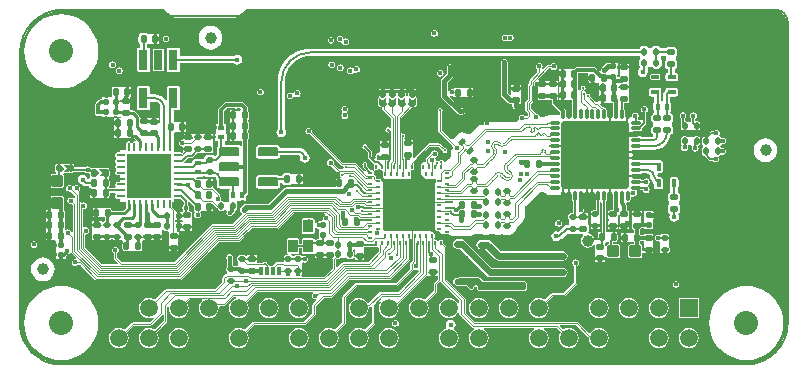
<source format=gbl>
G04*
G04 #@! TF.GenerationSoftware,Altium Limited,CircuitStudio,1.5.2 (30)*
G04*
G04 Layer_Physical_Order=4*
G04 Layer_Color=16711680*
%FSLAX25Y25*%
%MOIN*%
G70*
G01*
G75*
%ADD10C,0.01000*%
%ADD11C,0.00800*%
%ADD12C,0.00768*%
%ADD13C,0.00400*%
G04:AMPARAMS|DCode=14|XSize=23.62mil|YSize=19.69mil|CornerRadius=4.92mil|HoleSize=0mil|Usage=FLASHONLY|Rotation=180.000|XOffset=0mil|YOffset=0mil|HoleType=Round|Shape=RoundedRectangle|*
%AMROUNDEDRECTD14*
21,1,0.02362,0.00984,0,0,180.0*
21,1,0.01378,0.01969,0,0,180.0*
1,1,0.00984,-0.00689,0.00492*
1,1,0.00984,0.00689,0.00492*
1,1,0.00984,0.00689,-0.00492*
1,1,0.00984,-0.00689,-0.00492*
%
%ADD14ROUNDEDRECTD14*%
G04:AMPARAMS|DCode=15|XSize=23.62mil|YSize=19.69mil|CornerRadius=4.92mil|HoleSize=0mil|Usage=FLASHONLY|Rotation=270.000|XOffset=0mil|YOffset=0mil|HoleType=Round|Shape=RoundedRectangle|*
%AMROUNDEDRECTD15*
21,1,0.02362,0.00984,0,0,270.0*
21,1,0.01378,0.01969,0,0,270.0*
1,1,0.00984,-0.00492,-0.00689*
1,1,0.00984,-0.00492,0.00689*
1,1,0.00984,0.00492,0.00689*
1,1,0.00984,0.00492,-0.00689*
%
%ADD15ROUNDEDRECTD15*%
%ADD18C,0.03937*%
G04:AMPARAMS|DCode=23|XSize=14.17mil|YSize=23mil|CornerRadius=0.71mil|HoleSize=0mil|Usage=FLASHONLY|Rotation=180.000|XOffset=0mil|YOffset=0mil|HoleType=Round|Shape=RoundedRectangle|*
%AMROUNDEDRECTD23*
21,1,0.01417,0.02158,0,0,180.0*
21,1,0.01276,0.02300,0,0,180.0*
1,1,0.00142,-0.00638,0.01079*
1,1,0.00142,0.00638,0.01079*
1,1,0.00142,0.00638,-0.01079*
1,1,0.00142,-0.00638,-0.01079*
%
%ADD23ROUNDEDRECTD23*%
G04:AMPARAMS|DCode=24|XSize=14.17mil|YSize=23mil|CornerRadius=0.71mil|HoleSize=0mil|Usage=FLASHONLY|Rotation=90.000|XOffset=0mil|YOffset=0mil|HoleType=Round|Shape=RoundedRectangle|*
%AMROUNDEDRECTD24*
21,1,0.01417,0.02158,0,0,90.0*
21,1,0.01276,0.02300,0,0,90.0*
1,1,0.00142,0.01079,0.00638*
1,1,0.00142,0.01079,-0.00638*
1,1,0.00142,-0.01079,-0.00638*
1,1,0.00142,-0.01079,0.00638*
%
%ADD24ROUNDEDRECTD24*%
G04:AMPARAMS|DCode=25|XSize=23.62mil|YSize=17.72mil|CornerRadius=4.43mil|HoleSize=0mil|Usage=FLASHONLY|Rotation=90.000|XOffset=0mil|YOffset=0mil|HoleType=Round|Shape=RoundedRectangle|*
%AMROUNDEDRECTD25*
21,1,0.02362,0.00886,0,0,90.0*
21,1,0.01476,0.01772,0,0,90.0*
1,1,0.00886,0.00443,0.00738*
1,1,0.00886,0.00443,-0.00738*
1,1,0.00886,-0.00443,-0.00738*
1,1,0.00886,-0.00443,0.00738*
%
%ADD25ROUNDEDRECTD25*%
G04:AMPARAMS|DCode=26|XSize=23.62mil|YSize=17.72mil|CornerRadius=4.43mil|HoleSize=0mil|Usage=FLASHONLY|Rotation=0.000|XOffset=0mil|YOffset=0mil|HoleType=Round|Shape=RoundedRectangle|*
%AMROUNDEDRECTD26*
21,1,0.02362,0.00886,0,0,0.0*
21,1,0.01476,0.01772,0,0,0.0*
1,1,0.00886,0.00738,-0.00443*
1,1,0.00886,-0.00738,-0.00443*
1,1,0.00886,-0.00738,0.00443*
1,1,0.00886,0.00738,0.00443*
%
%ADD26ROUNDEDRECTD26*%
%ADD29R,0.16496X0.10492*%
G04:AMPARAMS|DCode=32|XSize=21.65mil|YSize=17.72mil|CornerRadius=4.43mil|HoleSize=0mil|Usage=FLASHONLY|Rotation=90.000|XOffset=0mil|YOffset=0mil|HoleType=Round|Shape=RoundedRectangle|*
%AMROUNDEDRECTD32*
21,1,0.02165,0.00886,0,0,90.0*
21,1,0.01280,0.01772,0,0,90.0*
1,1,0.00886,0.00443,0.00640*
1,1,0.00886,0.00443,-0.00640*
1,1,0.00886,-0.00443,-0.00640*
1,1,0.00886,-0.00443,0.00640*
%
%ADD32ROUNDEDRECTD32*%
G04:AMPARAMS|DCode=33|XSize=21.65mil|YSize=17.72mil|CornerRadius=4.43mil|HoleSize=0mil|Usage=FLASHONLY|Rotation=180.000|XOffset=0mil|YOffset=0mil|HoleType=Round|Shape=RoundedRectangle|*
%AMROUNDEDRECTD33*
21,1,0.02165,0.00886,0,0,180.0*
21,1,0.01280,0.01772,0,0,180.0*
1,1,0.00886,-0.00640,0.00443*
1,1,0.00886,0.00640,0.00443*
1,1,0.00886,0.00640,-0.00443*
1,1,0.00886,-0.00640,-0.00443*
%
%ADD33ROUNDEDRECTD33*%
%ADD47C,0.00600*%
%ADD48C,0.01200*%
%ADD49C,0.01600*%
%ADD50C,0.01400*%
%ADD51C,0.02400*%
%ADD52C,0.00350*%
%ADD53C,0.00500*%
%ADD60C,0.08000*%
%ADD61R,0.05906X0.05906*%
%ADD62C,0.05906*%
%ADD63C,0.02362*%
%ADD64C,0.03819*%
%ADD65C,0.01600*%
%ADD66C,0.01000*%
%ADD67C,0.04000*%
%ADD71C,0.00475*%
%ADD72C,0.00475*%
G04:AMPARAMS|DCode=73|XSize=65mil|YSize=30mil|CornerRadius=3mil|HoleSize=0mil|Usage=FLASHONLY|Rotation=180.000|XOffset=0mil|YOffset=0mil|HoleType=Round|Shape=RoundedRectangle|*
%AMROUNDEDRECTD73*
21,1,0.06500,0.02400,0,0,180.0*
21,1,0.05900,0.03000,0,0,180.0*
1,1,0.00600,-0.02950,0.01200*
1,1,0.00600,0.02950,0.01200*
1,1,0.00600,0.02950,-0.01200*
1,1,0.00600,-0.02950,-0.01200*
%
%ADD73ROUNDEDRECTD73*%
G04:AMPARAMS|DCode=74|XSize=35.43mil|YSize=43.31mil|CornerRadius=0.89mil|HoleSize=0mil|Usage=FLASHONLY|Rotation=0.000|XOffset=0mil|YOffset=0mil|HoleType=Round|Shape=RoundedRectangle|*
%AMROUNDEDRECTD74*
21,1,0.03543,0.04154,0,0,0.0*
21,1,0.03366,0.04331,0,0,0.0*
1,1,0.00177,0.01683,-0.02077*
1,1,0.00177,-0.01683,-0.02077*
1,1,0.00177,-0.01683,0.02077*
1,1,0.00177,0.01683,0.02077*
%
%ADD74ROUNDEDRECTD74*%
G04:AMPARAMS|DCode=75|XSize=64.96mil|YSize=29.92mil|CornerRadius=1.5mil|HoleSize=0mil|Usage=FLASHONLY|Rotation=90.000|XOffset=0mil|YOffset=0mil|HoleType=Round|Shape=RoundedRectangle|*
%AMROUNDEDRECTD75*
21,1,0.06496,0.02693,0,0,90.0*
21,1,0.06197,0.02992,0,0,90.0*
1,1,0.00299,0.01347,0.03098*
1,1,0.00299,0.01347,-0.03098*
1,1,0.00299,-0.01347,-0.03098*
1,1,0.00299,-0.01347,0.03098*
%
%ADD75ROUNDEDRECTD75*%
G04:AMPARAMS|DCode=76|XSize=23.62mil|YSize=17.72mil|CornerRadius=4.43mil|HoleSize=0mil|Usage=FLASHONLY|Rotation=225.000|XOffset=0mil|YOffset=0mil|HoleType=Round|Shape=RoundedRectangle|*
%AMROUNDEDRECTD76*
21,1,0.02362,0.00886,0,0,225.0*
21,1,0.01476,0.01772,0,0,225.0*
1,1,0.00886,-0.00835,-0.00209*
1,1,0.00886,0.00209,0.00835*
1,1,0.00886,0.00835,0.00209*
1,1,0.00886,-0.00209,-0.00835*
%
%ADD76ROUNDEDRECTD76*%
G04:AMPARAMS|DCode=77|XSize=25.59mil|YSize=13.78mil|CornerRadius=1.38mil|HoleSize=0mil|Usage=FLASHONLY|Rotation=90.000|XOffset=0mil|YOffset=0mil|HoleType=Round|Shape=RoundedRectangle|*
%AMROUNDEDRECTD77*
21,1,0.02559,0.01102,0,0,90.0*
21,1,0.02284,0.01378,0,0,90.0*
1,1,0.00276,0.00551,0.01142*
1,1,0.00276,0.00551,-0.01142*
1,1,0.00276,-0.00551,-0.01142*
1,1,0.00276,-0.00551,0.01142*
%
%ADD77ROUNDEDRECTD77*%
G04:AMPARAMS|DCode=78|XSize=25.59mil|YSize=13.78mil|CornerRadius=1.38mil|HoleSize=0mil|Usage=FLASHONLY|Rotation=180.000|XOffset=0mil|YOffset=0mil|HoleType=Round|Shape=RoundedRectangle|*
%AMROUNDEDRECTD78*
21,1,0.02559,0.01102,0,0,180.0*
21,1,0.02284,0.01378,0,0,180.0*
1,1,0.00276,-0.01142,0.00551*
1,1,0.00276,0.01142,0.00551*
1,1,0.00276,0.01142,-0.00551*
1,1,0.00276,-0.01142,-0.00551*
%
%ADD78ROUNDEDRECTD78*%
G04:AMPARAMS|DCode=79|XSize=29.53mil|YSize=11.81mil|CornerRadius=2.95mil|HoleSize=0mil|Usage=FLASHONLY|Rotation=270.000|XOffset=0mil|YOffset=0mil|HoleType=Round|Shape=RoundedRectangle|*
%AMROUNDEDRECTD79*
21,1,0.02953,0.00591,0,0,270.0*
21,1,0.02363,0.01181,0,0,270.0*
1,1,0.00591,-0.00295,-0.01181*
1,1,0.00591,-0.00295,0.01181*
1,1,0.00591,0.00295,0.01181*
1,1,0.00591,0.00295,-0.01181*
%
%ADD79ROUNDEDRECTD79*%
G04:AMPARAMS|DCode=80|XSize=57.09mil|YSize=53.15mil|CornerRadius=5.32mil|HoleSize=0mil|Usage=FLASHONLY|Rotation=180.000|XOffset=0mil|YOffset=0mil|HoleType=Round|Shape=RoundedRectangle|*
%AMROUNDEDRECTD80*
21,1,0.05709,0.04252,0,0,180.0*
21,1,0.04646,0.05315,0,0,180.0*
1,1,0.01063,-0.02323,0.02126*
1,1,0.01063,0.02323,0.02126*
1,1,0.01063,0.02323,-0.02126*
1,1,0.01063,-0.02323,-0.02126*
%
%ADD80ROUNDEDRECTD80*%
G04:AMPARAMS|DCode=81|XSize=15.75mil|YSize=8.66mil|CornerRadius=0.87mil|HoleSize=0mil|Usage=FLASHONLY|Rotation=180.000|XOffset=0mil|YOffset=0mil|HoleType=Round|Shape=RoundedRectangle|*
%AMROUNDEDRECTD81*
21,1,0.01575,0.00693,0,0,180.0*
21,1,0.01402,0.00866,0,0,180.0*
1,1,0.00173,-0.00701,0.00347*
1,1,0.00173,0.00701,0.00347*
1,1,0.00173,0.00701,-0.00347*
1,1,0.00173,-0.00701,-0.00347*
%
%ADD81ROUNDEDRECTD81*%
G04:AMPARAMS|DCode=82|XSize=15.75mil|YSize=8.66mil|CornerRadius=0.87mil|HoleSize=0mil|Usage=FLASHONLY|Rotation=90.000|XOffset=0mil|YOffset=0mil|HoleType=Round|Shape=RoundedRectangle|*
%AMROUNDEDRECTD82*
21,1,0.01575,0.00693,0,0,90.0*
21,1,0.01402,0.00866,0,0,90.0*
1,1,0.00173,0.00347,0.00701*
1,1,0.00173,0.00347,-0.00701*
1,1,0.00173,-0.00347,-0.00701*
1,1,0.00173,-0.00347,0.00701*
%
%ADD82ROUNDEDRECTD82*%
G04:AMPARAMS|DCode=83|XSize=173.23mil|YSize=173.23mil|CornerRadius=4.33mil|HoleSize=0mil|Usage=FLASHONLY|Rotation=180.000|XOffset=0mil|YOffset=0mil|HoleType=Round|Shape=RoundedRectangle|*
%AMROUNDEDRECTD83*
21,1,0.17323,0.16457,0,0,180.0*
21,1,0.16457,0.17323,0,0,180.0*
1,1,0.00866,-0.08228,0.08228*
1,1,0.00866,0.08228,0.08228*
1,1,0.00866,0.08228,-0.08228*
1,1,0.00866,-0.08228,-0.08228*
%
%ADD83ROUNDEDRECTD83*%
G04:AMPARAMS|DCode=84|XSize=33.47mil|YSize=11.81mil|CornerRadius=4.72mil|HoleSize=0mil|Usage=FLASHONLY|Rotation=180.000|XOffset=0mil|YOffset=0mil|HoleType=Round|Shape=RoundedRectangle|*
%AMROUNDEDRECTD84*
21,1,0.03347,0.00236,0,0,180.0*
21,1,0.02402,0.01181,0,0,180.0*
1,1,0.00945,-0.01201,0.00118*
1,1,0.00945,0.01201,0.00118*
1,1,0.00945,0.01201,-0.00118*
1,1,0.00945,-0.01201,-0.00118*
%
%ADD84ROUNDEDRECTD84*%
G04:AMPARAMS|DCode=85|XSize=33.47mil|YSize=11.81mil|CornerRadius=4.72mil|HoleSize=0mil|Usage=FLASHONLY|Rotation=90.000|XOffset=0mil|YOffset=0mil|HoleType=Round|Shape=RoundedRectangle|*
%AMROUNDEDRECTD85*
21,1,0.03347,0.00236,0,0,90.0*
21,1,0.02402,0.01181,0,0,90.0*
1,1,0.00945,0.00118,0.01201*
1,1,0.00945,0.00118,-0.01201*
1,1,0.00945,-0.00118,-0.01201*
1,1,0.00945,-0.00118,0.01201*
%
%ADD85ROUNDEDRECTD85*%
G04:AMPARAMS|DCode=86|XSize=224.41mil|YSize=224.41mil|CornerRadius=5.61mil|HoleSize=0mil|Usage=FLASHONLY|Rotation=90.000|XOffset=0mil|YOffset=0mil|HoleType=Round|Shape=RoundedRectangle|*
%AMROUNDEDRECTD86*
21,1,0.22441,0.21319,0,0,90.0*
21,1,0.21319,0.22441,0,0,90.0*
1,1,0.01122,0.10659,0.10659*
1,1,0.01122,0.10659,-0.10659*
1,1,0.01122,-0.10659,-0.10659*
1,1,0.01122,-0.10659,0.10659*
%
%ADD86ROUNDEDRECTD86*%
%ADD87R,0.14567X0.14567*%
%ADD88O,0.03150X0.00984*%
%ADD89O,0.00984X0.03150*%
G04:AMPARAMS|DCode=90|XSize=39.37mil|YSize=37.4mil|CornerRadius=1.87mil|HoleSize=0mil|Usage=FLASHONLY|Rotation=180.000|XOffset=0mil|YOffset=0mil|HoleType=Round|Shape=RoundedRectangle|*
%AMROUNDEDRECTD90*
21,1,0.03937,0.03366,0,0,180.0*
21,1,0.03563,0.03740,0,0,180.0*
1,1,0.00374,-0.01782,0.01683*
1,1,0.00374,0.01782,0.01683*
1,1,0.00374,0.01782,-0.01683*
1,1,0.00374,-0.01782,-0.01683*
%
%ADD90ROUNDEDRECTD90*%
G04:AMPARAMS|DCode=91|XSize=39.37mil|YSize=37.4mil|CornerRadius=1.87mil|HoleSize=0mil|Usage=FLASHONLY|Rotation=90.000|XOffset=0mil|YOffset=0mil|HoleType=Round|Shape=RoundedRectangle|*
%AMROUNDEDRECTD91*
21,1,0.03937,0.03366,0,0,90.0*
21,1,0.03563,0.03740,0,0,90.0*
1,1,0.00374,0.01683,0.01782*
1,1,0.00374,0.01683,-0.01782*
1,1,0.00374,-0.01683,-0.01782*
1,1,0.00374,-0.01683,0.01782*
%
%ADD91ROUNDEDRECTD91*%
%ADD92C,0.00475*%
%ADD93C,0.00760*%
%ADD94C,0.00700*%
%ADD95R,0.02692X0.01425*%
%ADD96R,0.01500X0.01900*%
G36*
X1048995Y817364D02*
X1082175D01*
X1082867Y816672D01*
X1083979Y815819D01*
X1084894Y815440D01*
X1085273Y815283D01*
X1086662Y815100D01*
X1105890D01*
X1107278Y815283D01*
X1108572Y815819D01*
X1109684Y816672D01*
X1110376Y817364D01*
X1286362D01*
X1286471Y817378D01*
X1287353Y817262D01*
X1288277Y816880D01*
X1289070Y816271D01*
X1289678Y815478D01*
X1290061Y814555D01*
X1290177Y813673D01*
X1290162Y813564D01*
Y713281D01*
X1290186Y713103D01*
X1290034Y711177D01*
X1289542Y709125D01*
X1288734Y707174D01*
X1287631Y705375D01*
X1286260Y703770D01*
X1284655Y702399D01*
X1282856Y701296D01*
X1280905Y700488D01*
X1278853Y699996D01*
X1276927Y699844D01*
X1276749Y699867D01*
X1047891Y699867D01*
X1047720Y699845D01*
X1045867Y699991D01*
X1043893Y700465D01*
X1042017Y701242D01*
X1040286Y702302D01*
X1038742Y703621D01*
X1037424Y705165D01*
X1036363Y706896D01*
X1035586Y708771D01*
X1035112Y710745D01*
X1034966Y712599D01*
X1034989Y712769D01*
X1034989Y796470D01*
Y803358D01*
X1034964Y803544D01*
X1035122Y805555D01*
X1035637Y807698D01*
X1036480Y809734D01*
X1037632Y811613D01*
X1039063Y813290D01*
X1040739Y814721D01*
X1042618Y815872D01*
X1044655Y816716D01*
X1046798Y817230D01*
X1048809Y817389D01*
X1048995Y817364D01*
D02*
G37*
%LPC*%
G36*
X1214165Y747681D02*
X1213728Y747594D01*
X1213357Y747346D01*
X1213110Y746976D01*
X1213023Y746539D01*
X1213110Y746102D01*
X1213357Y745731D01*
X1213728Y745484D01*
X1214165Y745397D01*
X1214602Y745484D01*
X1214972Y745731D01*
X1215220Y746102D01*
X1215306Y746539D01*
X1215220Y746976D01*
X1214972Y747346D01*
X1214602Y747594D01*
X1214165Y747681D01*
D02*
G37*
G36*
X1059437Y747231D02*
X1058601D01*
Y746443D01*
X1059437D01*
Y747231D01*
D02*
G37*
G36*
X1235332Y745242D02*
X1234446D01*
Y744454D01*
X1235332D01*
Y745242D01*
D02*
G37*
G36*
X1237645D02*
X1236808D01*
Y744454D01*
X1237645D01*
Y745242D01*
D02*
G37*
G36*
X1059613Y749343D02*
X1058826D01*
Y748506D01*
X1059613D01*
Y749343D01*
D02*
G37*
G36*
X1044013Y750805D02*
X1043226D01*
Y749919D01*
X1044013D01*
Y750805D01*
D02*
G37*
G36*
Y748443D02*
X1043226D01*
Y747905D01*
X1043226Y747606D01*
Y747506D01*
Y747405D01*
X1043226Y747106D01*
Y746519D01*
X1044013D01*
Y747106D01*
X1044013Y747405D01*
Y747506D01*
Y747606D01*
X1044013Y747905D01*
Y748443D01*
D02*
G37*
G36*
X1253186Y762023D02*
X1252083D01*
X1251718Y761950D01*
X1251407Y761743D01*
X1251200Y761433D01*
X1251127Y761067D01*
Y758783D01*
X1251200Y758418D01*
X1251407Y758107D01*
X1251428Y758094D01*
Y757022D01*
X1251055Y756773D01*
X1250770Y756346D01*
X1250669Y755842D01*
Y754857D01*
X1250770Y754353D01*
X1251055Y753926D01*
X1251101Y753895D01*
Y752867D01*
X1251055Y752836D01*
X1250770Y752409D01*
X1250669Y751905D01*
Y750920D01*
X1250770Y750416D01*
X1251055Y749989D01*
X1251449Y749726D01*
X1251168Y749305D01*
X1251044Y748681D01*
X1251168Y748057D01*
X1251522Y747528D01*
X1252051Y747174D01*
X1252676Y747050D01*
X1253300Y747174D01*
X1253829Y747528D01*
X1254183Y748057D01*
X1254307Y748681D01*
X1254183Y749305D01*
X1253902Y749726D01*
X1254296Y749989D01*
X1254582Y750416D01*
X1254682Y750920D01*
Y751905D01*
X1254582Y752409D01*
X1254296Y752836D01*
X1254250Y752867D01*
Y753895D01*
X1254296Y753926D01*
X1254582Y754353D01*
X1254682Y754857D01*
Y755842D01*
X1254582Y756346D01*
X1254296Y756773D01*
X1253869Y757059D01*
X1253842Y757064D01*
Y758094D01*
X1253862Y758107D01*
X1254069Y758418D01*
X1254142Y758783D01*
Y761067D01*
X1254069Y761433D01*
X1253862Y761743D01*
X1253552Y761950D01*
X1253186Y762023D01*
D02*
G37*
G36*
X1250214Y742902D02*
X1248737D01*
X1248440Y742843D01*
X1248198Y742681D01*
X1248098D01*
X1248098Y742681D01*
X1247635Y742771D01*
X1247376Y742823D01*
X1246939Y742736D01*
X1246568Y742489D01*
X1246321Y742118D01*
X1246234Y741681D01*
X1246321Y741244D01*
X1246568Y740874D01*
X1246939Y740626D01*
X1247376Y740539D01*
X1247598Y740583D01*
X1248098Y740261D01*
Y738540D01*
X1248019Y738422D01*
X1247960Y738124D01*
Y737238D01*
X1248019Y736940D01*
X1248082Y736846D01*
Y736681D01*
X1248198D01*
X1248440Y736519D01*
X1248737Y736460D01*
X1250214D01*
X1250511Y736519D01*
X1250753Y736681D01*
X1250854D01*
Y736822D01*
X1250932Y736940D01*
X1250954Y737047D01*
X1251167Y737190D01*
X1251348Y737461D01*
X1251412Y737781D01*
X1251348Y738101D01*
X1251167Y738372D01*
X1250896Y738553D01*
X1250854Y738562D01*
Y740822D01*
X1250932Y740941D01*
X1250992Y741238D01*
Y742124D01*
X1250932Y742422D01*
X1250854Y742540D01*
Y742681D01*
X1250753D01*
X1250511Y742843D01*
X1250214Y742902D01*
D02*
G37*
G36*
X1044013Y745043D02*
X1043226D01*
Y744505D01*
X1043226Y744206D01*
Y744106D01*
Y744005D01*
X1043226Y743706D01*
Y743119D01*
X1044013D01*
Y743706D01*
X1044013Y744005D01*
Y744106D01*
Y744206D01*
X1044013Y744505D01*
Y745043D01*
D02*
G37*
G36*
X1078747Y741696D02*
X1078747D01*
D01*
X1078247Y741696D01*
X1077910D01*
Y740909D01*
X1078247D01*
X1078747Y740909D01*
X1078747D01*
X1079247Y740909D01*
X1079583D01*
Y741696D01*
X1079247D01*
X1078747Y741696D01*
D02*
G37*
G36*
X1235873Y743322D02*
X1235086D01*
Y742437D01*
X1235873D01*
Y743322D01*
D02*
G37*
G36*
X1231592Y745242D02*
X1230706D01*
Y744454D01*
X1231592D01*
Y745242D01*
D02*
G37*
G36*
X1233905D02*
X1233068D01*
Y744454D01*
X1233905D01*
Y745242D01*
D02*
G37*
G36*
X1088835Y744895D02*
X1088434Y744895D01*
X1088335Y744895D01*
X1087997D01*
Y744108D01*
X1088335D01*
X1088587Y744108D01*
X1088841Y744108D01*
X1089087Y744108D01*
X1089672D01*
Y744895D01*
X1089087D01*
X1088835Y744895D01*
D02*
G37*
G36*
X1091985Y744895D02*
X1091148D01*
Y744108D01*
X1091985D01*
Y744895D01*
D02*
G37*
G36*
X1239466Y750753D02*
X1238629D01*
Y749966D01*
X1239466D01*
Y750753D01*
D02*
G37*
G36*
X1283127Y774856D02*
X1282099Y774721D01*
X1281141Y774324D01*
X1280319Y773693D01*
X1279688Y772871D01*
X1279291Y771913D01*
X1279156Y770886D01*
X1279291Y769858D01*
X1279688Y768900D01*
X1280319Y768078D01*
X1281141Y767447D01*
X1282099Y767050D01*
X1283127Y766915D01*
X1284155Y767050D01*
X1285112Y767447D01*
X1285935Y768078D01*
X1286566Y768900D01*
X1286962Y769858D01*
X1287098Y770886D01*
X1286962Y771913D01*
X1286566Y772871D01*
X1285935Y773693D01*
X1285112Y774324D01*
X1284155Y774721D01*
X1283127Y774856D01*
D02*
G37*
G36*
X1266776Y777723D02*
X1266339Y777636D01*
X1265968Y777389D01*
X1265908Y777299D01*
X1265076D01*
X1264801Y777244D01*
X1264568Y777088D01*
X1262877Y775397D01*
X1262733D01*
X1262435Y775338D01*
X1262317Y775259D01*
X1262176D01*
Y775159D01*
X1262014Y774917D01*
X1261955Y774619D01*
Y773143D01*
X1262014Y772845D01*
X1262176Y772603D01*
Y772503D01*
X1262176D01*
X1262191Y772003D01*
X1262176Y771959D01*
D01*
X1262075Y771746D01*
X1262014Y771617D01*
X1261997Y771533D01*
X1261955Y771319D01*
Y769843D01*
X1262014Y769545D01*
X1262176Y769303D01*
Y769203D01*
X1262317D01*
X1262435Y769124D01*
X1262663Y769079D01*
X1264268Y767474D01*
X1264501Y767318D01*
X1264546Y767309D01*
X1264776Y767264D01*
X1265608D01*
X1265668Y767174D01*
X1266039Y766926D01*
X1266476Y766839D01*
X1266913Y766926D01*
X1267283Y767174D01*
X1267531Y767544D01*
X1267618Y767981D01*
X1267531Y768418D01*
X1267432Y768565D01*
X1267554Y768892D01*
X1267682Y769078D01*
X1267721Y769086D01*
X1267916Y769124D01*
X1268176Y769187D01*
X1268176Y769187D01*
X1268596Y769494D01*
X1268828Y769449D01*
X1268876Y769439D01*
X1269313Y769526D01*
X1269683Y769774D01*
X1269931Y770144D01*
X1270018Y770581D01*
X1269931Y771018D01*
X1269683Y771389D01*
X1269313Y771636D01*
X1268876Y771723D01*
X1268828Y771713D01*
X1268596Y771668D01*
X1268176Y771959D01*
Y771959D01*
X1268176Y771959D01*
X1268103Y772288D01*
X1268176Y772487D01*
D01*
X1268504Y772851D01*
X1268851Y772864D01*
X1268976Y772839D01*
X1269413Y772926D01*
X1269783Y773174D01*
X1270031Y773544D01*
X1270117Y773981D01*
X1270031Y774418D01*
X1269783Y774789D01*
X1269413Y775036D01*
X1268976Y775123D01*
X1268781Y775084D01*
X1268633Y775055D01*
X1268176Y775259D01*
Y775259D01*
X1267834Y775446D01*
X1267703Y775953D01*
X1267831Y776144D01*
X1267918Y776581D01*
X1267831Y777018D01*
X1267583Y777389D01*
X1267213Y777636D01*
X1266776Y777723D01*
D02*
G37*
G36*
X1124170Y763240D02*
X1123186D01*
X1122682Y763140D01*
X1122254Y762854D01*
X1121978Y762441D01*
X1120956D01*
X1120712Y762604D01*
X1120283Y762689D01*
X1114383D01*
X1113953Y762604D01*
X1113590Y762361D01*
X1113346Y761997D01*
X1113261Y761568D01*
Y759168D01*
X1113346Y758739D01*
X1113590Y758375D01*
X1113953Y758132D01*
X1114383Y758046D01*
X1120283D01*
X1120712Y758132D01*
X1121076Y758375D01*
X1121319Y758739D01*
X1121404Y759168D01*
Y760027D01*
X1121978D01*
X1122254Y759613D01*
X1122682Y759328D01*
X1123186Y759227D01*
X1124170D01*
X1124674Y759328D01*
X1125102Y759613D01*
X1125132Y759659D01*
X1127221D01*
Y762809D01*
X1125132D01*
X1125102Y762854D01*
X1124674Y763140D01*
X1124170Y763240D01*
D02*
G37*
G36*
X1120283Y772689D02*
X1114383D01*
X1113953Y772604D01*
X1113590Y772361D01*
X1113346Y771997D01*
X1113261Y771568D01*
Y769168D01*
X1113346Y768739D01*
X1113590Y768375D01*
X1113953Y768131D01*
X1114383Y768046D01*
X1120283D01*
X1120712Y768131D01*
X1121076Y768375D01*
X1121319Y768739D01*
X1121403Y769161D01*
X1127536D01*
Y769150D01*
X1127646Y769128D01*
X1128017Y768648D01*
X1127952Y768321D01*
X1128076Y767696D01*
X1128430Y767167D01*
X1128959Y766813D01*
X1129583Y766689D01*
X1130208Y766813D01*
X1130737Y767167D01*
X1131091Y767696D01*
X1131215Y768321D01*
X1131091Y768945D01*
X1130737Y769474D01*
X1130486Y769641D01*
X1130359Y769950D01*
X1129841Y770625D01*
X1129166Y771143D01*
X1128380Y771468D01*
X1127536Y771579D01*
Y771575D01*
X1121403D01*
X1121319Y771997D01*
X1121076Y772361D01*
X1120712Y772604D01*
X1120283Y772689D01*
D02*
G37*
G36*
X1066813Y775843D02*
X1066026D01*
Y775006D01*
X1066813D01*
Y775843D01*
D02*
G37*
G36*
X1260618Y775497D02*
X1259733D01*
X1259435Y775438D01*
X1259317Y775359D01*
X1257034D01*
X1256916Y775438D01*
X1256618Y775497D01*
X1255733D01*
X1255435Y775438D01*
X1255317Y775359D01*
X1255176D01*
Y775259D01*
X1255014Y775017D01*
X1254955Y774719D01*
Y773405D01*
X1254955Y773243D01*
X1255014Y772945D01*
D01*
Y772945D01*
D01*
X1255160Y772503D01*
X1255104Y772133D01*
X1255034Y771781D01*
X1255121Y771344D01*
X1255368Y770974D01*
X1255739Y770726D01*
X1256176Y770639D01*
X1256613Y770726D01*
X1256983Y770974D01*
X1257231Y771344D01*
X1257318Y771781D01*
X1257253Y772103D01*
X1257455Y772470D01*
X1257575Y772603D01*
X1258410D01*
X1258677Y772103D01*
X1258621Y772018D01*
X1258534Y771581D01*
X1258621Y771144D01*
X1258868Y770774D01*
X1259239Y770526D01*
X1259676Y770439D01*
X1260113Y770526D01*
X1260483Y770774D01*
X1260731Y771144D01*
X1260818Y771581D01*
X1260738Y771979D01*
X1260738Y772038D01*
X1260896Y772468D01*
X1260970Y772560D01*
X1261011Y772587D01*
X1261176D01*
Y772703D01*
X1261337Y772945D01*
X1261396Y773243D01*
Y774719D01*
X1261337Y775017D01*
X1261176Y775259D01*
Y775359D01*
X1261034D01*
X1260916Y775438D01*
X1260618Y775497D01*
D02*
G37*
G36*
X1155437Y773846D02*
X1154600D01*
Y773058D01*
X1155437D01*
Y773846D01*
D02*
G37*
G36*
X1165607Y774423D02*
X1164771D01*
Y773635D01*
X1165607D01*
Y774423D01*
D02*
G37*
G36*
X1098973Y751342D02*
X1098186D01*
Y750505D01*
X1098973D01*
Y751342D01*
D02*
G37*
G36*
X1059613Y751656D02*
X1058826D01*
Y750819D01*
X1059613D01*
Y751656D01*
D02*
G37*
G36*
X1241828Y750753D02*
X1240942D01*
Y749966D01*
X1241828D01*
Y750753D01*
D02*
G37*
G36*
X1245741Y750604D02*
X1244741D01*
Y750498D01*
X1243541D01*
Y750604D01*
X1242541D01*
Y749604D01*
X1242724D01*
Y748835D01*
X1242725Y748828D01*
X1242541Y748604D01*
X1242541D01*
Y746721D01*
X1241779D01*
Y749179D01*
X1238629D01*
Y746029D01*
X1238687D01*
Y745242D01*
X1238629D01*
Y744454D01*
X1239084D01*
X1239198Y744378D01*
X1239266Y744365D01*
Y743273D01*
X1236661D01*
Y740124D01*
X1239266D01*
Y739469D01*
X1237936D01*
X1237548Y739308D01*
X1237387Y738920D01*
Y735554D01*
X1237548Y735166D01*
X1237936Y735005D01*
X1241499D01*
X1241887Y735166D01*
X1242048Y735554D01*
Y736506D01*
X1242517Y736580D01*
X1242548Y736580D01*
X1243403D01*
Y737368D01*
X1242548D01*
X1242517Y737368D01*
X1242048Y737442D01*
Y738920D01*
X1241887Y739308D01*
X1241499Y739469D01*
X1241142D01*
Y740124D01*
X1241385D01*
Y740579D01*
X1241461Y740693D01*
X1241475Y740760D01*
X1242566D01*
Y738155D01*
X1245716D01*
Y741305D01*
X1245658D01*
Y742092D01*
X1245716D01*
Y742879D01*
X1245261D01*
X1245147Y742955D01*
X1244830Y743018D01*
X1243452D01*
X1243135Y742955D01*
X1243021Y742879D01*
X1242566D01*
Y742636D01*
X1241475D01*
X1241461Y742704D01*
X1241385Y742818D01*
Y743273D01*
X1241142D01*
Y744365D01*
X1241210Y744378D01*
X1241324Y744454D01*
X1241779D01*
Y744845D01*
X1242541D01*
Y744604D01*
X1243541D01*
Y744710D01*
X1244741D01*
Y744604D01*
X1245741D01*
Y745604D01*
X1245559D01*
Y746374D01*
X1245558Y746381D01*
X1245741Y746604D01*
X1245741D01*
Y748104D01*
X1246082Y748172D01*
X1246452Y748420D01*
X1246700Y748790D01*
X1246786Y749227D01*
X1246700Y749664D01*
X1246452Y750035D01*
X1246082Y750282D01*
X1245741Y750350D01*
Y750604D01*
D02*
G37*
G36*
X1140613Y761405D02*
X1139826D01*
Y760519D01*
X1140613D01*
Y761405D01*
D02*
G37*
G36*
X1128796Y762809D02*
X1128009D01*
Y761972D01*
X1128796D01*
Y762809D01*
D02*
G37*
G36*
X1058813Y755943D02*
X1058026D01*
Y755106D01*
X1058813D01*
Y755943D01*
D02*
G37*
G36*
X1128796Y760496D02*
X1128009D01*
Y759659D01*
X1128796D01*
Y760496D01*
D02*
G37*
G36*
X1127576Y721582D02*
X1126721Y721470D01*
X1125925Y721140D01*
X1125241Y720615D01*
X1124717Y719932D01*
X1124387Y719136D01*
X1124275Y718281D01*
X1124387Y717427D01*
X1124717Y716631D01*
X1125241Y715947D01*
X1125925Y715422D01*
X1126721Y715093D01*
X1127576Y714980D01*
X1128430Y715093D01*
X1129226Y715422D01*
X1129910Y715947D01*
X1130434Y716631D01*
X1130764Y717427D01*
X1130877Y718281D01*
X1130764Y719136D01*
X1130434Y719932D01*
X1129910Y720615D01*
X1129226Y721140D01*
X1128430Y721470D01*
X1127576Y721582D01*
D02*
G37*
G36*
X1187576D02*
X1186721Y721470D01*
X1185925Y721140D01*
X1185241Y720615D01*
X1184717Y719932D01*
X1184387Y719136D01*
X1184275Y718281D01*
X1184387Y717427D01*
X1184717Y716631D01*
X1185241Y715947D01*
X1185925Y715422D01*
X1186721Y715093D01*
X1187576Y714980D01*
X1188430Y715093D01*
X1189226Y715422D01*
X1189910Y715947D01*
X1190434Y716631D01*
X1190764Y717427D01*
X1190877Y718281D01*
X1190764Y719136D01*
X1190434Y719932D01*
X1189910Y720615D01*
X1189226Y721140D01*
X1188430Y721470D01*
X1187576Y721582D01*
D02*
G37*
G36*
X1159776Y714323D02*
X1159339Y714236D01*
X1158968Y713989D01*
X1158721Y713618D01*
X1158634Y713181D01*
X1158721Y712744D01*
X1158968Y712374D01*
X1159339Y712126D01*
X1159776Y712039D01*
X1160213Y712126D01*
X1160583Y712374D01*
X1160831Y712744D01*
X1160917Y713181D01*
X1160831Y713618D01*
X1160583Y713989D01*
X1160213Y714236D01*
X1159776Y714323D01*
D02*
G37*
G36*
X1117576Y721582D02*
X1116721Y721470D01*
X1115925Y721140D01*
X1115241Y720615D01*
X1114717Y719932D01*
X1114387Y719136D01*
X1114275Y718281D01*
X1114387Y717427D01*
X1114717Y716631D01*
X1115241Y715947D01*
X1115925Y715422D01*
X1116721Y715093D01*
X1117576Y714980D01*
X1118430Y715093D01*
X1119226Y715422D01*
X1119910Y715947D01*
X1120434Y716631D01*
X1120764Y717427D01*
X1120877Y718281D01*
X1120764Y719136D01*
X1120434Y719932D01*
X1119910Y720615D01*
X1119226Y721140D01*
X1118430Y721470D01*
X1117576Y721582D01*
D02*
G37*
G36*
X1237576D02*
X1236721Y721470D01*
X1235925Y721140D01*
X1235241Y720615D01*
X1234717Y719932D01*
X1234387Y719136D01*
X1234275Y718281D01*
X1234387Y717427D01*
X1234717Y716631D01*
X1235241Y715947D01*
X1235925Y715422D01*
X1236721Y715093D01*
X1237576Y714980D01*
X1238430Y715093D01*
X1239226Y715422D01*
X1239910Y715947D01*
X1240434Y716631D01*
X1240764Y717427D01*
X1240877Y718281D01*
X1240764Y719136D01*
X1240434Y719932D01*
X1239910Y720615D01*
X1239226Y721140D01*
X1238430Y721470D01*
X1237576Y721582D01*
D02*
G37*
G36*
X1247576D02*
X1246721Y721470D01*
X1245925Y721140D01*
X1245241Y720615D01*
X1244717Y719932D01*
X1244387Y719136D01*
X1244275Y718281D01*
X1244387Y717427D01*
X1244717Y716631D01*
X1245241Y715947D01*
X1245925Y715422D01*
X1246721Y715093D01*
X1247576Y714980D01*
X1248430Y715093D01*
X1249226Y715422D01*
X1249910Y715947D01*
X1250434Y716631D01*
X1250764Y717427D01*
X1250877Y718281D01*
X1250764Y719136D01*
X1250434Y719932D01*
X1249910Y720615D01*
X1249226Y721140D01*
X1248430Y721470D01*
X1247576Y721582D01*
D02*
G37*
G36*
X1197576D02*
X1196721Y721470D01*
X1195925Y721140D01*
X1195241Y720615D01*
X1194717Y719932D01*
X1194387Y719136D01*
X1194275Y718281D01*
X1194387Y717427D01*
X1194717Y716631D01*
X1195241Y715947D01*
X1195925Y715422D01*
X1196721Y715093D01*
X1197576Y714980D01*
X1198430Y715093D01*
X1199226Y715422D01*
X1199910Y715947D01*
X1200434Y716631D01*
X1200764Y717427D01*
X1200877Y718281D01*
X1200764Y719136D01*
X1200434Y719932D01*
X1199910Y720615D01*
X1199226Y721140D01*
X1198430Y721470D01*
X1197576Y721582D01*
D02*
G37*
G36*
X1227576D02*
X1226721Y721470D01*
X1225925Y721140D01*
X1225241Y720615D01*
X1224717Y719932D01*
X1224387Y719136D01*
X1224275Y718281D01*
X1224387Y717427D01*
X1224717Y716631D01*
X1225241Y715947D01*
X1225925Y715422D01*
X1226721Y715093D01*
X1227576Y714980D01*
X1228430Y715093D01*
X1229226Y715422D01*
X1229910Y715947D01*
X1230434Y716631D01*
X1230764Y717427D01*
X1230877Y718281D01*
X1230764Y719136D01*
X1230434Y719932D01*
X1229910Y720615D01*
X1229226Y721140D01*
X1228430Y721470D01*
X1227576Y721582D01*
D02*
G37*
G36*
X1087576Y711582D02*
X1086721Y711470D01*
X1085925Y711140D01*
X1085241Y710615D01*
X1084717Y709932D01*
X1084387Y709135D01*
X1084275Y708281D01*
X1084387Y707427D01*
X1084717Y706631D01*
X1085241Y705947D01*
X1085925Y705422D01*
X1086721Y705093D01*
X1087576Y704980D01*
X1088430Y705093D01*
X1089226Y705422D01*
X1089910Y705947D01*
X1090434Y706631D01*
X1090764Y707427D01*
X1090877Y708281D01*
X1090764Y709135D01*
X1090434Y709932D01*
X1089910Y710615D01*
X1089226Y711140D01*
X1088430Y711470D01*
X1087576Y711582D01*
D02*
G37*
G36*
X1127576D02*
X1126721Y711470D01*
X1125925Y711140D01*
X1125241Y710615D01*
X1124717Y709932D01*
X1124387Y709135D01*
X1124275Y708281D01*
X1124387Y707427D01*
X1124717Y706631D01*
X1125241Y705947D01*
X1125925Y705422D01*
X1126721Y705093D01*
X1127576Y704980D01*
X1128430Y705093D01*
X1129226Y705422D01*
X1129910Y705947D01*
X1130434Y706631D01*
X1130764Y707427D01*
X1130877Y708281D01*
X1130764Y709135D01*
X1130434Y709932D01*
X1129910Y710615D01*
X1129226Y711140D01*
X1128430Y711470D01*
X1127576Y711582D01*
D02*
G37*
G36*
X1048402Y725639D02*
X1046469Y725487D01*
X1044584Y725034D01*
X1042792Y724292D01*
X1041138Y723279D01*
X1039664Y722020D01*
X1038404Y720545D01*
X1037391Y718891D01*
X1036649Y717100D01*
X1036196Y715214D01*
X1036044Y713281D01*
X1036196Y711348D01*
X1036649Y709462D01*
X1037391Y707671D01*
X1038404Y706017D01*
X1039664Y704543D01*
X1041138Y703283D01*
X1042792Y702270D01*
X1044584Y701528D01*
X1046469Y701075D01*
X1048402Y700923D01*
X1050336Y701075D01*
X1052221Y701528D01*
X1054013Y702270D01*
X1055666Y703283D01*
X1057141Y704543D01*
X1058400Y706017D01*
X1059414Y707671D01*
X1060156Y709462D01*
X1060608Y711348D01*
X1060760Y713281D01*
X1060608Y715214D01*
X1060156Y717100D01*
X1059414Y718891D01*
X1058400Y720545D01*
X1057141Y722020D01*
X1055666Y723279D01*
X1054013Y724292D01*
X1052221Y725034D01*
X1050336Y725487D01*
X1048402Y725639D01*
D02*
G37*
G36*
X1276749Y725639D02*
X1274816Y725487D01*
X1272930Y725034D01*
X1271138Y724292D01*
X1269485Y723279D01*
X1268010Y722020D01*
X1266751Y720545D01*
X1265738Y718892D01*
X1264996Y717100D01*
X1264543Y715214D01*
X1264391Y713281D01*
X1264543Y711348D01*
X1264996Y709462D01*
X1265738Y707671D01*
X1266751Y706017D01*
X1268010Y704543D01*
X1269485Y703283D01*
X1271138Y702270D01*
X1272930Y701528D01*
X1274816Y701075D01*
X1276749Y700923D01*
X1278682Y701075D01*
X1280568Y701528D01*
X1282359Y702270D01*
X1284013Y703283D01*
X1285487Y704543D01*
X1286747Y706017D01*
X1287760Y707671D01*
X1288502Y709462D01*
X1288955Y711348D01*
X1289107Y713281D01*
X1288955Y715214D01*
X1288502Y717100D01*
X1287760Y718892D01*
X1286747Y720545D01*
X1285487Y722020D01*
X1284013Y723279D01*
X1282359Y724292D01*
X1280568Y725034D01*
X1278682Y725487D01*
X1276749Y725639D01*
D02*
G37*
G36*
X1247576Y711582D02*
X1246721Y711470D01*
X1245925Y711140D01*
X1245241Y710615D01*
X1244717Y709932D01*
X1244387Y709135D01*
X1244275Y708281D01*
X1244387Y707427D01*
X1244717Y706631D01*
X1245241Y705947D01*
X1245925Y705422D01*
X1246721Y705093D01*
X1247576Y704980D01*
X1248430Y705093D01*
X1249226Y705422D01*
X1249910Y705947D01*
X1250434Y706631D01*
X1250764Y707427D01*
X1250877Y708281D01*
X1250764Y709135D01*
X1250434Y709932D01*
X1249910Y710615D01*
X1249226Y711140D01*
X1248430Y711470D01*
X1247576Y711582D01*
D02*
G37*
G36*
X1257576D02*
X1256721Y711470D01*
X1255925Y711140D01*
X1255241Y710615D01*
X1254717Y709932D01*
X1254387Y709135D01*
X1254275Y708281D01*
X1254387Y707427D01*
X1254717Y706631D01*
X1255241Y705947D01*
X1255925Y705422D01*
X1256721Y705093D01*
X1257576Y704980D01*
X1258430Y705093D01*
X1259226Y705422D01*
X1259910Y705947D01*
X1260434Y706631D01*
X1260764Y707427D01*
X1260877Y708281D01*
X1260764Y709135D01*
X1260434Y709932D01*
X1259910Y710615D01*
X1259226Y711140D01*
X1258430Y711470D01*
X1257576Y711582D01*
D02*
G37*
G36*
X1157576D02*
X1156721Y711470D01*
X1155925Y711140D01*
X1155241Y710615D01*
X1154717Y709932D01*
X1154387Y709135D01*
X1154275Y708281D01*
X1154387Y707427D01*
X1154717Y706631D01*
X1155241Y705947D01*
X1155925Y705422D01*
X1156721Y705093D01*
X1157576Y704980D01*
X1158430Y705093D01*
X1159226Y705422D01*
X1159910Y705947D01*
X1160434Y706631D01*
X1160764Y707427D01*
X1160877Y708281D01*
X1160764Y709135D01*
X1160434Y709932D01*
X1159910Y710615D01*
X1159226Y711140D01*
X1158430Y711470D01*
X1157576Y711582D01*
D02*
G37*
G36*
X1178175Y714406D02*
X1177550Y714282D01*
X1177021Y713928D01*
X1176667Y713399D01*
X1176543Y712775D01*
X1176667Y712151D01*
X1176780Y711982D01*
X1176762Y711822D01*
X1176565Y711405D01*
X1175925Y711140D01*
X1175241Y710615D01*
X1174717Y709932D01*
X1174387Y709135D01*
X1174275Y708281D01*
X1174387Y707427D01*
X1174717Y706631D01*
X1175241Y705947D01*
X1175925Y705422D01*
X1176721Y705093D01*
X1177576Y704980D01*
X1178430Y705093D01*
X1179226Y705422D01*
X1179910Y705947D01*
X1180434Y706631D01*
X1180764Y707427D01*
X1180877Y708281D01*
X1180764Y709135D01*
X1180434Y709932D01*
X1179910Y710615D01*
X1179357Y711039D01*
X1179299Y711569D01*
X1179337Y711635D01*
X1179682Y712151D01*
X1179806Y712775D01*
X1179682Y713399D01*
X1179328Y713928D01*
X1178799Y714282D01*
X1178175Y714406D01*
D02*
G37*
G36*
X1260848Y721554D02*
X1254303D01*
Y715008D01*
X1260848D01*
Y721554D01*
D02*
G37*
G36*
X1085137Y738019D02*
X1084301D01*
Y737231D01*
X1085137D01*
Y738019D01*
D02*
G37*
G36*
X1087450D02*
X1086614D01*
Y737231D01*
X1087450D01*
Y738019D01*
D02*
G37*
G36*
X1113600Y735861D02*
X1112714D01*
Y735073D01*
X1113600D01*
Y735861D01*
D02*
G37*
G36*
X1245716Y737368D02*
X1244879D01*
Y736580D01*
X1245716D01*
Y737368D01*
D02*
G37*
G36*
X1044013Y741643D02*
X1043226D01*
Y740806D01*
X1044013D01*
Y741643D01*
D02*
G37*
G36*
X1081896Y741696D02*
X1081060D01*
Y740909D01*
X1081896D01*
Y741696D01*
D02*
G37*
G36*
X1039276Y740623D02*
X1038839Y740536D01*
X1038468Y740289D01*
X1038221Y739918D01*
X1038134Y739481D01*
X1038221Y739044D01*
X1038468Y738674D01*
X1038839Y738426D01*
X1039276Y738339D01*
X1039713Y738426D01*
X1040083Y738674D01*
X1040331Y739044D01*
X1040417Y739481D01*
X1040331Y739918D01*
X1040083Y740289D01*
X1039713Y740536D01*
X1039276Y740623D01*
D02*
G37*
G36*
X1235873Y740960D02*
X1235086D01*
Y740124D01*
X1235873D01*
Y740960D01*
D02*
G37*
G36*
X1042280Y735185D02*
X1041253Y735050D01*
X1040295Y734653D01*
X1039472Y734022D01*
X1038841Y733200D01*
X1038445Y732242D01*
X1038309Y731214D01*
X1038445Y730186D01*
X1038841Y729229D01*
X1039472Y728406D01*
X1040295Y727775D01*
X1041253Y727379D01*
X1042280Y727243D01*
X1043308Y727379D01*
X1044266Y727775D01*
X1045088Y728406D01*
X1045719Y729229D01*
X1046116Y730186D01*
X1046251Y731214D01*
X1046116Y732242D01*
X1045719Y733200D01*
X1045088Y734022D01*
X1044266Y734653D01*
X1043308Y735050D01*
X1042280Y735185D01*
D02*
G37*
G36*
X1187721Y728482D02*
X1180977D01*
X1180884Y728444D01*
X1180785Y728424D01*
X1180677Y728352D01*
X1180376Y728292D01*
X1180306Y728306D01*
X1180299Y728305D01*
X1180293Y728308D01*
X1180170Y728279D01*
X1180046Y728254D01*
X1180042Y728249D01*
X1180035Y728247D01*
X1179937Y728176D01*
X1179739Y728136D01*
X1179368Y727889D01*
X1179121Y727518D01*
X1179034Y727081D01*
X1179121Y726644D01*
X1179368Y726274D01*
X1179460Y726212D01*
X1179494Y726131D01*
X1179931Y725694D01*
X1180176Y725593D01*
X1183574D01*
X1184031Y725136D01*
X1184834Y724333D01*
X1184850Y724326D01*
X1184857Y724311D01*
X1184970Y724276D01*
X1185079Y724231D01*
X1185095Y724237D01*
X1185110Y724232D01*
X1185372Y724256D01*
X1185487Y724317D01*
X1185603Y724374D01*
X1185986Y724817D01*
X1186014Y724902D01*
X1186064Y724976D01*
X1186114Y725229D01*
X1186219Y725385D01*
X1186375Y725490D01*
X1186560Y725527D01*
X1186745Y725490D01*
X1186902Y725385D01*
X1187006Y725229D01*
X1187043Y725044D01*
X1187004Y724849D01*
X1187020Y724771D01*
X1187009Y724693D01*
X1187040Y724574D01*
X1187077Y724525D01*
X1187090Y724465D01*
X1187353Y724084D01*
X1187381Y724066D01*
X1187393Y724036D01*
X1187489Y723997D01*
X1187576Y723940D01*
X1187608Y723947D01*
X1187638Y723935D01*
X1202876D01*
X1203121Y724036D01*
X1203621Y724536D01*
X1203722Y724781D01*
Y726381D01*
X1203621Y726626D01*
X1203179Y727068D01*
X1202934Y727169D01*
X1189177D01*
X1187965Y728381D01*
X1187721Y728482D01*
D02*
G37*
G36*
X1219876Y734523D02*
X1219439Y734436D01*
X1219068Y734189D01*
X1218821Y733818D01*
X1218734Y733381D01*
X1218821Y732944D01*
X1219068Y732574D01*
X1219313Y732410D01*
Y726914D01*
X1215642Y723244D01*
X1211976D01*
X1211578Y723079D01*
X1209459Y720961D01*
X1209226Y721140D01*
X1208430Y721470D01*
X1207576Y721582D01*
X1206721Y721470D01*
X1205925Y721140D01*
X1205241Y720615D01*
X1204717Y719932D01*
X1204387Y719136D01*
X1204275Y718281D01*
X1204387Y717427D01*
X1204717Y716631D01*
X1205241Y715947D01*
X1205925Y715422D01*
X1206721Y715093D01*
X1207576Y714980D01*
X1208430Y715093D01*
X1209226Y715422D01*
X1209910Y715947D01*
X1210434Y716631D01*
X1210764Y717427D01*
X1210877Y718281D01*
X1210764Y719136D01*
X1210434Y719932D01*
X1210255Y720165D01*
X1212209Y722118D01*
X1215876D01*
X1216274Y722283D01*
X1220274Y726283D01*
X1220274Y726283D01*
X1220438Y726681D01*
Y732410D01*
X1220683Y732574D01*
X1220931Y732944D01*
X1221017Y733381D01*
X1220931Y733818D01*
X1220683Y734189D01*
X1220313Y734436D01*
X1219876Y734523D01*
D02*
G37*
G36*
X1253276Y727323D02*
X1252839Y727236D01*
X1252468Y726989D01*
X1252221Y726618D01*
X1252134Y726181D01*
X1252221Y725744D01*
X1252468Y725374D01*
X1252839Y725126D01*
X1253276Y725039D01*
X1253713Y725126D01*
X1254083Y725374D01*
X1254331Y725744D01*
X1254418Y726181D01*
X1254331Y726618D01*
X1254083Y726989D01*
X1253713Y727236D01*
X1253276Y727323D01*
D02*
G37*
G36*
X1229550Y734419D02*
X1228714D01*
Y733632D01*
X1229550D01*
Y734419D01*
D02*
G37*
G36*
X1190376Y740931D02*
X1188276D01*
X1187683Y740813D01*
X1187180Y740477D01*
X1186844Y739974D01*
X1186726Y739381D01*
X1186844Y738788D01*
X1187180Y738285D01*
X1187683Y737949D01*
X1188276Y737831D01*
X1189734D01*
X1193080Y734485D01*
X1193583Y734149D01*
X1194176Y734031D01*
X1215676D01*
X1216269Y734149D01*
X1216772Y734485D01*
X1217107Y734988D01*
X1217225Y735581D01*
X1217107Y736174D01*
X1216772Y736677D01*
X1216269Y737013D01*
X1215676Y737131D01*
X1194818D01*
X1191471Y740477D01*
X1190969Y740813D01*
X1190376Y740931D01*
D02*
G37*
G36*
X1181976Y741131D02*
X1180376D01*
X1179782Y741013D01*
X1179280Y740677D01*
X1178944Y740174D01*
X1178826Y739581D01*
X1178944Y738988D01*
X1179280Y738485D01*
X1179782Y738149D01*
X1180376Y738031D01*
X1181334D01*
X1190280Y729085D01*
X1190783Y728749D01*
X1191376Y728631D01*
X1215676D01*
X1216269Y728749D01*
X1216772Y729085D01*
X1217107Y729588D01*
X1217225Y730181D01*
X1217107Y730774D01*
X1216772Y731277D01*
X1216269Y731613D01*
X1215676Y731731D01*
X1192017D01*
X1183072Y740677D01*
X1182569Y741013D01*
X1181976Y741131D01*
D02*
G37*
G36*
X1227237Y734419D02*
X1226352D01*
Y733632D01*
X1227237D01*
Y734419D01*
D02*
G37*
G36*
X1090037Y776331D02*
X1089201D01*
Y775543D01*
X1090037D01*
Y776331D01*
D02*
G37*
G36*
X1213826Y794061D02*
X1212989D01*
Y793273D01*
X1213826D01*
Y794061D01*
D02*
G37*
G36*
X1215113Y795643D02*
X1214326D01*
Y794905D01*
X1214326Y794806D01*
Y794606D01*
Y794405D01*
X1214326Y794306D01*
Y793519D01*
X1215113D01*
Y794306D01*
X1215113Y794405D01*
Y794606D01*
Y794806D01*
X1215113Y794905D01*
Y795643D01*
D02*
G37*
G36*
X1199253Y792602D02*
X1198417D01*
Y791814D01*
X1199253D01*
Y792602D01*
D02*
G37*
G36*
X1201615D02*
X1200729D01*
Y791814D01*
X1201615D01*
Y792602D01*
D02*
G37*
G36*
X1210676Y794061D02*
X1210504D01*
X1210332D01*
X1210176Y794061D01*
X1209446D01*
Y793273D01*
X1210176D01*
X1210332Y793273D01*
X1210504D01*
X1210676D01*
X1210832Y793273D01*
X1211513D01*
Y794061D01*
X1210832D01*
X1210676Y794061D01*
D02*
G37*
G36*
X1067726Y798523D02*
X1067289Y798436D01*
X1066918Y798189D01*
X1066671Y797818D01*
X1066584Y797381D01*
X1066671Y796944D01*
X1066918Y796574D01*
X1067289Y796326D01*
X1067726Y796239D01*
X1068163Y796326D01*
X1068533Y796574D01*
X1068781Y796944D01*
X1068867Y797381D01*
X1068781Y797818D01*
X1068533Y798189D01*
X1068163Y798436D01*
X1067726Y798523D01*
D02*
G37*
G36*
X1076335Y809894D02*
X1075351D01*
X1074847Y809793D01*
X1074420Y809508D01*
X1074134Y809081D01*
X1074034Y808576D01*
Y807198D01*
X1074134Y806694D01*
X1074420Y806267D01*
X1074636Y806122D01*
Y805072D01*
X1074446D01*
X1074075Y804999D01*
X1073761Y804789D01*
X1073551Y804475D01*
X1073477Y804104D01*
Y797907D01*
X1073551Y797537D01*
X1073761Y797223D01*
X1074075Y797013D01*
X1074446Y796939D01*
X1077139D01*
X1077509Y797013D01*
X1077823Y797223D01*
X1078033Y797537D01*
X1078107Y797907D01*
Y804104D01*
X1078033Y804475D01*
X1077823Y804789D01*
X1077509Y804999D01*
X1077139Y805072D01*
X1077050D01*
Y806122D01*
X1077267Y806267D01*
X1077298Y806313D01*
X1079387D01*
Y809462D01*
X1077298D01*
X1077267Y809508D01*
X1076840Y809793D01*
X1076335Y809894D01*
D02*
G37*
G36*
X1247461Y796387D02*
X1245178D01*
X1244828Y796242D01*
X1244682Y795891D01*
Y794789D01*
X1244828Y794439D01*
X1245178Y794293D01*
X1247461D01*
X1247812Y794439D01*
X1247957Y794789D01*
Y795891D01*
X1247812Y796242D01*
X1247461Y796387D01*
D02*
G37*
G36*
X1174676Y797723D02*
X1174239Y797636D01*
X1173868Y797389D01*
X1173621Y797018D01*
X1173534Y796581D01*
X1173621Y796144D01*
X1173868Y795774D01*
X1174239Y795526D01*
X1174676Y795439D01*
X1175113Y795526D01*
X1175483Y795774D01*
X1175731Y796144D01*
X1175817Y796581D01*
X1175731Y797018D01*
X1175483Y797389D01*
X1175113Y797636D01*
X1174676Y797723D01*
D02*
G37*
G36*
X1048402Y816190D02*
X1046469Y816038D01*
X1044584Y815586D01*
X1042792Y814843D01*
X1041138Y813830D01*
X1039664Y812571D01*
X1038404Y811096D01*
X1037391Y809443D01*
X1036649Y807651D01*
X1036196Y805766D01*
X1036044Y803832D01*
X1036196Y801899D01*
X1036649Y800013D01*
X1037391Y798222D01*
X1038404Y796568D01*
X1039664Y795094D01*
X1041138Y793834D01*
X1042792Y792821D01*
X1044584Y792079D01*
X1046469Y791626D01*
X1048402Y791474D01*
X1050336Y791626D01*
X1052221Y792079D01*
X1054013Y792821D01*
X1055666Y793834D01*
X1057141Y795094D01*
X1058400Y796568D01*
X1059414Y798222D01*
X1060156Y800013D01*
X1060608Y801899D01*
X1060760Y803832D01*
X1060608Y805766D01*
X1060156Y807651D01*
X1059414Y809443D01*
X1058400Y811096D01*
X1057141Y812571D01*
X1055666Y813830D01*
X1054013Y814843D01*
X1052221Y815586D01*
X1050336Y816038D01*
X1048402Y816190D01*
D02*
G37*
G36*
X1156913Y791411D02*
X1156913D01*
X1156846Y791411D01*
X1156126D01*
Y790821D01*
X1156838D01*
X1156846D01*
X1157338Y790801D01*
X1157338D01*
X1157405Y790801D01*
X1158125D01*
Y791391D01*
X1157414D01*
X1157405D01*
X1156913Y791411D01*
D02*
G37*
G36*
X1163334Y791401D02*
X1162546D01*
Y790810D01*
X1163334D01*
Y791401D01*
D02*
G37*
G36*
X1215113Y792043D02*
X1214326D01*
Y791305D01*
X1214326Y791206D01*
Y791006D01*
Y790805D01*
X1214326Y790706D01*
Y789919D01*
X1215113D01*
Y790706D01*
X1215113Y790805D01*
Y791006D01*
Y791206D01*
X1215113Y791305D01*
Y792043D01*
D02*
G37*
G36*
X1160578Y791401D02*
X1160082Y791391D01*
X1160078D01*
X1159306D01*
Y790801D01*
X1160082D01*
X1160093Y790801D01*
X1160589Y790810D01*
X1160594D01*
X1161365D01*
Y791401D01*
X1160589D01*
X1160578Y791401D01*
D02*
G37*
G36*
X1164725Y791401D02*
X1163938D01*
Y790810D01*
X1164725D01*
Y791401D01*
D02*
G37*
G36*
X1154945Y791411D02*
X1154158D01*
Y790821D01*
X1154945D01*
Y791411D01*
D02*
G37*
G36*
X1071625Y791956D02*
X1070838D01*
Y791119D01*
X1071625D01*
Y791956D01*
D02*
G37*
G36*
X1166693Y791401D02*
X1165906D01*
Y790810D01*
X1166693D01*
Y791401D01*
D02*
G37*
G36*
X1185725Y791656D02*
X1184938D01*
Y790819D01*
X1185725D01*
Y791656D01*
D02*
G37*
G36*
X1141276Y809123D02*
X1140839Y809036D01*
X1140468Y808789D01*
X1140221Y808418D01*
X1140134Y807981D01*
X1140221Y807544D01*
X1140468Y807174D01*
X1140839Y806926D01*
X1141276Y806839D01*
X1141713Y806926D01*
X1142080Y806586D01*
X1142088Y806575D01*
X1142329Y806214D01*
X1142700Y805966D01*
X1143137Y805879D01*
X1143574Y805966D01*
X1143944Y806214D01*
X1144192Y806584D01*
X1144279Y807021D01*
X1144192Y807458D01*
X1143944Y807829D01*
X1143574Y808076D01*
X1143137Y808163D01*
X1142700Y808076D01*
X1142331Y808418D01*
X1142083Y808789D01*
X1141713Y809036D01*
X1141276Y809123D01*
D02*
G37*
G36*
X1080961Y807149D02*
X1080174D01*
Y806313D01*
X1080961D01*
Y807149D01*
D02*
G37*
G36*
X1098136Y812372D02*
X1097108Y812237D01*
X1096150Y811840D01*
X1095328Y811209D01*
X1094697Y810387D01*
X1094300Y809429D01*
X1094165Y808401D01*
X1094300Y807373D01*
X1094697Y806416D01*
X1095328Y805593D01*
X1096150Y804962D01*
X1097108Y804565D01*
X1098136Y804430D01*
X1099163Y804565D01*
X1100121Y804962D01*
X1100943Y805593D01*
X1101575Y806416D01*
X1101971Y807373D01*
X1102107Y808401D01*
X1101971Y809429D01*
X1101575Y810387D01*
X1100943Y811209D01*
X1100121Y811840D01*
X1099163Y812237D01*
X1098136Y812372D01*
D02*
G37*
G36*
X1247219Y805587D02*
X1246333D01*
X1245848Y805490D01*
X1245437Y805215D01*
X1245265Y804959D01*
X1244286D01*
X1244115Y805215D01*
X1243703Y805490D01*
X1243219Y805587D01*
X1242333D01*
X1241848Y805490D01*
X1241437Y805215D01*
X1241162Y804804D01*
X1241154Y804764D01*
X1131713D01*
Y804775D01*
X1129958Y804637D01*
X1128246Y804226D01*
X1126620Y803552D01*
X1125119Y802633D01*
X1123780Y801489D01*
X1122637Y800151D01*
X1121717Y798650D01*
X1121043Y797023D01*
X1120632Y795312D01*
X1120494Y793557D01*
X1120506D01*
Y777879D01*
X1120205Y777429D01*
X1120081Y776805D01*
X1120205Y776181D01*
X1120559Y775651D01*
X1121088Y775298D01*
X1121712Y775174D01*
X1122337Y775298D01*
X1122866Y775651D01*
X1123220Y776181D01*
X1123344Y776805D01*
X1123220Y777429D01*
X1122919Y777879D01*
Y793557D01*
X1122909Y793609D01*
X1123073Y795275D01*
X1123574Y796928D01*
X1124388Y798451D01*
X1125484Y799785D01*
X1126819Y800881D01*
X1128342Y801695D01*
X1129994Y802196D01*
X1131660Y802360D01*
X1131713Y802350D01*
X1241167D01*
X1241437Y801947D01*
Y801715D01*
X1241162Y801304D01*
X1241065Y800819D01*
Y799343D01*
X1241162Y798858D01*
X1241221Y798769D01*
X1241122Y798101D01*
X1241022Y798035D01*
X1240668Y797505D01*
X1240544Y796881D01*
X1240668Y796257D01*
X1241022Y795727D01*
X1241551Y795374D01*
X1242176Y795250D01*
X1242800Y795374D01*
X1243329Y795727D01*
X1243683Y796257D01*
X1243807Y796881D01*
X1243805Y796891D01*
X1243891Y797019D01*
X1243983Y797481D01*
Y798359D01*
X1244115Y798447D01*
X1244286Y798703D01*
X1245265D01*
X1245437Y798447D01*
X1245848Y798172D01*
X1246333Y798076D01*
X1247219D01*
X1247703Y798172D01*
X1248115Y798447D01*
X1248389Y798858D01*
X1248486Y799343D01*
Y800819D01*
X1248389Y801304D01*
X1248285Y801460D01*
X1248155Y801831D01*
X1248285Y802203D01*
X1248389Y802358D01*
X1248392Y802374D01*
X1249849D01*
X1250010Y802133D01*
X1250056Y802102D01*
Y801074D01*
X1250010Y801043D01*
X1249725Y800616D01*
X1249624Y800112D01*
Y799127D01*
X1249725Y798623D01*
X1250010Y798196D01*
X1250438Y797910D01*
X1250522Y797894D01*
Y796814D01*
X1250324Y796775D01*
X1250014Y796567D01*
X1249806Y796257D01*
X1249734Y795891D01*
Y794789D01*
X1249806Y794423D01*
X1250014Y794113D01*
X1250324Y793906D01*
X1250690Y793833D01*
X1252973D01*
X1253339Y793906D01*
X1253649Y794113D01*
X1253857Y794423D01*
X1253929Y794789D01*
Y795891D01*
X1253857Y796257D01*
X1253649Y796567D01*
X1253339Y796775D01*
X1252973Y796847D01*
X1252936D01*
Y797985D01*
X1253251Y798196D01*
X1253537Y798623D01*
X1253637Y799127D01*
Y800112D01*
X1253537Y800616D01*
X1253251Y801043D01*
X1253205Y801074D01*
Y802102D01*
X1253251Y802133D01*
X1253537Y802560D01*
X1253637Y803065D01*
Y804049D01*
X1253537Y804553D01*
X1253251Y804980D01*
X1252824Y805266D01*
X1252320Y805366D01*
X1250942D01*
X1250438Y805266D01*
X1250010Y804980D01*
X1249882Y804788D01*
X1248392D01*
X1248389Y804804D01*
X1248115Y805215D01*
X1247703Y805490D01*
X1247219Y805587D01*
D02*
G37*
G36*
X1138276Y808723D02*
X1137839Y808636D01*
X1137468Y808389D01*
X1137221Y808018D01*
X1137134Y807581D01*
X1137221Y807144D01*
X1137468Y806774D01*
X1137839Y806526D01*
X1138276Y806439D01*
X1138713Y806526D01*
X1139083Y806774D01*
X1139331Y807144D01*
X1139417Y807581D01*
X1139331Y808018D01*
X1139083Y808389D01*
X1138713Y808636D01*
X1138276Y808723D01*
D02*
G37*
G36*
X1172776Y811023D02*
X1172339Y810936D01*
X1171968Y810689D01*
X1171721Y810318D01*
X1171634Y809881D01*
X1171721Y809444D01*
X1171968Y809074D01*
X1172339Y808826D01*
X1172776Y808739D01*
X1173213Y808826D01*
X1173583Y809074D01*
X1173831Y809444D01*
X1173917Y809881D01*
X1173831Y810318D01*
X1173583Y810689D01*
X1173213Y810936D01*
X1172776Y811023D01*
D02*
G37*
G36*
X1198023Y809492D02*
X1197586Y809405D01*
X1197215Y809157D01*
X1196764Y809382D01*
X1196742Y809397D01*
X1196305Y809484D01*
X1195868Y809397D01*
X1195497Y809150D01*
X1195250Y808779D01*
X1195163Y808342D01*
X1195250Y807905D01*
X1195497Y807535D01*
X1195868Y807287D01*
X1196305Y807200D01*
X1196742Y807287D01*
X1197112Y807535D01*
X1197563Y807310D01*
X1197586Y807295D01*
X1198023Y807208D01*
X1198460Y807295D01*
X1198830Y807542D01*
X1199078Y807913D01*
X1199165Y808350D01*
X1199078Y808787D01*
X1198830Y809157D01*
X1198460Y809405D01*
X1198023Y809492D01*
D02*
G37*
G36*
X1083276Y809123D02*
X1082839Y809036D01*
X1082468Y808789D01*
X1082221Y808418D01*
X1082134Y807981D01*
X1082221Y807544D01*
X1082468Y807174D01*
X1082839Y806926D01*
X1083276Y806839D01*
X1083713Y806926D01*
X1084083Y807174D01*
X1084331Y807544D01*
X1084418Y807981D01*
X1084331Y808418D01*
X1084083Y808789D01*
X1083713Y809036D01*
X1083276Y809123D01*
D02*
G37*
G36*
X1080961Y809462D02*
X1080174D01*
Y808626D01*
X1080961D01*
Y809462D01*
D02*
G37*
G36*
X1233930Y800112D02*
X1232930D01*
Y800006D01*
X1231730D01*
Y800112D01*
X1230730D01*
Y799927D01*
X1230596D01*
X1230159Y799840D01*
X1229788Y799592D01*
X1228485Y798289D01*
X1228237Y797918D01*
X1228160Y797531D01*
X1227981Y797420D01*
X1227674Y797309D01*
X1226686Y798298D01*
X1226381Y798501D01*
X1226022Y798572D01*
X1220353D01*
X1219994Y798501D01*
X1219689Y798298D01*
X1219491Y798099D01*
X1219050Y797956D01*
X1219050Y797956D01*
Y797956D01*
X1219050Y797956D01*
X1215901D01*
Y794806D01*
X1215901D01*
Y794356D01*
X1215901D01*
Y791206D01*
X1215901D01*
Y790756D01*
X1215901D01*
Y787606D01*
X1218587D01*
Y782850D01*
X1218609Y782742D01*
Y782071D01*
X1216524D01*
Y782780D01*
X1216536Y782840D01*
Y783904D01*
X1216524Y783964D01*
Y784041D01*
X1216462Y784350D01*
X1216287Y784612D01*
X1216073Y784756D01*
X1213770Y787058D01*
Y787761D01*
X1213826D01*
Y788549D01*
X1213770D01*
Y788558D01*
X1213768Y788569D01*
Y789336D01*
X1213826D01*
Y792486D01*
X1210676D01*
Y792486D01*
X1210283D01*
Y792486D01*
X1207133D01*
Y789336D01*
X1207191D01*
Y788549D01*
X1207133D01*
Y787761D01*
X1207588D01*
X1207702Y787685D01*
X1208019Y787622D01*
X1209397D01*
X1209714Y787685D01*
X1209792Y787738D01*
X1210283Y787761D01*
X1210627D01*
Y787761D01*
X1211132D01*
X1211245Y787685D01*
X1211562Y787622D01*
X1211894D01*
Y786669D01*
X1211966Y786310D01*
X1212169Y786006D01*
X1214594Y783581D01*
X1214591Y783044D01*
X1214256Y782719D01*
X1214178Y782696D01*
X1214043Y782723D01*
X1211641D01*
X1210676Y782531D01*
X1210407Y782351D01*
X1209606Y782192D01*
X1209309Y781994D01*
X1209155Y781891D01*
X1207896D01*
X1207831Y782218D01*
X1207583Y782589D01*
X1207213Y782836D01*
X1206851Y782908D01*
X1204851Y784908D01*
Y786360D01*
X1205566Y787075D01*
X1205566Y787075D01*
X1205731Y787473D01*
Y791853D01*
X1205994Y792116D01*
X1206158Y792514D01*
Y793368D01*
X1206633Y793843D01*
X1207133Y793636D01*
Y793273D01*
X1207970D01*
Y794061D01*
X1207558D01*
X1207351Y794561D01*
X1211009Y798218D01*
X1211505D01*
X1211668Y797974D01*
X1212039Y797726D01*
X1212476Y797639D01*
X1212913Y797726D01*
X1213283Y797974D01*
X1213531Y798344D01*
X1213618Y798781D01*
X1213531Y799218D01*
X1213283Y799589D01*
X1212913Y799836D01*
X1212476Y799923D01*
X1212039Y799836D01*
X1211668Y799589D01*
X1211505Y799344D01*
X1210776D01*
X1210776Y799344D01*
X1210378Y799179D01*
X1208908Y797709D01*
X1208519Y798028D01*
X1208731Y798344D01*
X1208817Y798781D01*
X1208731Y799218D01*
X1208483Y799589D01*
X1208113Y799836D01*
X1207676Y799923D01*
X1207239Y799836D01*
X1206868Y799589D01*
X1206621Y799218D01*
X1206534Y798781D01*
X1206621Y798344D01*
X1206868Y797974D01*
X1207113Y797810D01*
Y797014D01*
X1204478Y794379D01*
X1204313Y793981D01*
Y793045D01*
X1204050Y792782D01*
X1203885Y792385D01*
Y788004D01*
X1203170Y787289D01*
X1203006Y786891D01*
Y784376D01*
X1203170Y783978D01*
X1203885Y783263D01*
Y782587D01*
X1203542Y782244D01*
X1202946D01*
X1202783Y782489D01*
X1202413Y782736D01*
X1201976Y782823D01*
X1201539Y782736D01*
X1201168Y782489D01*
X1200921Y782118D01*
X1200834Y781681D01*
X1200921Y781244D01*
X1200950Y781200D01*
X1200101Y780352D01*
X1189573D01*
X1188700Y780178D01*
X1187960Y779684D01*
X1184487Y776211D01*
X1183670D01*
X1183071Y776611D01*
X1182118Y776801D01*
X1181165Y776611D01*
X1180357Y776071D01*
X1179313Y775027D01*
X1179004Y774565D01*
X1178360Y774501D01*
X1175248Y777613D01*
Y783571D01*
X1175277Y783590D01*
X1175458Y783861D01*
X1175522Y784181D01*
X1175458Y784501D01*
X1175277Y784772D01*
X1175006Y784953D01*
X1174686Y785017D01*
X1174366Y784953D01*
X1174094Y784772D01*
X1173913Y784501D01*
X1173849Y784181D01*
X1173913Y783861D01*
X1174094Y783590D01*
X1174123Y783571D01*
Y777414D01*
X1174113Y777390D01*
X1174278Y776992D01*
X1178727Y772542D01*
X1178773Y772313D01*
X1179156Y771740D01*
X1179155Y771737D01*
X1178868Y771450D01*
X1178374Y770710D01*
X1178200Y769837D01*
Y768935D01*
X1176374Y767109D01*
X1175834Y767265D01*
X1175652Y767536D01*
X1175381Y767718D01*
X1175061Y767781D01*
X1174741Y767718D01*
X1174470Y767536D01*
X1174386Y767412D01*
X1174252Y767264D01*
X1173800Y767248D01*
X1173604Y767287D01*
X1173309Y767559D01*
X1173184Y767739D01*
X1173098Y768176D01*
X1173234Y768646D01*
X1173306Y768695D01*
X1173605Y768894D01*
X1173852Y769264D01*
X1173939Y769701D01*
X1173852Y770138D01*
X1173605Y770509D01*
X1173234Y770756D01*
X1172797Y770843D01*
X1172360Y770756D01*
X1171990Y770509D01*
X1171742Y770138D01*
X1171738Y770116D01*
X1171698Y770099D01*
X1170029Y768431D01*
X1169864Y768033D01*
Y766781D01*
X1168812D01*
X1168439Y766408D01*
X1168310Y766097D01*
Y764696D01*
X1168439Y764384D01*
X1168439Y762717D01*
X1171584Y759573D01*
Y758853D01*
X1171583Y758853D01*
Y758160D01*
X1171584Y758160D01*
Y756885D01*
X1171583Y756885D01*
Y756192D01*
X1171584Y756191D01*
X1171584Y754916D01*
X1171583Y754916D01*
Y754223D01*
X1171584Y754223D01*
X1171583Y747042D01*
Y747042D01*
Y746349D01*
X1171745Y745535D01*
X1172207Y744845D01*
X1172897Y744384D01*
X1173303Y744303D01*
X1173400Y744069D01*
X1173711Y743940D01*
X1174076D01*
X1175156Y742861D01*
X1177645D01*
X1177759Y742785D01*
X1178056Y742587D01*
X1178928Y742413D01*
X1184706D01*
X1185579Y742587D01*
X1185989Y742861D01*
X1188618D01*
X1188663Y742831D01*
X1189616Y742641D01*
X1190502D01*
X1191455Y742831D01*
X1191501Y742861D01*
X1192618D01*
X1192663Y742831D01*
X1193616Y742641D01*
X1194502D01*
X1195337Y742807D01*
X1196218Y742632D01*
X1197694D01*
X1198648Y742821D01*
X1199456Y743361D01*
X1199996Y744169D01*
X1200172Y745058D01*
X1202376Y747261D01*
Y747391D01*
X1202680Y747846D01*
X1202853Y748719D01*
Y751813D01*
X1207621Y756581D01*
X1209824D01*
X1209859Y756530D01*
X1210676Y755984D01*
X1211641Y755792D01*
X1214043D01*
X1215007Y755984D01*
X1215825Y756530D01*
X1215859Y756581D01*
X1218255D01*
X1218609Y756227D01*
Y754474D01*
X1218670Y754165D01*
X1218821Y753939D01*
Y750419D01*
X1218801Y750316D01*
Y749902D01*
X1218137D01*
X1217840Y749843D01*
X1217598Y749681D01*
X1217498D01*
Y749540D01*
X1217419Y749422D01*
X1217360Y749124D01*
Y748238D01*
X1217419Y747940D01*
X1217498Y747822D01*
Y746191D01*
X1217241Y746020D01*
X1217174Y745920D01*
X1216907D01*
X1216445Y745828D01*
X1216054Y745566D01*
X1214156Y743668D01*
X1214001Y743772D01*
X1213377Y743896D01*
X1212753Y743772D01*
X1212224Y743418D01*
X1211870Y742889D01*
X1211746Y742264D01*
X1211870Y741640D01*
X1212224Y741111D01*
X1212753Y740757D01*
X1213377Y740633D01*
X1214001Y740757D01*
X1214451Y741057D01*
X1214459D01*
X1214921Y741149D01*
X1215312Y741411D01*
X1217243Y743341D01*
X1217652Y743067D01*
X1218137Y742971D01*
X1219614D01*
X1220099Y743067D01*
X1220510Y743342D01*
X1220946Y743095D01*
X1221082Y743003D01*
X1221587Y742903D01*
X1222182D01*
X1222334Y742403D01*
X1222226Y742331D01*
X1221720Y741574D01*
X1221542Y740681D01*
X1221720Y739788D01*
X1222226Y739031D01*
X1222983Y738525D01*
X1223876Y738348D01*
X1224769Y738525D01*
X1225525Y739031D01*
X1225901Y739593D01*
X1226401Y739441D01*
Y739143D01*
X1226459D01*
Y738356D01*
X1226401D01*
Y735206D01*
X1229550D01*
Y738356D01*
X1229493D01*
Y739143D01*
X1229550D01*
Y739931D01*
X1229817Y740320D01*
X1231022D01*
Y739469D01*
X1230652D01*
X1230264Y739308D01*
X1230104Y738920D01*
Y735554D01*
X1230264Y735166D01*
X1230652Y735005D01*
X1234215D01*
X1234603Y735166D01*
X1234764Y735554D01*
Y738920D01*
X1234603Y739308D01*
X1234215Y739469D01*
X1232457D01*
Y740232D01*
X1232920Y740320D01*
X1232920Y740320D01*
X1232920Y740320D01*
X1233708D01*
Y740776D01*
X1233784Y740889D01*
X1233847Y741206D01*
Y742584D01*
X1233784Y742901D01*
X1233708Y743015D01*
Y743470D01*
X1232920D01*
Y743412D01*
X1232133D01*
Y743470D01*
X1230009D01*
Y753864D01*
X1230067Y753903D01*
X1230242Y754165D01*
X1230303Y754474D01*
Y756581D01*
X1232035D01*
X1232388Y756227D01*
Y755735D01*
X1232376Y755675D01*
Y750995D01*
X1232364Y750933D01*
X1232324Y750893D01*
X1231641D01*
X1231324Y750830D01*
X1231210Y750753D01*
X1230755D01*
Y749966D01*
X1230813D01*
Y749179D01*
X1230755D01*
Y746029D01*
X1233905D01*
Y749179D01*
X1234041Y749368D01*
X1234495Y749179D01*
X1234495Y749179D01*
Y746029D01*
X1237645D01*
Y749179D01*
X1237587D01*
Y749966D01*
X1237645D01*
Y750753D01*
X1237190D01*
X1237076Y750830D01*
X1237008Y750843D01*
Y752357D01*
X1236937Y752716D01*
X1236733Y753020D01*
X1236578Y753175D01*
X1236602Y753301D01*
X1236614Y753324D01*
X1237133Y753666D01*
X1237369D01*
X1237679Y753727D01*
X1237941Y753903D01*
X1238116Y754165D01*
X1238177Y754474D01*
Y755233D01*
X1238619Y755514D01*
X1238677Y755518D01*
X1239076Y755439D01*
X1239513Y755526D01*
X1239883Y755774D01*
X1240131Y756144D01*
X1240217Y756581D01*
X1240133Y757005D01*
X1240131Y757019D01*
X1240407Y757505D01*
X1241208D01*
X1241517Y757566D01*
X1241751Y757722D01*
X1242263Y757634D01*
X1242321Y757344D01*
X1242568Y756974D01*
X1242939Y756726D01*
X1243376Y756639D01*
X1243813Y756726D01*
X1244183Y756974D01*
X1244431Y757344D01*
X1244518Y757781D01*
X1244431Y758218D01*
X1244183Y758589D01*
X1243835Y758821D01*
X1243813Y758981D01*
Y759181D01*
X1243835Y759341D01*
X1244183Y759574D01*
X1244431Y759944D01*
X1244518Y760381D01*
X1244431Y760818D01*
X1244183Y761189D01*
X1243813Y761436D01*
X1243376Y761523D01*
X1242939Y761436D01*
X1242568Y761189D01*
X1242453Y761016D01*
X1241828D01*
X1241779Y761089D01*
X1241517Y761264D01*
X1241208Y761325D01*
X1239182D01*
X1238829Y761679D01*
Y762921D01*
X1241208D01*
X1241704Y763020D01*
X1241869Y763129D01*
X1243594D01*
Y763122D01*
X1243985Y763044D01*
X1244317Y762822D01*
X1244322Y762828D01*
X1244656Y762494D01*
X1244679Y762437D01*
X1244785Y761632D01*
X1245152Y760748D01*
X1245734Y759989D01*
X1245734Y759989D01*
X1246009Y759603D01*
Y758783D01*
X1246082Y758418D01*
X1246289Y758107D01*
X1246599Y757900D01*
X1246965Y757827D01*
X1248068D01*
X1248434Y757900D01*
X1248744Y758107D01*
X1248951Y758418D01*
X1249024Y758783D01*
Y761067D01*
X1248951Y761433D01*
X1248744Y761743D01*
X1248434Y761950D01*
X1248068Y762023D01*
X1247236D01*
X1247180Y762106D01*
X1247177Y762120D01*
X1247101Y762581D01*
X1247211Y763036D01*
X1247460Y763339D01*
X1248068D01*
X1248434Y763412D01*
X1248744Y763619D01*
X1248951Y763929D01*
X1249024Y764295D01*
Y766579D01*
X1248951Y766945D01*
X1248744Y767255D01*
X1248434Y767462D01*
X1248068Y767535D01*
X1246965D01*
X1246791Y767500D01*
X1246649Y767529D01*
Y767512D01*
X1241869D01*
X1241704Y767621D01*
X1241208Y767720D01*
X1239182D01*
X1238829Y768074D01*
Y770795D01*
X1241208D01*
X1241704Y770893D01*
X1241869Y771003D01*
X1245778D01*
Y770978D01*
X1247255Y771172D01*
X1248632Y771742D01*
X1249814Y772649D01*
X1250721Y773831D01*
X1251291Y775208D01*
X1251375Y775849D01*
X1251446Y775863D01*
X1251873Y776149D01*
X1252159Y776576D01*
X1252259Y777080D01*
Y778065D01*
X1252159Y778569D01*
X1251873Y778996D01*
X1251828Y779027D01*
Y780055D01*
X1251873Y780086D01*
X1252159Y780513D01*
X1252259Y781017D01*
Y782002D01*
X1252159Y782506D01*
X1251873Y782933D01*
X1251460Y783210D01*
Y783602D01*
X1251634Y783862D01*
X1251701Y784202D01*
Y786360D01*
X1251634Y786700D01*
X1251441Y786988D01*
X1251385Y787026D01*
Y788715D01*
X1252973D01*
X1253339Y788788D01*
X1253649Y788995D01*
X1253857Y789305D01*
X1253929Y789671D01*
Y790773D01*
X1253857Y791139D01*
X1253649Y791449D01*
X1253339Y791657D01*
X1252973Y791729D01*
X1250690D01*
X1250324Y791657D01*
X1250014Y791449D01*
X1249806Y791139D01*
X1249734Y790773D01*
Y790746D01*
X1249325Y790337D01*
X1249063Y789945D01*
X1248971Y789483D01*
Y787590D01*
X1248471Y787380D01*
X1248385Y787465D01*
Y789507D01*
X1248418Y789671D01*
Y790773D01*
X1248345Y791139D01*
X1248137Y791449D01*
X1247827Y791657D01*
X1247461Y791729D01*
X1245178D01*
X1244812Y791657D01*
X1244502Y791449D01*
X1244295Y791139D01*
X1244222Y790773D01*
Y789671D01*
X1244295Y789305D01*
X1244502Y788995D01*
X1244812Y788788D01*
X1245178Y788715D01*
X1245971D01*
Y787029D01*
X1245910Y786988D01*
X1245718Y786700D01*
X1245650Y786360D01*
Y784202D01*
X1245718Y783862D01*
X1245819Y783710D01*
X1245867Y783453D01*
X1245744Y783108D01*
X1245483Y782933D01*
X1245197Y782506D01*
X1245097Y782002D01*
Y781017D01*
X1245197Y780513D01*
X1245483Y780086D01*
X1245528Y780055D01*
Y779027D01*
X1245483Y778996D01*
X1245197Y778569D01*
X1245097Y778065D01*
Y777080D01*
X1245197Y776576D01*
X1245483Y776149D01*
X1245590Y776077D01*
X1245732Y775902D01*
X1245622Y775406D01*
X1245580Y775389D01*
Y775386D01*
X1241869D01*
X1241704Y775495D01*
X1241208Y775594D01*
X1239182D01*
X1238829Y775948D01*
Y777190D01*
X1241208D01*
X1241517Y777251D01*
X1241779Y777426D01*
X1241954Y777688D01*
X1242016Y777998D01*
Y778169D01*
X1243212Y779365D01*
X1243212Y779365D01*
X1243392Y779802D01*
Y783546D01*
X1243583Y783674D01*
X1243831Y784044D01*
X1243917Y784481D01*
X1243831Y784918D01*
X1243583Y785289D01*
X1243213Y785536D01*
X1242776Y785623D01*
X1242339Y785536D01*
X1241968Y785289D01*
X1241721Y784918D01*
X1241634Y784481D01*
X1241721Y784044D01*
X1241968Y783674D01*
X1242159Y783546D01*
Y781076D01*
X1242069Y781005D01*
X1241659Y780854D01*
X1241517Y780949D01*
X1241208Y781010D01*
X1240624D01*
Y781785D01*
X1240731Y781944D01*
X1240818Y782381D01*
X1240731Y782818D01*
X1240483Y783189D01*
X1240113Y783436D01*
X1239676Y783523D01*
X1239239Y783436D01*
X1238868Y783189D01*
X1238621Y782818D01*
X1238534Y782381D01*
X1238279Y782071D01*
X1236209D01*
Y784041D01*
X1236147Y784350D01*
X1236013Y784551D01*
Y786592D01*
X1236765D01*
X1237081Y786656D01*
X1237195Y786731D01*
X1237650D01*
Y787519D01*
X1237593D01*
Y788306D01*
X1237650D01*
Y791456D01*
X1234501D01*
X1234501Y791456D01*
Y791456D01*
X1234501Y791456D01*
X1234064Y791609D01*
Y792090D01*
X1234501Y792243D01*
X1234501Y792243D01*
Y792243D01*
X1234501Y792243D01*
X1235337D01*
Y792968D01*
X1235369D01*
X1235727Y793039D01*
X1236032Y793242D01*
X1236082Y793292D01*
X1236422D01*
X1236790Y793047D01*
X1236814Y792812D01*
Y792243D01*
X1237700D01*
Y792952D01*
X1237700Y793031D01*
Y793031D01*
X1237650Y793510D01*
Y793531D01*
Y794219D01*
X1237593D01*
Y795006D01*
X1237650D01*
Y798156D01*
X1234501D01*
Y795478D01*
X1234001Y795093D01*
X1233930Y795112D01*
X1233748Y795536D01*
Y795882D01*
X1233746Y795888D01*
X1233930Y796112D01*
X1233930D01*
Y798112D01*
X1233930D01*
X1233746Y798336D01*
X1233748Y798342D01*
Y799112D01*
X1233930D01*
Y800112D01*
D02*
G37*
G36*
X1082139Y804613D02*
X1079446D01*
X1079086Y804464D01*
X1078937Y804104D01*
Y797907D01*
X1079086Y797548D01*
X1079446Y797399D01*
X1082139D01*
X1082498Y797548D01*
X1082647Y797907D01*
Y804104D01*
X1082498Y804464D01*
X1082139Y804613D01*
D02*
G37*
G36*
X1065476Y800523D02*
X1065039Y800436D01*
X1064668Y800189D01*
X1064421Y799818D01*
X1064334Y799381D01*
X1064421Y798944D01*
X1064668Y798574D01*
X1065039Y798326D01*
X1065476Y798239D01*
X1065913Y798326D01*
X1066283Y798574D01*
X1066531Y798944D01*
X1066617Y799381D01*
X1066531Y799818D01*
X1066283Y800189D01*
X1065913Y800436D01*
X1065476Y800523D01*
D02*
G37*
G36*
X1215113Y797956D02*
X1214326D01*
Y797119D01*
X1215113D01*
Y797956D01*
D02*
G37*
G36*
X1141376Y799523D02*
X1140939Y799436D01*
X1140568Y799189D01*
X1140321Y798818D01*
X1140234Y798381D01*
X1140321Y797944D01*
X1140568Y797574D01*
X1140939Y797326D01*
X1141376Y797239D01*
X1141813Y797326D01*
X1142183Y797574D01*
X1142431Y797944D01*
X1142517Y798381D01*
X1142431Y798818D01*
X1142183Y799189D01*
X1141813Y799436D01*
X1141376Y799523D01*
D02*
G37*
G36*
X1138576Y800523D02*
X1138139Y800436D01*
X1137768Y800189D01*
X1137521Y799818D01*
X1137434Y799381D01*
X1137521Y798944D01*
X1137768Y798574D01*
X1138139Y798326D01*
X1138576Y798239D01*
X1139013Y798326D01*
X1139383Y798574D01*
X1139631Y798944D01*
X1139717Y799381D01*
X1139631Y799818D01*
X1139383Y800189D01*
X1139013Y800436D01*
X1138576Y800523D01*
D02*
G37*
G36*
X1237650Y799731D02*
X1236814D01*
Y798943D01*
X1237650D01*
Y799731D01*
D02*
G37*
G36*
X1087138Y805072D02*
X1084446D01*
X1084075Y804999D01*
X1083761Y804789D01*
X1083551Y804475D01*
X1083477Y804104D01*
Y797907D01*
X1083551Y797537D01*
X1083761Y797223D01*
X1084075Y797013D01*
X1084446Y796939D01*
X1087138D01*
X1087509Y797013D01*
X1087823Y797223D01*
X1088033Y797537D01*
X1088107Y797907D01*
Y799799D01*
X1106002D01*
X1106451Y799499D01*
X1107076Y799374D01*
X1107700Y799499D01*
X1108229Y799852D01*
X1108583Y800381D01*
X1108707Y801006D01*
X1108583Y801630D01*
X1108229Y802159D01*
X1107700Y802513D01*
X1107076Y802637D01*
X1106451Y802513D01*
X1106002Y802213D01*
X1088107D01*
Y804104D01*
X1088033Y804475D01*
X1087823Y804789D01*
X1087509Y804999D01*
X1087138Y805072D01*
D02*
G37*
G36*
X1146776Y799023D02*
X1146339Y798936D01*
X1145968Y798689D01*
X1145875Y798549D01*
X1145693Y798324D01*
X1145234Y798422D01*
X1145213Y798436D01*
X1144776Y798523D01*
X1144339Y798436D01*
X1143968Y798189D01*
X1143721Y797818D01*
X1143634Y797381D01*
X1143721Y796944D01*
X1143968Y796574D01*
X1144339Y796326D01*
X1144776Y796239D01*
X1145213Y796326D01*
X1145583Y796574D01*
X1145676Y796713D01*
X1145858Y796938D01*
X1146317Y796840D01*
X1146339Y796826D01*
X1146776Y796739D01*
X1147213Y796826D01*
X1147583Y797074D01*
X1147831Y797444D01*
X1147917Y797881D01*
X1147831Y798318D01*
X1147583Y798689D01*
X1147213Y798936D01*
X1146776Y799023D01*
D02*
G37*
G36*
X1235337Y799731D02*
X1234501D01*
Y798943D01*
X1235337D01*
Y799731D01*
D02*
G37*
G36*
X1087138Y792316D02*
X1084446D01*
X1084075Y792243D01*
X1083761Y792033D01*
X1083551Y791719D01*
X1083477Y791348D01*
Y787769D01*
X1082997Y787605D01*
X1082972Y787606D01*
X1082546Y788161D01*
X1081619Y788872D01*
X1080540Y789320D01*
X1079381Y789472D01*
Y789457D01*
X1078107D01*
Y791348D01*
X1078033Y791719D01*
X1077823Y792033D01*
X1077509Y792243D01*
X1077139Y792316D01*
X1074446D01*
X1074075Y792243D01*
X1073761Y792033D01*
X1073551Y791719D01*
X1073477Y791348D01*
Y785151D01*
X1073551Y784781D01*
X1073761Y784467D01*
X1074075Y784257D01*
X1074446Y784183D01*
X1077139D01*
X1077509Y784257D01*
X1077823Y784467D01*
X1078033Y784781D01*
X1078107Y785151D01*
Y787043D01*
X1079381D01*
X1079413Y787049D01*
X1080169Y786899D01*
X1080837Y786452D01*
X1081284Y785784D01*
X1081434Y785029D01*
X1081428Y784997D01*
Y776787D01*
X1080974Y776552D01*
X1080814Y776883D01*
X1080814D01*
Y780033D01*
X1077664D01*
X1077650Y780056D01*
Y780056D01*
X1074512D01*
Y780843D01*
X1075337D01*
Y781631D01*
X1074512D01*
Y781881D01*
X1074448Y782201D01*
X1074375Y782310D01*
X1074267Y782472D01*
X1072835Y783904D01*
X1072564Y784085D01*
X1072244Y784149D01*
X1071450D01*
Y786856D01*
X1068301D01*
Y786856D01*
X1067802Y786858D01*
X1067770Y786879D01*
Y787105D01*
X1067875Y787581D01*
X1067876D01*
X1068350Y787643D01*
X1068376D01*
X1069137D01*
Y788306D01*
X1069137Y788431D01*
X1069438Y788806D01*
X1070050D01*
Y791956D01*
X1066901D01*
Y791898D01*
X1066113D01*
Y792005D01*
X1065326D01*
Y791501D01*
X1065250Y791387D01*
X1065187Y791070D01*
Y789692D01*
X1065250Y789375D01*
X1065320Y789270D01*
X1065281Y788782D01*
X1064919Y788581D01*
X1063876D01*
Y788581D01*
X1063651Y788397D01*
X1063646Y788398D01*
X1062876D01*
Y788581D01*
X1061876D01*
Y788021D01*
X1061675D01*
X1061277Y787942D01*
X1060940Y787716D01*
X1060040Y786817D01*
X1059815Y786479D01*
X1059736Y786081D01*
Y783937D01*
X1059721Y783915D01*
X1059634Y783478D01*
X1059721Y783041D01*
X1059968Y782670D01*
X1060339Y782423D01*
X1060776Y782336D01*
X1061213Y782423D01*
X1061376Y782532D01*
X1061876Y782314D01*
Y782081D01*
X1062876D01*
Y782263D01*
X1063646D01*
X1063652Y782265D01*
X1063876Y782081D01*
Y782081D01*
X1065876D01*
Y782081D01*
X1066099Y782265D01*
X1066106Y782263D01*
X1066876D01*
Y782081D01*
X1067772D01*
X1067876Y782081D01*
Y782081D01*
Y782081D01*
X1067876Y782081D01*
X1068252Y782131D01*
X1068253Y782130D01*
X1068435Y782004D01*
X1068242Y781556D01*
X1067601D01*
Y778406D01*
X1067601D01*
Y778156D01*
X1067601D01*
Y775006D01*
X1070750D01*
Y775064D01*
X1071492D01*
X1071538Y775033D01*
Y774957D01*
X1071652D01*
X1071724Y774909D01*
X1072044Y774845D01*
X1072629D01*
X1073166Y774308D01*
X1072920Y773847D01*
X1072792Y773873D01*
X1072475Y773810D01*
X1072207Y773630D01*
X1072082Y773444D01*
X1071813Y773399D01*
X1071802D01*
X1071534Y773444D01*
X1071409Y773630D01*
X1071140Y773810D01*
X1070824Y773873D01*
X1070507Y773810D01*
X1070238Y773630D01*
X1070059Y773362D01*
X1069996Y773045D01*
Y770881D01*
X1068076D01*
Y770133D01*
X1067083D01*
X1066767Y770070D01*
X1066498Y769890D01*
X1066319Y769622D01*
X1066255Y769305D01*
X1066319Y768988D01*
X1066498Y768719D01*
X1066684Y768595D01*
X1066729Y768326D01*
Y768315D01*
X1066684Y768046D01*
X1066498Y767922D01*
X1066319Y767653D01*
X1066255Y767336D01*
X1066319Y767019D01*
X1066498Y766751D01*
X1066684Y766626D01*
X1066729Y766358D01*
Y766346D01*
X1066684Y766078D01*
X1066498Y765953D01*
X1066319Y765685D01*
X1066255Y765368D01*
X1066319Y765051D01*
X1066498Y764782D01*
X1066684Y764658D01*
X1066729Y764389D01*
Y764378D01*
X1066684Y764109D01*
X1066498Y763985D01*
X1066319Y763716D01*
X1066255Y763399D01*
X1066319Y763082D01*
X1066498Y762814D01*
X1066767Y762634D01*
X1067083Y762571D01*
X1068076D01*
Y760290D01*
X1067083D01*
X1066767Y760227D01*
X1066498Y760048D01*
X1066319Y759779D01*
X1066255Y759462D01*
X1066319Y759145D01*
X1066498Y758877D01*
X1066435Y758331D01*
X1066380Y758249D01*
X1066324Y758211D01*
X1064717D01*
X1064328Y758478D01*
X1064332Y758940D01*
X1064404Y759047D01*
X1064467Y759364D01*
Y760742D01*
X1064404Y761059D01*
X1064351Y761137D01*
X1064328Y761627D01*
X1064325Y761757D01*
Y761757D01*
D01*
X1064325D01*
X1064325Y761757D01*
Y762261D01*
X1064401Y762375D01*
X1064464Y762692D01*
Y764070D01*
X1064401Y764387D01*
X1064325Y764501D01*
Y764956D01*
X1063538D01*
Y764898D01*
X1062750D01*
Y764956D01*
X1059601D01*
Y764898D01*
X1058813D01*
Y764956D01*
X1058381D01*
X1058226Y765059D01*
X1058045Y765095D01*
X1057983Y765189D01*
X1057613Y765436D01*
X1057176Y765523D01*
X1056739Y765436D01*
X1056368Y765189D01*
X1056353Y765165D01*
X1052776D01*
Y765649D01*
X1052717Y765947D01*
X1052556Y766189D01*
Y766289D01*
X1052414D01*
X1052296Y766368D01*
X1051999Y766427D01*
X1051113D01*
X1051025Y766410D01*
X1051006Y766418D01*
X1049306D01*
X1049061Y766316D01*
X1049049Y766289D01*
X1048507D01*
X1048481Y766316D01*
X1048236Y766418D01*
X1048047D01*
X1047999Y766427D01*
X1047113D01*
X1046815Y766368D01*
X1046697Y766289D01*
X1046556D01*
Y766189D01*
X1046394Y765947D01*
X1046335Y765649D01*
Y764173D01*
X1046377Y763959D01*
X1046394Y763875D01*
X1046461Y763734D01*
X1046556Y763533D01*
X1046507Y763053D01*
X1045348D01*
X1044960Y762892D01*
X1044800Y762504D01*
Y758941D01*
X1044960Y758553D01*
X1045348Y758393D01*
X1048715D01*
X1049103Y758553D01*
X1049263Y758941D01*
Y762504D01*
X1049103Y762892D01*
X1049170Y763406D01*
X1049256Y763445D01*
X1049306Y763425D01*
X1050963D01*
X1051113Y763395D01*
X1051999D01*
X1052296Y763454D01*
X1052391Y763517D01*
X1052556D01*
Y763633D01*
X1052598Y763697D01*
X1056286D01*
X1056368Y763574D01*
X1056739Y763326D01*
X1057176Y763239D01*
X1057387Y763281D01*
X1057836Y762987D01*
X1057887Y762910D01*
Y762692D01*
X1057950Y762375D01*
X1058026Y762261D01*
Y761834D01*
X1057786Y761673D01*
X1057580Y761365D01*
X1057063Y761401D01*
X1057002Y761709D01*
X1056648Y762239D01*
X1056119Y762592D01*
X1055494Y762716D01*
X1054870Y762592D01*
X1054341Y762239D01*
X1053987Y761709D01*
X1053863Y761085D01*
X1053987Y760461D01*
X1054341Y759931D01*
X1054870Y759578D01*
X1055400Y759472D01*
X1055680Y759192D01*
X1056072Y758930D01*
X1056534Y758839D01*
X1057514D01*
X1057670Y758605D01*
X1057685Y758582D01*
X1057786Y758432D01*
X1057872Y758369D01*
X1058026Y758256D01*
X1058026D01*
X1058026Y758256D01*
Y757419D01*
X1058813D01*
Y758046D01*
X1059601D01*
Y755106D01*
X1062750D01*
Y755164D01*
X1063538D01*
Y755057D01*
X1064325D01*
Y755561D01*
X1064401Y755675D01*
X1064464Y755992D01*
Y756776D01*
X1066354D01*
X1066435Y756657D01*
X1066498Y756111D01*
X1066319Y755842D01*
X1066255Y755525D01*
X1066319Y755208D01*
X1066498Y754940D01*
X1066767Y754760D01*
X1067083Y754697D01*
X1068076D01*
Y753681D01*
X1069996D01*
Y752940D01*
X1069980Y752860D01*
Y751659D01*
X1068974Y750653D01*
X1065264D01*
Y750770D01*
X1065201Y751087D01*
X1065125Y751201D01*
Y751656D01*
X1064338D01*
Y751598D01*
X1063550D01*
Y751656D01*
X1060401D01*
Y748506D01*
X1062901D01*
Y747302D01*
X1062837D01*
X1062540Y747243D01*
X1062298Y747081D01*
X1062250D01*
X1062198Y747081D01*
X1061750Y747208D01*
Y747231D01*
X1060914D01*
Y746443D01*
X1061559D01*
X1061750Y746443D01*
X1062059Y746071D01*
Y746028D01*
X1061750Y745656D01*
Y745656D01*
X1058601D01*
Y742506D01*
X1058659D01*
Y741719D01*
X1058552D01*
Y740932D01*
X1059056D01*
X1059170Y740856D01*
X1059487Y740792D01*
X1060865D01*
X1061181Y740856D01*
X1061295Y740932D01*
X1061750D01*
Y740932D01*
X1062198Y741081D01*
X1062391Y740990D01*
X1062540Y740919D01*
X1062624Y740903D01*
X1062837Y740860D01*
X1064314D01*
X1064611Y740919D01*
X1064853Y741081D01*
X1064954D01*
Y741222D01*
X1065032Y741340D01*
X1065033Y741345D01*
X1065618D01*
X1065619Y741340D01*
X1065682Y741246D01*
Y741081D01*
X1065798D01*
X1066040Y740919D01*
X1066337Y740860D01*
X1067814D01*
X1068027Y740903D01*
X1068111Y740919D01*
X1068266Y740992D01*
X1068418Y741064D01*
X1068724Y740915D01*
X1068904Y740564D01*
X1068904Y740564D01*
X1068904Y740564D01*
Y740060D01*
X1068828Y739946D01*
X1068765Y739630D01*
Y738251D01*
X1068828Y737935D01*
X1068904Y737821D01*
Y737366D01*
X1069692D01*
Y737424D01*
X1070479D01*
Y737366D01*
X1073629D01*
Y737424D01*
X1074416D01*
Y737366D01*
X1075204D01*
Y737821D01*
X1075280Y737935D01*
X1075343Y738251D01*
Y739630D01*
X1075280Y739946D01*
X1075227Y740025D01*
X1075204Y740515D01*
X1075506Y740860D01*
X1075597Y740909D01*
X1075603D01*
X1075682Y740909D01*
X1076434D01*
Y741696D01*
X1075892D01*
X1075685Y741696D01*
X1075456Y742096D01*
X1075502Y742182D01*
X1075677Y742484D01*
X1078247D01*
X1078747Y742484D01*
X1078747Y742484D01*
X1078747D01*
Y742484D01*
X1078747Y742484D01*
X1081896D01*
Y744288D01*
X1082397Y744447D01*
X1082587Y744176D01*
Y744108D01*
X1082729D01*
X1082847Y744029D01*
X1083144Y743970D01*
X1083832D01*
X1084028Y743970D01*
X1084030D01*
X1084030Y743970D01*
X1084292Y743653D01*
X1084297Y743576D01*
X1084301Y743514D01*
Y743514D01*
X1084301Y743091D01*
Y743066D01*
Y742743D01*
X1084359D01*
Y741956D01*
X1084301D01*
Y738806D01*
X1087450D01*
Y741956D01*
X1087393D01*
Y742743D01*
X1087500D01*
Y743531D01*
X1087358D01*
X1087222Y743674D01*
X1087064Y744108D01*
X1087064D01*
Y746864D01*
X1086246D01*
Y747651D01*
X1087064D01*
Y750407D01*
X1086518D01*
X1086246Y750788D01*
X1086081Y751186D01*
X1086081D01*
X1085431Y751836D01*
Y753681D01*
X1086076D01*
Y754613D01*
X1086178Y754697D01*
X1088277D01*
X1089376Y753598D01*
Y752701D01*
X1089082Y752505D01*
X1088834Y752134D01*
X1088748Y751697D01*
X1088834Y751260D01*
X1089070Y750907D01*
X1089050Y750803D01*
X1088904Y750407D01*
X1088835D01*
X1088434Y750407D01*
X1088335Y750407D01*
X1087997D01*
Y749620D01*
X1088335D01*
X1088587Y749620D01*
X1088826Y749328D01*
X1088835Y748832D01*
Y748832D01*
X1088579Y748439D01*
X1088335Y748439D01*
X1087997D01*
Y747651D01*
X1088335D01*
X1088587Y747651D01*
X1088833Y747258D01*
X1088587Y746864D01*
X1088335Y746864D01*
X1087997D01*
Y746076D01*
X1088335D01*
X1088579Y746076D01*
X1088835Y745683D01*
D01*
X1088841D01*
X1088844Y745683D01*
X1091985D01*
Y748832D01*
X1091927D01*
Y749620D01*
X1092034D01*
Y750407D01*
X1091530D01*
X1091416Y750483D01*
X1091099Y750546D01*
X1091023D01*
X1091007Y750563D01*
X1090802Y751046D01*
X1090945Y751260D01*
X1091031Y751697D01*
X1090945Y752134D01*
X1090697Y752505D01*
X1090641Y752542D01*
Y753595D01*
X1091141Y753802D01*
X1091181Y753762D01*
X1091181Y753762D01*
X1092535Y752408D01*
Y751391D01*
X1092598Y751074D01*
X1092674Y750961D01*
Y750505D01*
X1092674Y750505D01*
X1092875Y750005D01*
X1092756Y749827D01*
X1092669Y749391D01*
X1092756Y748953D01*
X1093003Y748583D01*
X1093374Y748336D01*
X1093811Y748249D01*
X1094248Y748336D01*
X1094618Y748583D01*
X1094866Y748953D01*
X1094953Y749391D01*
X1094866Y749827D01*
X1094747Y750005D01*
X1094989Y750505D01*
X1097398D01*
Y753418D01*
X1098186D01*
Y752818D01*
X1098973D01*
X1098973Y752818D01*
Y752818D01*
X1099335Y752525D01*
X1099978Y751883D01*
X1100376Y751718D01*
X1100555D01*
Y751543D01*
X1100614Y751245D01*
X1100776Y751003D01*
Y750903D01*
X1100917D01*
X1101035Y750824D01*
X1101333Y750765D01*
X1102219D01*
X1102516Y750824D01*
X1102634Y750903D01*
X1103243D01*
X1103520Y750419D01*
X1103518Y750403D01*
X1103434Y749981D01*
X1103521Y749544D01*
X1103768Y749174D01*
X1104139Y748926D01*
X1104576Y748839D01*
X1105013Y748926D01*
X1105383Y749174D01*
X1105631Y749544D01*
X1105636Y749571D01*
X1105987Y749922D01*
X1105987Y749922D01*
X1106213Y750259D01*
X1106292Y750658D01*
X1106683Y750903D01*
X1106776D01*
Y751003D01*
X1106937Y751245D01*
X1106996Y751543D01*
Y752858D01*
X1106996Y753019D01*
X1106937Y753317D01*
D01*
Y753317D01*
D01*
X1106826Y753754D01*
X1106998Y754081D01*
X1108176D01*
Y754279D01*
X1109176D01*
Y754081D01*
X1109876D01*
Y754981D01*
X1109876D01*
X1109846Y755481D01*
X1110411Y756046D01*
X1110411Y756046D01*
X1110636Y756383D01*
X1110716Y756781D01*
Y765368D01*
Y774087D01*
X1110760D01*
Y774543D01*
X1110836Y774656D01*
X1110899Y774973D01*
Y776351D01*
X1110836Y776668D01*
X1110783Y776747D01*
X1110760Y777237D01*
X1110760Y777237D01*
X1110760Y777239D01*
X1110784Y777474D01*
X1110808Y777964D01*
X1110860Y778043D01*
X1110923Y778360D01*
Y779738D01*
X1110860Y780055D01*
X1110808Y780133D01*
X1110784Y780624D01*
X1110784Y780919D01*
X1110808Y781409D01*
X1110860Y781488D01*
X1110923Y781805D01*
Y783183D01*
X1110860Y783499D01*
X1110784Y783613D01*
Y784068D01*
X1110716D01*
Y784781D01*
X1110636Y785179D01*
X1110411Y785517D01*
X1110411Y785517D01*
X1109311Y786617D01*
X1108974Y786842D01*
X1108576Y786921D01*
X1107135D01*
X1107113Y786936D01*
X1106676Y787023D01*
X1106239Y786936D01*
X1106216Y786921D01*
X1103276D01*
X1102878Y786842D01*
X1102540Y786617D01*
X1100940Y785016D01*
X1100715Y784679D01*
X1100636Y784281D01*
Y779481D01*
X1099976D01*
Y778781D01*
X1100173D01*
Y777781D01*
X1099976D01*
Y776551D01*
X1099969Y776547D01*
X1099776Y776259D01*
X1099708Y775919D01*
Y774643D01*
X1099776Y774303D01*
X1099969Y774015D01*
X1100257Y773823D01*
X1100469Y773781D01*
Y772030D01*
X1100447Y771997D01*
X1100361Y771568D01*
Y769757D01*
X1099558Y768955D01*
X1099199Y769195D01*
X1098714Y769291D01*
X1097237D01*
X1096752Y769195D01*
X1096341Y768920D01*
X1096067Y768509D01*
X1095970Y768024D01*
Y767953D01*
X1095427D01*
X1095155Y768007D01*
X1092997D01*
X1092657Y767939D01*
X1092369Y767747D01*
X1092176Y767459D01*
X1092109Y767119D01*
Y766921D01*
X1091762Y766575D01*
X1089614D01*
X1089407Y767075D01*
X1090580Y768247D01*
X1091876D01*
X1092157Y768303D01*
X1092395Y768462D01*
X1093893Y769960D01*
X1094814D01*
X1095111Y770019D01*
X1095252Y770113D01*
X1095263Y770111D01*
X1095283Y770108D01*
X1095650Y770048D01*
X1095752Y770031D01*
X1095752D01*
Y770031D01*
X1096256D01*
X1096370Y769955D01*
X1096687Y769892D01*
X1098065D01*
X1098381Y769955D01*
X1098495Y770031D01*
X1098950D01*
Y770819D01*
X1098893D01*
Y771606D01*
X1098950D01*
Y774756D01*
X1095877D01*
X1095875Y774759D01*
X1095655Y775147D01*
X1095882Y775543D01*
X1096092Y775543D01*
X1096637D01*
Y776331D01*
X1095907D01*
X1095807Y776331D01*
X1095801D01*
X1095801Y776331D01*
X1095301Y776216D01*
X1095111Y776343D01*
X1094814Y776402D01*
X1093337D01*
X1093040Y776343D01*
X1092850Y776216D01*
X1092350Y776331D01*
X1092350Y776331D01*
X1092346D01*
X1092260Y776331D01*
X1091514D01*
Y775543D01*
X1092060D01*
X1092067D01*
X1092431Y775220D01*
X1092160Y774756D01*
X1089201D01*
Y774756D01*
X1088701Y774418D01*
X1088676Y774423D01*
X1088239Y774336D01*
X1087868Y774089D01*
X1087621Y773718D01*
X1087534Y773281D01*
X1087621Y772844D01*
X1087868Y772474D01*
X1088239Y772226D01*
X1088676Y772139D01*
X1088701Y772144D01*
X1088907Y771975D01*
X1089194Y771614D01*
X1089140Y771181D01*
X1089139Y771181D01*
Y771181D01*
D01*
Y771181D01*
X1089106Y770763D01*
X1088845Y770446D01*
X1088500Y770102D01*
X1088343Y770133D01*
X1086178D01*
X1086076Y770217D01*
Y770881D01*
X1085921D01*
Y773045D01*
X1085820Y773549D01*
X1085810Y773564D01*
Y776780D01*
X1086231Y777061D01*
X1086261Y777106D01*
X1088350D01*
Y780256D01*
X1086261D01*
X1086231Y780302D01*
X1085810Y780583D01*
Y784183D01*
X1087138D01*
X1087509Y784257D01*
X1087823Y784467D01*
X1088033Y784781D01*
X1088107Y785151D01*
Y791348D01*
X1088033Y791719D01*
X1087823Y792033D01*
X1087509Y792243D01*
X1087138Y792316D01*
D02*
G37*
G36*
X1089925Y780256D02*
X1089138D01*
Y779419D01*
X1089925D01*
Y780256D01*
D02*
G37*
G36*
X1071625Y789643D02*
X1070838D01*
Y788931D01*
X1070838Y788838D01*
X1070614Y788431D01*
Y788429D01*
X1070614Y788399D01*
Y787643D01*
X1071450D01*
Y788306D01*
X1071450Y788379D01*
X1071625Y788806D01*
Y788808D01*
X1071625Y788858D01*
Y789643D01*
D02*
G37*
G36*
X1215113Y788443D02*
X1214326D01*
Y787606D01*
X1215113D01*
Y788443D01*
D02*
G37*
G36*
X1066813Y781556D02*
X1066026D01*
Y780719D01*
X1066813D01*
Y781556D01*
D02*
G37*
G36*
X1142876Y785623D02*
X1142439Y785536D01*
X1142068Y785289D01*
X1141821Y784918D01*
X1141734Y784481D01*
X1141821Y784044D01*
X1141968Y783823D01*
X1142032Y783481D01*
X1141968Y783139D01*
X1141821Y782918D01*
X1141734Y782481D01*
X1141821Y782044D01*
X1142068Y781674D01*
X1142439Y781426D01*
X1142876Y781339D01*
X1143313Y781426D01*
X1143683Y781674D01*
X1143931Y782044D01*
X1144018Y782481D01*
X1143931Y782918D01*
X1143783Y783139D01*
X1143719Y783481D01*
X1143783Y783823D01*
X1143931Y784044D01*
X1144018Y784481D01*
X1143931Y784918D01*
X1143683Y785289D01*
X1143313Y785536D01*
X1142876Y785623D01*
D02*
G37*
G36*
X1196013Y801265D02*
X1195576Y801178D01*
X1195206Y800931D01*
X1194958Y800560D01*
X1194871Y800123D01*
Y789493D01*
X1194958Y789056D01*
X1195206Y788686D01*
X1197164Y786727D01*
X1197534Y786480D01*
X1197972Y786393D01*
X1198417D01*
Y786302D01*
X1198717D01*
Y785721D01*
X1198804Y785284D01*
X1199052Y784913D01*
X1199422Y784666D01*
X1199859Y784579D01*
X1200296Y784666D01*
X1200667Y784913D01*
X1200914Y785284D01*
X1201001Y785721D01*
Y786229D01*
X1201111Y786302D01*
X1201566D01*
Y787090D01*
X1201508D01*
Y787877D01*
X1201566D01*
Y791027D01*
X1198417D01*
Y789358D01*
X1197955Y789167D01*
X1197155Y789966D01*
Y800123D01*
X1197068Y800560D01*
X1196821Y800931D01*
X1196450Y801178D01*
X1196013Y801265D01*
D02*
G37*
G36*
X1077650Y781631D02*
X1077525D01*
X1077174Y781631D01*
X1076814D01*
Y780843D01*
X1077164D01*
X1077174D01*
X1077664Y780820D01*
X1077790D01*
X1078141Y780820D01*
X1078501D01*
Y781608D01*
X1078150D01*
X1078141D01*
X1077650Y781631D01*
D02*
G37*
G36*
X1080814Y781608D02*
X1079977D01*
Y780820D01*
X1080814D01*
Y781608D01*
D02*
G37*
G36*
X1177944Y799649D02*
X1177944D01*
X1177507Y799562D01*
X1177137Y799314D01*
X1176889Y798944D01*
X1176802Y798507D01*
Y796323D01*
X1175268Y794789D01*
X1175021Y794418D01*
X1174934Y793981D01*
Y788981D01*
X1175021Y788544D01*
X1175268Y788174D01*
X1180368Y783074D01*
X1180739Y782826D01*
X1181176Y782739D01*
X1181876D01*
X1182313Y782826D01*
X1182683Y783074D01*
X1182931Y783444D01*
X1183018Y783881D01*
X1182931Y784318D01*
X1182683Y784689D01*
X1182313Y784936D01*
X1181876Y785023D01*
X1181649D01*
X1177928Y788743D01*
X1178247Y789131D01*
X1178283Y789108D01*
X1178720Y789021D01*
X1178846Y789046D01*
X1178993Y789055D01*
X1179374Y788771D01*
X1179426Y788691D01*
Y788506D01*
X1180213D01*
Y788564D01*
X1181001D01*
Y788506D01*
X1184150D01*
Y791656D01*
X1181001D01*
Y791598D01*
X1180213D01*
Y791656D01*
X1179426D01*
Y791635D01*
X1179379Y791563D01*
X1178926Y791264D01*
X1178720Y791305D01*
X1178283Y791218D01*
X1177912Y790970D01*
X1177717Y790679D01*
X1177367Y790708D01*
X1177217Y790762D01*
Y793508D01*
X1178752Y795042D01*
X1178999Y795413D01*
X1179086Y795850D01*
Y798507D01*
X1179086Y798507D01*
X1178999Y798944D01*
X1178752Y799314D01*
X1178381Y799562D01*
X1177944Y799649D01*
D02*
G37*
G36*
X1114744Y791441D02*
X1114307Y791354D01*
X1113937Y791106D01*
X1113689Y790736D01*
X1113602Y790299D01*
X1113689Y789862D01*
X1113937Y789491D01*
X1114307Y789244D01*
X1114744Y789157D01*
X1115181Y789244D01*
X1115551Y789491D01*
X1115799Y789862D01*
X1115886Y790299D01*
X1115799Y790736D01*
X1115551Y791106D01*
X1115181Y791354D01*
X1114744Y791441D01*
D02*
G37*
G36*
X1098950Y776331D02*
X1098114D01*
Y775543D01*
X1098950D01*
Y776331D01*
D02*
G37*
G36*
X1089925Y777943D02*
X1089138D01*
Y777057D01*
X1089925D01*
Y777943D01*
D02*
G37*
G36*
X1127028Y790928D02*
X1126591Y790841D01*
X1126221Y790593D01*
X1125973Y790223D01*
X1125932Y790016D01*
X1125746Y789922D01*
X1125404Y789841D01*
X1125113Y790036D01*
X1124676Y790123D01*
X1124239Y790036D01*
X1123868Y789789D01*
X1123621Y789418D01*
X1123534Y788981D01*
X1123621Y788544D01*
X1123868Y788174D01*
X1124239Y787926D01*
X1124676Y787839D01*
X1125113Y787926D01*
X1125483Y788174D01*
X1125731Y788544D01*
X1125772Y788751D01*
X1125958Y788845D01*
X1126299Y788926D01*
X1126591Y788731D01*
X1127028Y788644D01*
X1127465Y788731D01*
X1127836Y788978D01*
X1128083Y789349D01*
X1128170Y789786D01*
X1128083Y790223D01*
X1127836Y790593D01*
X1127465Y790841D01*
X1127028Y790928D01*
D02*
G37*
G36*
X1255639Y783578D02*
X1255202Y783491D01*
X1254831Y783244D01*
X1254584Y782873D01*
X1254497Y782436D01*
X1254584Y781999D01*
X1254831Y781629D01*
X1254921Y781569D01*
Y779518D01*
X1254955Y779348D01*
Y778243D01*
X1255014Y777945D01*
X1255176Y777703D01*
Y777603D01*
X1255317D01*
X1255435Y777524D01*
X1255733Y777465D01*
X1256618D01*
X1256916Y777524D01*
X1257034Y777603D01*
X1259317D01*
X1259435Y777524D01*
X1259733Y777465D01*
X1260618D01*
X1260916Y777524D01*
X1261011Y777587D01*
X1261176D01*
Y777703D01*
X1261337Y777945D01*
X1261396Y778243D01*
Y779719D01*
X1261337Y780017D01*
X1261176Y780259D01*
Y780359D01*
X1261034D01*
X1260916Y780438D01*
X1260618Y780497D01*
X1259733D01*
X1259692Y780530D01*
Y781446D01*
X1259883Y781574D01*
X1260131Y781944D01*
X1260217Y782381D01*
X1260131Y782818D01*
X1259883Y783189D01*
X1259513Y783436D01*
X1259076Y783523D01*
X1258639Y783436D01*
X1258268Y783189D01*
X1258021Y782818D01*
X1257934Y782381D01*
X1258021Y781944D01*
X1258268Y781574D01*
X1258459Y781446D01*
Y780359D01*
X1257034D01*
X1256916Y780438D01*
X1256618Y780497D01*
X1256356D01*
Y781569D01*
X1256446Y781629D01*
X1256694Y781999D01*
X1256781Y782436D01*
X1256694Y782873D01*
X1256446Y783244D01*
X1256076Y783491D01*
X1255639Y783578D01*
D02*
G37*
G36*
X1156913Y789888D02*
X1156846Y789888D01*
X1156676D01*
Y789281D01*
X1155676Y788281D01*
X1155376D01*
X1154376Y789281D01*
Y789888D01*
X1154158D01*
Y788637D01*
X1154131Y788626D01*
X1154029Y788381D01*
Y786903D01*
X1154020Y786854D01*
Y785968D01*
X1154079Y785671D01*
X1154142Y785576D01*
Y785411D01*
X1154258D01*
X1154500Y785250D01*
X1154797Y785190D01*
X1155353D01*
Y784611D01*
X1155518Y784213D01*
X1158385Y781346D01*
Y778397D01*
X1157885Y778245D01*
X1157867Y778272D01*
X1157596Y778453D01*
X1157276Y778517D01*
X1156956Y778453D01*
X1156684Y778272D01*
X1156503Y778001D01*
X1156439Y777681D01*
X1156503Y777361D01*
X1156684Y777090D01*
X1156956Y776909D01*
X1157276Y776845D01*
X1157465Y776400D01*
Y773846D01*
X1156913D01*
Y773058D01*
X1157465D01*
Y772271D01*
X1154600D01*
Y770217D01*
X1154525Y770125D01*
X1154100Y769864D01*
X1153963Y769891D01*
X1153642Y769827D01*
X1153371Y769646D01*
X1153190Y769375D01*
X1153126Y769055D01*
X1153190Y768735D01*
X1153237Y768664D01*
Y768132D01*
X1152737Y767925D01*
X1151908Y768754D01*
Y770381D01*
X1151860Y770623D01*
X1151723Y770828D01*
X1150397Y772153D01*
X1150348Y772401D01*
X1150167Y772672D01*
X1149895Y772854D01*
X1149576Y772917D01*
X1149256Y772854D01*
X1148984Y772672D01*
X1148803Y772401D01*
X1148740Y772081D01*
X1148803Y771761D01*
X1148984Y771490D01*
X1149256Y771309D01*
X1149503Y771259D01*
X1150643Y770119D01*
Y768493D01*
X1150692Y768251D01*
X1150829Y768046D01*
X1152367Y766508D01*
X1152572Y766371D01*
X1152630Y766261D01*
X1152562Y766097D01*
Y764752D01*
X1152562Y764740D01*
X1152562Y764698D01*
Y764696D01*
X1152579Y764636D01*
X1152618Y764500D01*
X1152277Y764159D01*
X1152136Y764199D01*
X1152081Y764215D01*
X1152079D01*
X1152037Y764214D01*
X1152024D01*
X1151488D01*
X1150208Y765494D01*
Y765651D01*
X1150348Y765861D01*
X1150412Y766181D01*
X1150348Y766501D01*
X1150167Y766772D01*
X1149895Y766954D01*
X1149576Y767017D01*
X1149256Y766954D01*
X1148984Y766772D01*
X1148803Y766501D01*
X1148740Y766181D01*
X1148803Y765861D01*
X1148943Y765651D01*
Y765233D01*
X1148992Y764991D01*
X1149129Y764786D01*
X1149909Y764005D01*
X1149897Y763943D01*
X1149354Y763778D01*
X1146527Y766606D01*
X1146129Y766771D01*
X1142182D01*
X1131960Y776993D01*
X1132018Y777281D01*
X1131931Y777718D01*
X1131683Y778089D01*
X1131313Y778336D01*
X1130876Y778423D01*
X1130439Y778336D01*
X1130068Y778089D01*
X1129821Y777718D01*
X1129734Y777281D01*
X1129821Y776844D01*
X1130068Y776474D01*
X1130439Y776226D01*
X1130876Y776139D01*
X1131164Y776197D01*
X1141551Y765810D01*
X1141949Y765645D01*
X1141949Y765645D01*
X1142144D01*
X1142540Y765181D01*
X1142547Y765144D01*
X1142193Y764644D01*
X1141028D01*
X1139228Y766444D01*
X1139288Y766746D01*
X1139202Y767183D01*
X1138954Y767553D01*
X1138583Y767801D01*
X1138146Y767888D01*
X1137710Y767801D01*
X1137339Y767553D01*
X1137092Y767183D01*
X1137004Y766746D01*
X1137092Y766309D01*
X1137339Y765938D01*
X1137710Y765691D01*
X1138146Y765604D01*
X1138422Y765659D01*
X1140397Y763683D01*
X1140795Y763518D01*
X1141088D01*
X1141145Y763450D01*
X1141310Y763018D01*
X1141215Y762877D01*
X1141152Y762557D01*
X1141215Y762237D01*
X1141396Y761966D01*
X1141561Y761856D01*
X1141455Y761356D01*
X1141401D01*
Y758523D01*
X1140613D01*
Y759043D01*
X1139826D01*
Y758523D01*
X1123451D01*
X1123014Y758436D01*
X1122644Y758189D01*
X1117378Y752923D01*
X1109876D01*
X1109439Y752836D01*
X1109068Y752589D01*
X1108368Y751889D01*
X1108121Y751518D01*
X1108034Y751081D01*
X1108121Y750644D01*
X1108368Y750274D01*
X1108629Y750099D01*
X1108747Y749676D01*
X1108751Y749514D01*
X1105354Y746117D01*
X1098776D01*
X1098508Y746006D01*
X1098397Y745960D01*
X1086057Y733620D01*
X1068585D01*
X1066930Y735275D01*
Y736611D01*
X1067223Y736806D01*
X1067471Y737177D01*
X1067558Y737614D01*
X1067471Y738051D01*
X1067223Y738421D01*
X1066853Y738669D01*
X1066416Y738756D01*
X1065979Y738669D01*
X1065608Y738421D01*
X1065361Y738051D01*
X1065274Y737614D01*
X1065361Y737177D01*
X1065608Y736806D01*
X1065859Y736639D01*
Y735053D01*
X1066016Y734674D01*
X1067308Y733382D01*
X1067116Y732920D01*
X1061996D01*
X1056300Y738615D01*
Y742759D01*
X1056552Y742966D01*
X1056989Y743053D01*
X1057359Y743300D01*
X1057607Y743671D01*
X1057694Y744108D01*
X1057607Y744545D01*
X1057359Y744915D01*
X1056989Y745163D01*
X1056552Y745250D01*
X1056115Y745163D01*
X1056013Y745095D01*
X1055513Y745362D01*
Y751027D01*
X1055765Y751234D01*
X1056202Y751321D01*
X1056572Y751568D01*
X1056820Y751939D01*
X1056907Y752376D01*
X1056820Y752813D01*
X1056572Y753183D01*
X1056202Y753431D01*
X1055765Y753517D01*
X1055328Y753431D01*
X1055225Y753362D01*
X1054725Y753630D01*
Y757372D01*
X1054569Y757751D01*
X1054504Y757815D01*
X1054527Y757850D01*
X1054614Y758287D01*
X1054527Y758724D01*
X1054280Y759094D01*
X1053909Y759342D01*
X1053472Y759429D01*
X1053035Y759342D01*
X1052665Y759094D01*
X1052589Y758981D01*
X1051995Y758970D01*
X1051983Y758989D01*
X1051613Y759236D01*
X1051176Y759323D01*
X1050739Y759236D01*
X1050368Y758989D01*
X1050121Y758618D01*
X1050034Y758181D01*
X1050121Y757744D01*
X1050368Y757374D01*
X1050739Y757126D01*
X1051176Y757039D01*
X1051464Y757097D01*
X1052923Y755638D01*
Y754968D01*
X1052423Y754817D01*
X1052394Y754859D01*
X1052024Y755106D01*
X1051587Y755194D01*
X1051150Y755106D01*
X1050780Y754859D01*
X1050532Y754489D01*
X1050445Y754051D01*
X1050532Y753615D01*
X1050780Y753244D01*
X1051150Y752996D01*
X1051587Y752910D01*
X1051835Y752959D01*
X1052203Y752630D01*
Y743600D01*
X1052195Y743590D01*
X1051703Y743373D01*
X1051674Y743399D01*
X1051603Y743757D01*
X1051355Y744128D01*
X1050985Y744375D01*
X1050548Y744462D01*
X1050111Y744375D01*
X1050025Y744318D01*
X1049924Y744372D01*
X1049601Y744775D01*
X1049664Y745092D01*
Y746470D01*
X1049601Y746787D01*
X1049549Y746866D01*
X1049525Y747356D01*
X1049525Y747606D01*
X1049549Y748097D01*
X1049601Y748175D01*
X1049664Y748492D01*
Y749870D01*
X1049601Y750187D01*
X1049525Y750301D01*
Y750756D01*
X1049213D01*
Y751537D01*
X1049263Y751658D01*
Y755221D01*
X1049103Y755609D01*
X1048715Y755770D01*
X1045348D01*
X1044960Y755609D01*
X1044800Y755221D01*
Y751658D01*
X1044960Y751270D01*
X1044994Y751256D01*
X1044895Y750756D01*
X1044801D01*
Y747606D01*
X1044801D01*
Y747356D01*
X1044801D01*
Y744206D01*
X1044801D01*
Y743956D01*
X1044801D01*
Y740806D01*
X1046227D01*
X1046676Y740681D01*
Y739681D01*
X1046858D01*
Y738911D01*
X1046859Y738904D01*
X1046676Y738681D01*
X1046676D01*
Y736681D01*
X1046676D01*
X1046859Y736457D01*
X1046858Y736450D01*
Y735681D01*
X1046676D01*
Y734681D01*
X1047676D01*
Y734787D01*
X1048876D01*
Y734681D01*
X1049876D01*
Y735681D01*
X1049876Y735681D01*
X1049876D01*
X1050139Y736062D01*
X1050243Y736166D01*
X1050376Y736139D01*
X1050813Y736226D01*
X1051183Y736474D01*
X1051200Y736499D01*
X1051332Y736531D01*
X1051805Y736504D01*
X1053220Y735089D01*
X1053065Y734731D01*
X1052988Y734614D01*
X1052579Y734533D01*
X1052209Y734285D01*
X1051961Y733915D01*
X1051875Y733478D01*
X1051961Y733041D01*
X1052209Y732670D01*
X1052579Y732423D01*
X1053016Y732336D01*
X1053454Y732423D01*
X1053824Y732670D01*
X1053926Y732824D01*
X1054460Y732859D01*
X1059614Y727705D01*
X1059725Y727659D01*
X1059993Y727549D01*
X1088053D01*
X1088432Y727705D01*
X1100982Y740255D01*
X1107560D01*
X1107938Y740412D01*
X1112067Y744540D01*
X1120388D01*
X1120767Y744697D01*
X1125885Y749815D01*
X1135933D01*
X1136234Y749315D01*
X1136230Y749302D01*
X1136209Y749283D01*
X1135858Y749049D01*
X1135611Y748678D01*
X1135524Y748241D01*
X1135611Y747804D01*
X1135624Y747784D01*
X1135415Y747267D01*
X1135166Y747207D01*
X1135166Y747207D01*
X1135166Y747207D01*
X1134166D01*
Y746881D01*
X1133939Y746836D01*
X1133568Y746589D01*
X1132959Y746576D01*
X1132860Y746657D01*
Y747704D01*
X1132730Y748017D01*
X1132418Y748147D01*
X1131584D01*
X1131567Y748172D01*
X1131295Y748353D01*
X1130976Y748417D01*
X1130656Y748353D01*
X1130384Y748172D01*
X1130367Y748147D01*
X1129052D01*
X1128739Y748017D01*
X1128609Y747704D01*
Y743551D01*
X1128739Y743238D01*
X1129052Y743109D01*
X1132418D01*
X1132730Y743238D01*
X1132860Y743551D01*
Y744905D01*
X1132959Y744986D01*
X1133568Y744974D01*
X1133939Y744726D01*
X1134166Y744681D01*
Y743207D01*
X1134166D01*
X1134350Y742983D01*
X1134348Y742977D01*
Y742207D01*
X1134166D01*
Y741240D01*
X1133817D01*
X1133500Y741177D01*
X1133396Y741107D01*
X1133154Y741104D01*
X1133150Y741106D01*
X1132730Y741324D01*
X1132730D01*
X1132730D01*
X1132569Y741391D01*
X1132418Y741454D01*
X1132287Y741454D01*
X1132269D01*
X1129052D01*
X1128739Y741324D01*
X1128609Y741011D01*
Y739699D01*
X1127742D01*
Y741011D01*
X1127612Y741324D01*
X1127300Y741454D01*
X1123934D01*
X1123621Y741324D01*
X1123491Y741011D01*
Y736858D01*
X1123621Y736545D01*
X1123934Y736416D01*
X1123894Y735932D01*
X1123287D01*
X1122990Y735873D01*
X1122748Y735711D01*
X1122648D01*
Y735570D01*
X1122569Y735452D01*
X1122509Y735154D01*
Y734268D01*
X1122562Y734006D01*
X1122506Y733867D01*
X1122278Y733544D01*
X1120176D01*
X1119778Y733379D01*
X1118812Y732414D01*
X1118624D01*
X1118384Y732366D01*
X1118226Y732260D01*
X1118174Y732230D01*
X1117966D01*
X1117521Y732403D01*
X1117515Y732405D01*
X1117350Y732803D01*
X1117350Y732803D01*
X1117072Y733081D01*
X1117048Y733201D01*
X1116867Y733472D01*
X1116595Y733653D01*
X1116276Y733717D01*
X1115956Y733653D01*
X1115684Y733472D01*
X1115666Y733444D01*
X1113550D01*
Y734286D01*
X1110575D01*
X1110397Y734291D01*
X1110102Y734662D01*
Y734697D01*
X1110401Y735073D01*
X1110602Y735073D01*
X1111237D01*
Y735861D01*
X1110430D01*
X1110401Y735861D01*
X1110401D01*
X1109950Y735741D01*
X1109901Y735741D01*
X1109863D01*
X1109622Y735903D01*
X1109324Y735962D01*
X1107847D01*
X1107550Y735903D01*
X1107308Y735741D01*
X1107208D01*
Y735600D01*
X1107129Y735482D01*
X1107069Y735184D01*
Y734298D01*
X1107129Y734000D01*
X1107208Y733882D01*
Y732321D01*
X1106193D01*
X1106011Y732443D01*
X1105714Y732502D01*
X1105616D01*
Y734622D01*
X1105631Y734644D01*
X1105717Y735081D01*
X1105631Y735518D01*
X1105383Y735889D01*
X1105013Y736136D01*
X1104576Y736223D01*
X1104139Y736136D01*
X1103768Y735889D01*
X1103521Y735518D01*
X1103434Y735081D01*
X1103521Y734644D01*
X1103536Y734622D01*
Y732047D01*
X1103519Y732022D01*
X1103459Y731724D01*
Y730838D01*
X1103519Y730541D01*
X1103598Y730422D01*
Y729644D01*
X1103476D01*
X1103078Y729479D01*
X1102178Y728579D01*
X1102013Y728181D01*
Y727047D01*
X1099489Y724524D01*
X1083256D01*
X1082858Y724359D01*
X1079459Y720961D01*
X1079226Y721140D01*
X1078430Y721470D01*
X1077576Y721582D01*
X1076721Y721470D01*
X1075925Y721140D01*
X1075241Y720615D01*
X1074717Y719932D01*
X1074387Y719136D01*
X1074275Y718281D01*
X1074387Y717427D01*
X1074717Y716631D01*
X1075241Y715947D01*
X1075925Y715422D01*
X1076721Y715093D01*
X1077576Y714980D01*
X1078430Y715093D01*
X1079034Y715343D01*
X1079318Y714919D01*
X1077868Y713470D01*
X1072202D01*
X1071804Y713305D01*
X1069459Y710961D01*
X1069226Y711140D01*
X1068430Y711470D01*
X1067576Y711582D01*
X1066721Y711470D01*
X1065925Y711140D01*
X1065241Y710615D01*
X1064717Y709932D01*
X1064387Y709135D01*
X1064275Y708281D01*
X1064387Y707427D01*
X1064717Y706631D01*
X1065241Y705947D01*
X1065925Y705422D01*
X1066721Y705093D01*
X1067576Y704980D01*
X1068430Y705093D01*
X1069226Y705422D01*
X1069910Y705947D01*
X1070434Y706631D01*
X1070764Y707427D01*
X1070877Y708281D01*
X1070764Y709135D01*
X1070434Y709932D01*
X1070255Y710165D01*
X1072435Y712344D01*
X1078102D01*
X1078500Y712509D01*
X1082013Y716022D01*
X1082300Y715973D01*
X1082513Y715869D01*
Y714014D01*
X1079459Y710961D01*
X1079226Y711140D01*
X1078430Y711470D01*
X1077576Y711582D01*
X1076721Y711470D01*
X1075925Y711140D01*
X1075241Y710615D01*
X1074717Y709932D01*
X1074387Y709135D01*
X1074275Y708281D01*
X1074387Y707427D01*
X1074717Y706631D01*
X1075241Y705947D01*
X1075925Y705422D01*
X1076721Y705093D01*
X1077576Y704980D01*
X1078430Y705093D01*
X1079226Y705422D01*
X1079910Y705947D01*
X1080434Y706631D01*
X1080764Y707427D01*
X1080877Y708281D01*
X1080764Y709135D01*
X1080434Y709932D01*
X1080255Y710165D01*
X1083474Y713383D01*
X1083474Y713383D01*
X1083638Y713781D01*
Y718789D01*
X1083859Y718955D01*
X1084327Y718681D01*
X1084275Y718281D01*
X1084387Y717427D01*
X1084717Y716631D01*
X1085241Y715947D01*
X1085925Y715422D01*
X1086721Y715093D01*
X1087576Y714980D01*
X1088430Y715093D01*
X1089226Y715422D01*
X1089910Y715947D01*
X1090434Y716631D01*
X1090764Y717427D01*
X1090877Y718281D01*
X1090764Y719136D01*
X1090434Y719932D01*
X1090255Y720165D01*
X1091282Y721191D01*
X1095170D01*
X1095340Y720691D01*
X1095241Y720615D01*
X1094717Y719932D01*
X1094387Y719136D01*
X1094275Y718281D01*
X1094387Y717427D01*
X1094717Y716631D01*
X1095241Y715947D01*
X1095925Y715422D01*
X1096721Y715093D01*
X1097576Y714980D01*
X1098430Y715093D01*
X1099226Y715422D01*
X1099910Y715947D01*
X1100434Y716631D01*
X1100764Y717427D01*
X1100877Y718281D01*
X1100831Y718628D01*
X1101161Y719004D01*
X1102661D01*
X1103059Y719169D01*
X1105809Y721918D01*
X1106498D01*
X1106597Y721418D01*
X1105925Y721140D01*
X1105241Y720615D01*
X1104717Y719932D01*
X1104387Y719136D01*
X1104275Y718281D01*
X1104387Y717427D01*
X1104717Y716631D01*
X1105241Y715947D01*
X1105925Y715422D01*
X1106721Y715093D01*
X1107576Y714980D01*
X1108430Y715093D01*
X1109226Y715422D01*
X1109910Y715947D01*
X1110434Y716631D01*
X1110764Y717427D01*
X1110877Y718281D01*
X1110764Y719136D01*
X1110434Y719932D01*
X1110255Y720165D01*
X1113869Y723778D01*
X1132251D01*
X1132402Y723278D01*
X1132268Y723189D01*
X1132021Y722818D01*
X1131934Y722381D01*
X1132021Y721944D01*
X1132268Y721574D01*
X1132639Y721326D01*
X1133076Y721239D01*
X1133144Y721253D01*
X1133391Y720792D01*
X1132278Y719679D01*
X1132113Y719281D01*
Y716546D01*
X1129311Y713744D01*
X1112476D01*
X1112476Y713744D01*
X1112078Y713579D01*
X1109459Y710961D01*
X1109226Y711140D01*
X1108430Y711470D01*
X1107576Y711582D01*
X1106721Y711470D01*
X1105925Y711140D01*
X1105241Y710615D01*
X1104717Y709932D01*
X1104387Y709135D01*
X1104275Y708281D01*
X1104387Y707427D01*
X1104717Y706631D01*
X1105241Y705947D01*
X1105925Y705422D01*
X1106721Y705093D01*
X1107576Y704980D01*
X1108430Y705093D01*
X1109226Y705422D01*
X1109910Y705947D01*
X1110434Y706631D01*
X1110764Y707427D01*
X1110877Y708281D01*
X1110764Y709135D01*
X1110434Y709932D01*
X1110255Y710165D01*
X1112709Y712618D01*
X1129544D01*
X1129942Y712783D01*
X1133074Y715915D01*
X1133238Y716313D01*
Y719048D01*
X1135809Y721618D01*
X1138349D01*
X1138747Y721783D01*
X1144582Y727618D01*
X1157848D01*
X1158246Y727783D01*
X1164548Y734085D01*
X1164713Y734483D01*
Y737917D01*
X1164714Y737920D01*
Y740761D01*
X1164706Y740782D01*
Y741300D01*
X1164833Y741353D01*
X1164928Y741581D01*
X1165392D01*
X1165486Y741353D01*
X1165557Y741324D01*
Y740763D01*
X1165557Y740763D01*
Y734159D01*
X1164778Y733379D01*
X1164613Y732981D01*
Y731414D01*
X1159842Y726644D01*
X1146676D01*
X1146676Y726644D01*
X1146278Y726479D01*
X1146278Y726479D01*
X1142178Y722379D01*
X1142013Y721981D01*
Y713514D01*
X1139459Y710961D01*
X1139226Y711140D01*
X1138430Y711470D01*
X1137576Y711582D01*
X1136721Y711470D01*
X1135925Y711140D01*
X1135241Y710615D01*
X1134717Y709932D01*
X1134387Y709135D01*
X1134275Y708281D01*
X1134387Y707427D01*
X1134717Y706631D01*
X1135241Y705947D01*
X1135925Y705422D01*
X1136721Y705093D01*
X1137576Y704980D01*
X1138430Y705093D01*
X1139226Y705422D01*
X1139910Y705947D01*
X1140434Y706631D01*
X1140764Y707427D01*
X1140877Y708281D01*
X1140764Y709135D01*
X1140434Y709932D01*
X1140255Y710165D01*
X1142974Y712883D01*
X1143138Y713281D01*
Y721748D01*
X1146909Y725518D01*
X1160076D01*
X1160474Y725683D01*
X1165574Y730783D01*
X1165631Y730922D01*
X1166110Y731169D01*
X1166232Y731166D01*
X1166576Y731097D01*
X1167013Y731184D01*
X1167025Y731192D01*
X1167455Y730962D01*
X1167497Y730463D01*
X1160666Y723632D01*
X1154805D01*
X1154407Y723468D01*
X1150910Y719971D01*
X1150864Y719967D01*
X1150380Y720002D01*
X1149910Y720615D01*
X1149226Y721140D01*
X1148430Y721470D01*
X1147576Y721582D01*
X1146721Y721470D01*
X1145925Y721140D01*
X1145241Y720615D01*
X1144717Y719932D01*
X1144387Y719136D01*
X1144275Y718281D01*
X1144387Y717427D01*
X1144717Y716631D01*
X1145241Y715947D01*
X1145925Y715422D01*
X1146721Y715093D01*
X1147576Y714980D01*
X1148430Y715093D01*
X1149226Y715422D01*
X1149910Y715947D01*
X1150434Y716631D01*
X1150764Y717427D01*
X1150877Y718281D01*
X1150846Y718516D01*
X1151070Y718772D01*
X1151468Y718936D01*
X1151967Y718728D01*
Y713468D01*
X1149459Y710961D01*
X1149226Y711140D01*
X1148430Y711470D01*
X1147576Y711582D01*
X1146721Y711470D01*
X1145925Y711140D01*
X1145241Y710615D01*
X1144717Y709932D01*
X1144387Y709135D01*
X1144275Y708281D01*
X1144387Y707427D01*
X1144717Y706631D01*
X1145241Y705947D01*
X1145925Y705422D01*
X1146721Y705093D01*
X1147576Y704980D01*
X1148430Y705093D01*
X1149226Y705422D01*
X1149910Y705947D01*
X1150434Y706631D01*
X1150764Y707427D01*
X1150877Y708281D01*
X1150764Y709135D01*
X1150434Y709932D01*
X1150255Y710165D01*
X1152927Y712837D01*
X1153092Y713235D01*
Y719123D01*
X1154698Y720728D01*
X1155074Y720397D01*
X1154717Y719932D01*
X1154387Y719136D01*
X1154275Y718281D01*
X1154387Y717427D01*
X1154717Y716631D01*
X1155241Y715947D01*
X1155925Y715422D01*
X1156721Y715093D01*
X1157576Y714980D01*
X1158430Y715093D01*
X1159226Y715422D01*
X1159910Y715947D01*
X1160434Y716631D01*
X1160764Y717427D01*
X1160877Y718281D01*
X1160764Y719136D01*
X1160630Y719459D01*
X1170252Y729081D01*
X1170751Y729032D01*
X1170752Y729032D01*
X1170776D01*
X1170856Y729032D01*
X1171637D01*
Y729819D01*
X1171119D01*
X1170971D01*
X1170901Y729819D01*
X1170708Y730194D01*
X1170961Y730606D01*
X1173813D01*
Y729819D01*
X1173114D01*
Y729032D01*
X1173813D01*
Y727950D01*
X1172642Y726779D01*
X1172477Y726381D01*
Y723978D01*
X1169459Y720961D01*
X1169226Y721140D01*
X1168430Y721470D01*
X1167576Y721582D01*
X1166721Y721470D01*
X1165925Y721140D01*
X1165241Y720615D01*
X1164717Y719932D01*
X1164387Y719136D01*
X1164275Y718281D01*
X1164387Y717427D01*
X1164717Y716631D01*
X1165241Y715947D01*
X1165925Y715422D01*
X1166721Y715093D01*
X1167576Y714980D01*
X1168430Y715093D01*
X1169226Y715422D01*
X1169910Y715947D01*
X1170434Y716631D01*
X1170764Y717427D01*
X1170877Y718281D01*
X1170764Y719136D01*
X1170434Y719932D01*
X1170255Y720165D01*
X1173438Y723347D01*
X1173602Y723745D01*
Y726148D01*
X1174432Y726977D01*
X1174830Y726898D01*
X1180937Y720791D01*
Y720024D01*
X1180437Y719925D01*
X1180434Y719932D01*
X1179910Y720615D01*
X1179226Y721140D01*
X1178430Y721470D01*
X1177576Y721582D01*
X1176721Y721470D01*
X1175925Y721140D01*
X1175241Y720615D01*
X1174717Y719932D01*
X1174387Y719136D01*
X1174275Y718281D01*
X1174387Y717427D01*
X1174717Y716631D01*
X1175241Y715947D01*
X1175925Y715422D01*
X1176721Y715093D01*
X1177576Y714980D01*
X1178430Y715093D01*
X1179226Y715422D01*
X1179910Y715947D01*
X1180434Y716631D01*
X1180437Y716638D01*
X1180937Y716538D01*
Y716312D01*
X1181102Y715914D01*
X1185152Y711865D01*
X1185550Y711700D01*
X1185970D01*
X1186069Y711200D01*
X1185925Y711140D01*
X1185241Y710615D01*
X1184717Y709932D01*
X1184387Y709135D01*
X1184275Y708281D01*
X1184387Y707427D01*
X1184717Y706631D01*
X1185241Y705947D01*
X1185925Y705422D01*
X1186721Y705093D01*
X1187576Y704980D01*
X1188430Y705093D01*
X1189226Y705422D01*
X1189910Y705947D01*
X1190434Y706631D01*
X1190764Y707427D01*
X1190877Y708281D01*
X1190764Y709135D01*
X1190434Y709932D01*
X1189910Y710615D01*
X1189226Y711140D01*
X1189082Y711200D01*
X1189181Y711700D01*
X1205970D01*
X1206069Y711200D01*
X1205925Y711140D01*
X1205241Y710615D01*
X1204717Y709932D01*
X1204387Y709135D01*
X1204275Y708281D01*
X1204387Y707427D01*
X1204717Y706631D01*
X1205241Y705947D01*
X1205925Y705422D01*
X1206721Y705093D01*
X1207576Y704980D01*
X1208430Y705093D01*
X1209226Y705422D01*
X1209910Y705947D01*
X1210434Y706631D01*
X1210764Y707427D01*
X1210877Y708281D01*
X1210764Y709135D01*
X1210434Y709932D01*
X1209910Y710615D01*
X1209226Y711140D01*
X1209082Y711200D01*
X1209181Y711700D01*
X1213361D01*
X1214896Y710165D01*
X1214717Y709932D01*
X1214387Y709135D01*
X1214275Y708281D01*
X1214387Y707427D01*
X1214717Y706631D01*
X1215241Y705947D01*
X1215925Y705422D01*
X1216721Y705093D01*
X1217576Y704980D01*
X1218430Y705093D01*
X1219226Y705422D01*
X1219910Y705947D01*
X1220434Y706631D01*
X1220764Y707427D01*
X1220877Y708281D01*
X1220764Y709135D01*
X1220434Y709932D01*
X1219910Y710615D01*
X1219226Y711140D01*
X1218430Y711470D01*
X1217576Y711582D01*
X1216721Y711470D01*
X1215925Y711140D01*
X1215692Y710961D01*
X1214515Y712138D01*
X1214706Y712600D01*
X1219947D01*
X1223859Y708688D01*
X1224257Y708523D01*
X1224300Y708474D01*
X1224275Y708281D01*
X1224387Y707427D01*
X1224717Y706631D01*
X1225241Y705947D01*
X1225925Y705422D01*
X1226721Y705093D01*
X1227576Y704980D01*
X1228430Y705093D01*
X1229226Y705422D01*
X1229910Y705947D01*
X1230434Y706631D01*
X1230764Y707427D01*
X1230877Y708281D01*
X1230764Y709135D01*
X1230434Y709932D01*
X1229910Y710615D01*
X1229226Y711140D01*
X1228430Y711470D01*
X1227576Y711582D01*
X1226721Y711470D01*
X1225925Y711140D01*
X1225241Y710615D01*
X1224803Y710043D01*
X1224392Y709945D01*
X1224185Y709954D01*
X1220578Y713560D01*
X1220181Y713725D01*
X1186156D01*
X1183128Y716753D01*
Y721232D01*
X1182963Y721630D01*
X1176738Y727854D01*
Y738600D01*
X1176574Y738998D01*
X1175789Y739783D01*
Y740507D01*
X1175660Y740818D01*
X1175349Y740947D01*
X1174656D01*
X1174345Y740818D01*
X1174282Y740667D01*
X1173754D01*
X1173691Y740818D01*
X1173380Y740947D01*
X1172954D01*
X1172954Y740947D01*
X1172746Y741447D01*
X1172836Y741664D01*
Y743066D01*
X1172707Y743377D01*
X1172396Y743506D01*
X1172051D01*
X1169776Y745781D01*
X1156976D01*
Y758994D01*
X1155032Y760938D01*
X1154951Y761133D01*
X1154756Y761214D01*
X1154640Y761262D01*
X1153562D01*
X1153324Y761500D01*
Y761994D01*
X1153159Y762392D01*
X1153144Y762398D01*
X1153116Y762467D01*
X1152743Y762840D01*
X1152596Y762901D01*
X1152521Y763081D01*
Y763718D01*
X1152521Y763730D01*
X1152521Y763772D01*
Y763774D01*
X1152504Y763834D01*
X1152466Y763970D01*
X1152807Y764311D01*
X1152948Y764271D01*
X1153002Y764256D01*
X1153004D01*
X1153046Y764256D01*
X1153059D01*
X1153695D01*
X1154006Y764384D01*
X1154069Y764535D01*
X1154597D01*
X1154660Y764384D01*
X1154971Y764256D01*
X1155397D01*
X1155397Y764255D01*
X1155605Y763756D01*
X1155515Y763538D01*
Y762137D01*
X1155644Y761825D01*
X1155955Y761696D01*
X1155976D01*
Y761481D01*
X1157300Y760157D01*
X1164543D01*
X1164962Y760576D01*
Y763538D01*
X1164872Y763756D01*
X1165080Y764255D01*
X1165080Y764256D01*
X1165506D01*
X1165818Y764384D01*
X1165946Y764696D01*
Y766097D01*
X1165818Y766408D01*
X1166084Y766795D01*
X1171353Y772064D01*
X1174161D01*
X1175410Y770815D01*
X1175403Y770781D01*
X1175467Y770461D01*
X1175648Y770190D01*
X1175919Y770009D01*
X1176239Y769945D01*
X1176559Y770009D01*
X1176830Y770190D01*
X1177011Y770461D01*
X1177075Y770781D01*
X1177011Y771101D01*
X1176830Y771372D01*
X1176559Y771554D01*
X1176239Y771617D01*
X1176206Y771610D01*
X1174792Y773024D01*
X1174394Y773189D01*
X1171120D01*
X1170722Y773024D01*
X1166107Y768409D01*
X1165607Y768617D01*
Y768911D01*
X1165549D01*
Y769698D01*
X1165607D01*
Y772848D01*
X1162547D01*
Y773635D01*
X1163294D01*
Y774423D01*
X1162850D01*
X1162698Y774923D01*
X1162798Y774990D01*
X1162980Y775261D01*
X1163043Y775581D01*
X1162980Y775901D01*
X1162798Y776172D01*
X1162527Y776354D01*
X1162207Y776417D01*
X1161718Y776796D01*
Y781768D01*
X1165131Y785180D01*
X1166054D01*
X1166351Y785240D01*
X1166593Y785401D01*
X1166693D01*
Y785542D01*
X1166772Y785661D01*
X1166832Y785958D01*
Y786844D01*
X1166822Y786893D01*
Y788381D01*
X1166720Y788626D01*
X1166693Y788637D01*
Y789878D01*
X1166476D01*
Y789281D01*
X1165476Y788281D01*
X1165176D01*
X1164176Y789281D01*
Y789878D01*
X1163938D01*
Y789092D01*
X1163438Y788891D01*
X1163334Y788999D01*
Y789878D01*
X1163076D01*
Y789281D01*
X1162076Y788281D01*
X1161776D01*
X1160776Y789281D01*
Y789878D01*
X1160589D01*
X1160578Y789878D01*
Y789878D01*
X1160093Y789867D01*
X1160093Y789867D01*
X1159876D01*
Y789281D01*
X1158876Y788281D01*
X1158576D01*
X1157576Y789281D01*
Y789867D01*
X1157338D01*
X1157338Y789867D01*
D01*
X1157338D01*
X1156913Y789888D01*
D02*
G37*
G36*
X1185725Y789343D02*
X1184938D01*
Y788457D01*
X1185725D01*
Y789343D01*
D02*
G37*
G36*
X1066813Y779243D02*
X1066026D01*
Y778656D01*
X1066026Y778406D01*
Y778281D01*
Y778156D01*
X1066026Y777906D01*
Y777319D01*
X1066813D01*
Y777906D01*
X1066813Y778156D01*
Y778281D01*
Y778406D01*
X1066813Y778656D01*
Y779243D01*
D02*
G37*
%LPD*%
G36*
X1096752Y761967D02*
X1097237Y761871D01*
X1098714D01*
X1099199Y761967D01*
X1099252Y762003D01*
X1099823Y761819D01*
X1099826Y761810D01*
X1099825Y761806D01*
X1099827Y761797D01*
X1099916Y761121D01*
X1100180Y760483D01*
X1100361Y760248D01*
Y759168D01*
X1100447Y758739D01*
X1100690Y758375D01*
X1101054Y758132D01*
X1101483Y758046D01*
X1104469D01*
Y757527D01*
X1104410Y757488D01*
X1104218Y757200D01*
X1104150Y756860D01*
Y754702D01*
X1104218Y754362D01*
X1104353Y754159D01*
X1104257Y753846D01*
X1104132Y753659D01*
X1102634D01*
X1102516Y753738D01*
X1102219Y753797D01*
X1101933D01*
X1101664Y754195D01*
X1101641Y754297D01*
X1101717Y754681D01*
X1101631Y755118D01*
X1101383Y755489D01*
X1101138Y755652D01*
Y756081D01*
X1100974Y756479D01*
X1099173Y758279D01*
X1098973Y758362D01*
Y759019D01*
X1098186D01*
Y758444D01*
X1097398D01*
Y761332D01*
X1094249D01*
Y761274D01*
X1093917D01*
X1093461Y761381D01*
X1093427Y761455D01*
X1093745Y761955D01*
X1095155D01*
X1095494Y762023D01*
X1095748Y762192D01*
X1096416D01*
X1096752Y761967D01*
D02*
G37*
G36*
X1224026Y796605D02*
X1224026Y796197D01*
Y795719D01*
X1224813D01*
Y796197D01*
X1224813Y796407D01*
X1225187Y796599D01*
X1225601Y796344D01*
Y793406D01*
X1227168D01*
X1227626Y793305D01*
X1227626Y792906D01*
Y792419D01*
X1228413D01*
Y792906D01*
X1228413Y793046D01*
X1228750Y793406D01*
X1228922Y793350D01*
X1229201Y793181D01*
Y790106D01*
X1229201D01*
Y789756D01*
X1229201D01*
Y786606D01*
X1232350D01*
X1232376Y786117D01*
Y782840D01*
X1232388Y782780D01*
Y782071D01*
X1230303D01*
Y784041D01*
X1230242Y784350D01*
X1230067Y784612D01*
X1229805Y784787D01*
X1229755Y784797D01*
X1229121Y785431D01*
X1228723Y785596D01*
X1228557D01*
X1228046Y786106D01*
X1228253Y786606D01*
X1228413D01*
Y787443D01*
X1227626D01*
Y787180D01*
X1227126Y786882D01*
X1226976Y786944D01*
X1226667D01*
X1224751Y788860D01*
X1224757Y788893D01*
X1224694Y789213D01*
X1224512Y789485D01*
X1224241Y789666D01*
X1223921Y789729D01*
X1223856Y789716D01*
X1223601Y789666D01*
X1223348Y789901D01*
X1223167Y790172D01*
X1222896Y790353D01*
X1222878Y790357D01*
X1222783Y790886D01*
X1222891Y790958D01*
X1223072Y791229D01*
X1223136Y791549D01*
X1223072Y791869D01*
X1222891Y792140D01*
X1222620Y792322D01*
X1222300Y792385D01*
X1221980Y792322D01*
X1221709Y792140D01*
X1221528Y791869D01*
X1221464Y791549D01*
X1221503Y791351D01*
X1221177Y791025D01*
X1220991Y791056D01*
X1220677Y791152D01*
X1220628Y791259D01*
X1220649Y791697D01*
X1220701Y791775D01*
X1220764Y792092D01*
Y793470D01*
X1220701Y793787D01*
X1220649Y793866D01*
X1220625Y794356D01*
Y794757D01*
X1220625D01*
Y795261D01*
X1220701Y795375D01*
X1220764Y795692D01*
Y796697D01*
X1223564D01*
X1224026Y796605D01*
D02*
G37*
G36*
X1049236Y765071D02*
Y764771D01*
X1048236Y763771D01*
X1047436D01*
Y766071D01*
X1048236D01*
X1049236Y765071D01*
D02*
G37*
G36*
X1051006Y763771D02*
X1049306D01*
Y763871D01*
X1050206Y764771D01*
Y765071D01*
X1049306Y765971D01*
Y766071D01*
X1051006D01*
Y763771D01*
D02*
G37*
G36*
X1060936Y763541D02*
Y763241D01*
X1059936Y762241D01*
X1059136D01*
Y764541D01*
X1059936D01*
X1060936Y763541D01*
D02*
G37*
G36*
X1062706Y762241D02*
X1061006D01*
Y762341D01*
X1061906Y763241D01*
Y763541D01*
X1061006Y764441D01*
Y764541D01*
X1062706D01*
Y762241D01*
D02*
G37*
G36*
X1188976Y726881D02*
X1189034Y726823D01*
X1202934D01*
X1203376Y726381D01*
Y724781D01*
X1202876Y724281D01*
X1187638D01*
X1187375Y724662D01*
X1187344Y724781D01*
X1187396Y725044D01*
X1187333Y725364D01*
X1187151Y725635D01*
X1186880Y725816D01*
X1186560Y725880D01*
X1186240Y725816D01*
X1185969Y725635D01*
X1185788Y725364D01*
X1185724Y725044D01*
X1185341Y724601D01*
X1185079Y724578D01*
X1184276Y725381D01*
X1183718Y725939D01*
X1180176D01*
X1179739Y726376D01*
Y727595D01*
X1179745Y727609D01*
X1180239Y727966D01*
X1180376Y727939D01*
X1180813Y728026D01*
X1180977Y728136D01*
X1187721D01*
X1188976Y726881D01*
D02*
G37*
G36*
X1163076Y786681D02*
X1160776D01*
Y788381D01*
X1160876D01*
X1161776Y787481D01*
X1162076D01*
X1162976Y788381D01*
X1163076D01*
Y786681D01*
D02*
G37*
G36*
X1159876D02*
X1157576D01*
Y788381D01*
X1157676D01*
X1158576Y787481D01*
X1158876D01*
X1159776Y788381D01*
X1159876D01*
Y786681D01*
D02*
G37*
G36*
X1153002Y738665D02*
X1153695D01*
X1153713Y738672D01*
X1154213Y738347D01*
Y737251D01*
X1150566Y733604D01*
X1142336D01*
X1141938Y733439D01*
X1141878Y733379D01*
X1141878Y733379D01*
X1140400Y731902D01*
X1139938Y732093D01*
Y734448D01*
X1140156Y734665D01*
X1141018D01*
X1141316Y734724D01*
X1141434Y734803D01*
X1143717D01*
X1143835Y734724D01*
X1144133Y734665D01*
X1145018D01*
X1145082Y734678D01*
X1145316Y734724D01*
X1145422Y734760D01*
X1145551Y734803D01*
X1145552D01*
X1145576Y734803D01*
X1145576D01*
Y734803D01*
X1145576Y734803D01*
X1145728Y734962D01*
X1145760Y734983D01*
X1146241Y734790D01*
X1146250Y734759D01*
X1146252Y734732D01*
Y734723D01*
Y734719D01*
Y734719D01*
Y734432D01*
X1147137D01*
Y735219D01*
X1146731D01*
X1146719Y735219D01*
X1146719Y735219D01*
X1146440Y735219D01*
X1146267Y735219D01*
X1146262D01*
X1146262D01*
X1146261D01*
D01*
X1146261D01*
X1146257D01*
X1146221Y735219D01*
X1146221D01*
X1146221D01*
X1146221D01*
X1146166Y735219D01*
X1146002Y735316D01*
X1145858Y735494D01*
X1145796Y735601D01*
Y735714D01*
Y736919D01*
X1145737Y737217D01*
X1145606Y737414D01*
Y737567D01*
X1146087Y737898D01*
X1146301Y737802D01*
Y736006D01*
X1149450D01*
Y738665D01*
X1152822D01*
X1152884Y738677D01*
X1152973D01*
X1153002Y738665D01*
D02*
G37*
G36*
X1166476Y786681D02*
X1164176D01*
Y788381D01*
X1164276D01*
X1165176Y787481D01*
X1165476D01*
X1166376Y788381D01*
X1166476D01*
Y786681D01*
D02*
G37*
G36*
X1156676D02*
X1154376D01*
Y788381D01*
X1154476D01*
X1155376Y787481D01*
X1155676D01*
X1156576Y788381D01*
X1156676D01*
Y786681D01*
D02*
G37*
G36*
X1226483Y756227D02*
Y754474D01*
X1226544Y754165D01*
X1226691Y753945D01*
Y750825D01*
X1225686D01*
X1225389Y750766D01*
X1225147Y750604D01*
X1225047D01*
Y750463D01*
X1224968Y750345D01*
X1224908Y750047D01*
Y749161D01*
X1224968Y748863D01*
X1225047Y748745D01*
Y746128D01*
X1227802D01*
Y748745D01*
X1227881Y748863D01*
X1227940Y749161D01*
Y749854D01*
X1228072Y750050D01*
X1228126Y750325D01*
Y753501D01*
X1228245Y753603D01*
X1228745Y753375D01*
Y743412D01*
X1228196D01*
Y743519D01*
X1227409D01*
Y743015D01*
X1227333Y742901D01*
X1227270Y742584D01*
Y741773D01*
X1225898D01*
X1225525Y742331D01*
X1224769Y742837D01*
X1224222Y742945D01*
X1224213Y742956D01*
X1224032Y743493D01*
X1224182Y743716D01*
X1224282Y744220D01*
Y745205D01*
X1224182Y745709D01*
X1223896Y746136D01*
X1223850Y746167D01*
Y748256D01*
X1220701D01*
Y748256D01*
X1220392Y748628D01*
Y748671D01*
X1220701Y749043D01*
X1220892Y749043D01*
X1221537D01*
Y749356D01*
Y749621D01*
X1221913Y749926D01*
X1221979Y749971D01*
X1221979D01*
X1222283Y750174D01*
X1222531Y750544D01*
X1222618Y750981D01*
X1222531Y751418D01*
X1222441Y751552D01*
Y755675D01*
X1222429Y755735D01*
Y756581D01*
X1226129Y756581D01*
X1226483Y756227D01*
D02*
G37*
G36*
X1128609Y736858D02*
X1128739Y736545D01*
X1129052Y736416D01*
X1132418D01*
X1132431Y736421D01*
X1132449Y736419D01*
X1132931Y736376D01*
X1132931D01*
D01*
Y736376D01*
X1132931Y736376D01*
X1135739D01*
X1136080Y736376D01*
Y736376D01*
Y736376D01*
X1136080Y736376D01*
X1136231Y736396D01*
X1136231D01*
Y736396D01*
X1136231Y736396D01*
X1139355D01*
Y735609D01*
X1138544D01*
Y734822D01*
X1138719D01*
X1138813Y734681D01*
Y731647D01*
X1135849Y728684D01*
X1128724D01*
X1128444Y729123D01*
X1128438Y729184D01*
X1128518Y729581D01*
X1128591Y729671D01*
X1128594D01*
Y729812D01*
X1128672Y729930D01*
X1128732Y730228D01*
Y731114D01*
X1128672Y731412D01*
X1128594Y731530D01*
Y733289D01*
X1129093Y733556D01*
X1129139Y733526D01*
X1129576Y733439D01*
X1130013Y733526D01*
X1130383Y733774D01*
X1130631Y734144D01*
X1130717Y734581D01*
X1130631Y735018D01*
X1130383Y735389D01*
X1130013Y735636D01*
X1129576Y735723D01*
X1129139Y735636D01*
X1129109Y735616D01*
X1129095Y735618D01*
X1128609Y735671D01*
X1128609D01*
X1128391Y735769D01*
X1128251Y735833D01*
X1128182Y735847D01*
X1127954Y735892D01*
X1126477D01*
X1126264Y735849D01*
X1126180Y735833D01*
X1126038Y735766D01*
X1125838Y735671D01*
X1125419Y735711D01*
X1125202Y735809D01*
X1125061Y735873D01*
X1124992Y735886D01*
X1124845Y735916D01*
X1124895Y736416D01*
X1127300D01*
X1127612Y736545D01*
X1127742Y736858D01*
Y738231D01*
X1128609D01*
Y736858D01*
D02*
G37*
G36*
X1108271Y784543D02*
X1108061Y784068D01*
X1106060D01*
Y780919D01*
X1106060D01*
Y780624D01*
X1106060D01*
Y777474D01*
X1106060Y777474D01*
D01*
X1106036Y777237D01*
X1106036D01*
X1106036Y776984D01*
Y774087D01*
X1108636D01*
Y772573D01*
X1108335Y772434D01*
X1108136Y772388D01*
X1107812Y772604D01*
X1107383Y772689D01*
X1102883D01*
Y773781D01*
X1103094Y773823D01*
X1103383Y774015D01*
X1103575Y774303D01*
X1103643Y774643D01*
Y775919D01*
X1103575Y776259D01*
X1103383Y776547D01*
X1103376Y776551D01*
Y777781D01*
X1103178D01*
Y778781D01*
X1103376D01*
Y779481D01*
X1102716D01*
Y783850D01*
X1103706Y784841D01*
X1106216D01*
X1106239Y784826D01*
X1106676Y784739D01*
X1107113Y784826D01*
X1107135Y784841D01*
X1108037D01*
X1108271Y784543D01*
D02*
G37*
%LPC*%
G36*
X1227802Y745194D02*
X1227015D01*
Y744604D01*
X1227802D01*
Y745194D01*
D02*
G37*
G36*
X1225818D02*
X1225031D01*
Y744604D01*
X1225818D01*
Y745194D01*
D02*
G37*
G36*
X1105272Y778311D02*
X1104485D01*
Y777786D01*
Y777776D01*
X1104461Y777286D01*
Y777284D01*
X1104461Y776984D01*
Y776400D01*
X1105248D01*
Y776974D01*
Y776984D01*
X1105272Y777474D01*
Y777476D01*
X1105272Y777776D01*
Y778311D01*
D02*
G37*
G36*
X1105248Y774924D02*
X1104461D01*
Y774087D01*
X1105248D01*
Y774924D01*
D02*
G37*
G36*
X1228413Y790943D02*
X1227626D01*
Y790305D01*
X1227626Y790106D01*
Y789956D01*
Y789805D01*
X1227626Y789606D01*
Y788919D01*
X1228413D01*
Y789606D01*
X1228413Y789805D01*
Y789956D01*
Y790106D01*
X1228413Y790305D01*
Y790943D01*
D02*
G37*
G36*
X1105272Y781755D02*
X1104485D01*
Y781173D01*
X1104485Y780919D01*
Y780796D01*
Y780673D01*
X1104485Y780419D01*
Y779787D01*
X1105272D01*
Y780419D01*
X1105272Y780673D01*
Y780796D01*
Y780919D01*
X1105272Y781173D01*
Y781755D01*
D02*
G37*
G36*
X1224813Y794243D02*
X1224026D01*
Y793406D01*
X1224813D01*
Y794243D01*
D02*
G37*
G36*
X1098973Y761332D02*
X1098186D01*
Y760496D01*
X1098973D01*
Y761332D01*
D02*
G37*
G36*
X1105272Y784118D02*
X1104485D01*
Y783232D01*
X1105272D01*
Y784118D01*
D02*
G37*
G36*
X1149450Y735219D02*
X1148614D01*
Y734432D01*
X1149450D01*
Y735219D01*
D02*
G37*
G36*
X1223900Y749831D02*
X1223014D01*
Y749043D01*
X1223900D01*
Y749831D01*
D02*
G37*
G36*
X1133767Y735589D02*
X1132882D01*
Y734801D01*
X1133767D01*
Y735589D01*
D02*
G37*
G36*
X1136182Y735609D02*
X1135690Y735589D01*
X1135682D01*
X1135244D01*
Y734801D01*
X1135690D01*
X1136075Y734801D01*
X1136080D01*
X1136572Y734822D01*
X1136580D01*
X1137067D01*
Y735609D01*
X1136572D01*
X1136187Y735609D01*
X1136182D01*
D02*
G37*
%LPD*%
D10*
X1073741Y741946D02*
X1073826Y741862D01*
X1073629Y742059D02*
X1073741Y741946D01*
X1063576Y742181D02*
X1067076D01*
X1060407D02*
X1063576D01*
X1060326Y742263D02*
X1060407Y742181D01*
X1060276Y742313D02*
X1060326Y742263D01*
X1063944Y749817D02*
X1069320D01*
X1063934D02*
X1063944D01*
X1070282Y742090D02*
Y742352D01*
Y739137D02*
Y742090D01*
X1067083Y746081D02*
Y746289D01*
Y745551D02*
Y746081D01*
X1073876Y746059D02*
X1073924D01*
X1073629D02*
X1073876D01*
X1071144Y776581D02*
Y778281D01*
X1066549Y783681D02*
Y786981D01*
Y783681D02*
X1069507D01*
X1069876Y783313D01*
X1267176Y770581D02*
X1268876D01*
X1267176Y773881D02*
X1268876D01*
X1083587Y745486D02*
Y749029D01*
X1079190Y776539D02*
X1079239Y776490D01*
X1079436D01*
X1063737Y749620D02*
X1063934Y749817D01*
X1069320D02*
X1070816Y751312D01*
Y752860D02*
X1070824Y752868D01*
X1070816Y751312D02*
Y752860D01*
X1073826Y739137D02*
Y741862D01*
Y739137D02*
X1074022Y738940D01*
X1070085D02*
X1070282Y739137D01*
X1072792Y748931D02*
Y752868D01*
X1072046Y748185D02*
X1072792Y748931D01*
X1073613Y746043D02*
X1073629Y746059D01*
X1070495Y746043D02*
X1073613D01*
X1070479Y746027D02*
X1070495Y746043D01*
X1078706Y750993D02*
Y752860D01*
X1080669Y749029D02*
X1083587D01*
X1078706Y750993D02*
X1080669Y749029D01*
X1078698Y752868D02*
X1078706Y752860D01*
X1080666Y771962D02*
Y775259D01*
X1079436Y776490D02*
X1080666Y775259D01*
X1067083Y745551D02*
X1070282Y742352D01*
X1067083Y746289D02*
X1068980Y748185D01*
X1072046D01*
X1063737Y746181D02*
Y749620D01*
X1069876Y783313D02*
X1072244D01*
X1071144Y776581D02*
X1072044Y775681D01*
X1072976D01*
X1074761Y773896D01*
Y771962D02*
Y773896D01*
X1066549Y786981D02*
Y790339D01*
X1066507Y790381D02*
X1066549Y790339D01*
X1073676Y778481D02*
X1075618Y776539D01*
X1073676Y778481D02*
Y781881D01*
X1072244Y783313D02*
X1073676Y781881D01*
X1179876Y750881D02*
X1181676Y752681D01*
X1182007D01*
X1050176Y737281D02*
X1050376D01*
X1048275Y736007D02*
X1048902D01*
X1050176Y737281D01*
X1073924Y746059D02*
X1074761Y746895D01*
Y752868D01*
X1076729Y749915D02*
X1077024Y749620D01*
X1076729Y749915D02*
Y752868D01*
X1075618Y776539D02*
X1079190D01*
D11*
X1236650Y779483D02*
X1237105Y779938D01*
X1236445Y779688D02*
X1236650Y779483D01*
X1233314Y776147D02*
X1236650Y779483D01*
X1212842Y772210D02*
X1223472D01*
X1217566Y778116D02*
Y779628D01*
X1227409Y768273D02*
X1240007D01*
X1223682Y772000D02*
X1226425Y769257D01*
X1223472Y766305D02*
X1226425Y769257D01*
X1223472Y759462D02*
Y766305D01*
X1215744Y758576D02*
X1223472Y766305D01*
X1176946Y753578D02*
X1178582D01*
X1147044Y747281D02*
X1147403Y747640D01*
X1163899Y769305D02*
X1164032D01*
X1163285Y768690D02*
X1163899Y769305D01*
X1163276Y766103D02*
Y768539D01*
X1163166Y765389D02*
X1163199Y765422D01*
X1144944Y759181D02*
X1146976D01*
X1124026Y734711D02*
X1129446D01*
X1057995Y757981D02*
X1058447Y757529D01*
X1055476Y757981D02*
X1057995D01*
X1130735Y738965D02*
X1130945D01*
X1125826D02*
X1130735D01*
X1163285Y768548D02*
Y768690D01*
X1163276Y768539D02*
X1163285Y768548D01*
X1163199Y766026D02*
X1163276Y766103D01*
X1051556Y764911D02*
X1052036Y764431D01*
X1057126D01*
X1057176Y764381D01*
X1057946D01*
X1058946Y763381D01*
X1047546Y761627D02*
Y764902D01*
X1058946Y763381D02*
X1059207D01*
X1091876Y768981D02*
X1094076Y771181D01*
X1090276Y768981D02*
X1091876D01*
X1088631Y767336D02*
X1090276Y768981D01*
X1087261Y767336D02*
X1088631D01*
X1219535Y749340D02*
Y750316D01*
X1218876Y748681D02*
X1219535Y749340D01*
X1153324Y739444D02*
Y739799D01*
X1236445Y779688D02*
Y779688D01*
X1059209Y756805D02*
Y756952D01*
X1058447Y757529D02*
X1058632D01*
X1059209Y756952D01*
X1152822Y739399D02*
X1152834Y739411D01*
X1153291D01*
X1153324Y739444D01*
X1217566Y778116D02*
X1223472Y772210D01*
X1231346Y764336D02*
X1233314Y762368D01*
X1227409Y768273D02*
X1231346Y764336D01*
X1226425Y769257D02*
X1227409Y768273D01*
X1231346Y755675D02*
Y764336D01*
X1225440Y755675D02*
Y758449D01*
X1224427Y759462D02*
X1225440Y758449D01*
X1223472Y759462D02*
X1224427D01*
X1215598Y755675D02*
X1215744Y755821D01*
Y758576D01*
X1231346Y774179D02*
Y782840D01*
X1237105Y782694D02*
X1237251Y782840D01*
X1237105Y779938D02*
Y782694D01*
X1227409Y770242D02*
X1240007D01*
X1233314Y762368D02*
X1240007D01*
X1153963Y769055D02*
X1154001Y769017D01*
X1150108Y756530D02*
X1150111Y756533D01*
X1151322Y747640D02*
X1151355Y747673D01*
X1217566Y755675D02*
Y759462D01*
X1223472Y755675D02*
Y759462D01*
X1148072Y739399D02*
X1152822D01*
X1130945Y738965D02*
X1131900Y739920D01*
X1137786D02*
X1137806Y739940D01*
X1131900Y739920D02*
X1134506D01*
X1135766Y739929D02*
Y742534D01*
Y739929D02*
X1135776Y739920D01*
X1134506D02*
X1135776D01*
X1137786D01*
X1163199Y765422D02*
Y766026D01*
X1129446Y734711D02*
X1129576Y734581D01*
X1171043Y736802D02*
Y739796D01*
Y736802D02*
X1171476Y736369D01*
Y735050D02*
X1172376Y734150D01*
X1166576Y732239D02*
X1167103Y732767D01*
Y739799D01*
X1171476Y735050D02*
Y736369D01*
X1144944Y759181D02*
Y759281D01*
X1147285Y751881D02*
X1149096D01*
X1149368Y751610D01*
X1151355D01*
X1147403Y747640D02*
X1151322D01*
X1147241Y751837D02*
X1147285Y751881D01*
X1148296Y757661D02*
X1149427Y756530D01*
X1150108D01*
X1146976Y759181D02*
X1148296Y757861D01*
Y757661D02*
Y757861D01*
X1178582Y753578D02*
X1178583Y753579D01*
X1247376Y741681D02*
X1249476D01*
D12*
X1131713Y803557D02*
G03*
X1121712Y793557I0J-10000D01*
G01*
X1245580Y774179D02*
G03*
X1247103Y775702I0J1524D01*
G01*
X1245778Y772210D02*
G03*
X1250253Y776685I0J4474D01*
G01*
X1247517Y765437D02*
G03*
X1246649Y766305I-868J0D01*
G01*
X1245876Y762581D02*
G03*
X1246593Y760848I2450J0D01*
G01*
X1245876Y762581D02*
G03*
X1245593Y763264I-966J0D01*
G01*
X1245176Y763681D02*
G03*
X1243594Y764336I-1582J-1582D01*
G01*
X1082635Y784997D02*
G03*
X1079381Y788250I-3253J0D01*
G01*
X1250253Y785765D02*
G03*
X1250178Y785840I-75J0D01*
G01*
X1247103Y781509D02*
G03*
X1247178Y781584I0J75D01*
G01*
X1129583Y768321D02*
G03*
X1127536Y770368I-2047J0D01*
G01*
X1085792Y788250D02*
G03*
X1084603Y787061I0J-1189D01*
G01*
X1101032Y761806D02*
G03*
X1102470Y760368I1438J0D01*
G01*
X1101032Y761806D02*
G03*
X1099439Y763399I-1594J0D01*
G01*
X1063739Y757494D02*
X1068166D01*
X1131713Y803557D02*
X1242776D01*
X1121712Y776805D02*
Y793557D01*
X1240007Y774179D02*
X1245580D01*
X1240007Y772210D02*
X1245778D01*
X1240007Y766305D02*
X1246649D01*
X1246593Y760848D02*
X1247517Y759925D01*
X1240007Y764336D02*
X1243594D01*
X1245176Y763681D02*
X1245593Y763264D01*
X1082635Y771962D02*
Y784997D01*
X1075792Y788250D02*
X1079381D01*
X1262976Y769781D02*
Y770581D01*
X1263076Y773881D02*
Y774581D01*
X1252635Y755350D02*
Y759925D01*
X1250253Y785281D02*
Y785765D01*
Y781509D02*
Y785281D01*
X1250178Y785840D02*
Y789483D01*
X1251729Y795340D02*
Y799521D01*
X1247178Y785281D02*
Y789879D01*
Y781584D02*
Y785281D01*
X1075843Y801006D02*
Y807887D01*
X1252676Y748681D02*
Y751413D01*
X1252635Y755350D02*
X1252676D01*
X1264776Y767981D02*
X1266476D01*
X1262976Y769781D02*
X1264776Y767981D01*
X1265076Y776581D02*
X1266776D01*
X1263076Y774581D02*
X1265076Y776581D01*
X1092262Y765368D02*
X1093640Y766746D01*
X1087261Y765368D02*
X1092262D01*
X1099875Y767564D02*
X1101562Y769251D01*
X1096646Y766746D02*
X1097465Y767564D01*
X1101562Y769251D02*
X1103316D01*
X1104433Y770368D01*
X1251631Y799620D02*
X1251729Y799521D01*
X1247103Y775702D02*
Y777572D01*
X1250253Y776685D02*
Y777572D01*
X1063146Y756902D02*
Y760053D01*
Y756805D02*
Y756902D01*
X1063146Y760053D02*
X1063146Y760053D01*
Y756902D02*
X1063739Y757494D01*
X1055494Y761085D02*
X1056534Y760046D01*
X1059202D01*
X1059209Y760053D01*
X1117333Y760368D02*
X1118199Y761234D01*
X1123678D01*
X1231739Y737712D02*
Y740852D01*
X1232527Y741640D01*
Y741895D01*
X1227409Y750325D02*
Y755675D01*
X1226688Y749604D02*
X1227409Y750325D01*
X1226425Y749604D02*
X1226688D01*
X1075792Y801006D02*
X1075843D01*
X1085792D02*
X1107076D01*
X1256176Y771781D02*
Y773981D01*
X1255639Y779518D02*
X1256076Y779081D01*
X1255639Y779518D02*
Y782436D01*
X1250178Y789483D02*
X1250916Y790222D01*
X1251832D01*
X1246320D02*
X1246835D01*
X1247178Y789879D01*
X1246776Y803581D02*
X1251606D01*
X1251631Y803557D01*
X1246776Y800081D02*
Y803581D01*
X1242776Y797481D02*
Y800081D01*
X1242176Y796881D02*
X1242776Y797481D01*
X1213377Y742264D02*
X1214459D01*
X1216907Y744713D01*
X1101676Y770781D02*
Y775281D01*
Y770781D02*
X1102089Y770368D01*
X1104433D01*
X1105676Y755781D02*
Y759781D01*
X1105089Y760368D02*
X1105676Y759781D01*
X1104433Y760368D02*
X1105089D01*
X1117333Y770368D02*
X1127536D01*
X1216907Y744713D02*
X1222276D01*
X1084603Y771962D02*
Y787061D01*
X1063146Y760053D02*
Y763381D01*
X1093640Y766746D02*
X1096646D01*
X1097792Y767564D02*
X1099875D01*
X1087261Y763399D02*
X1099439D01*
X1102470Y760368D02*
X1104433D01*
D13*
X1153939Y744727D02*
G03*
X1153676Y744463I0J-264D01*
G01*
Y743809D02*
G03*
X1153939Y743545I264J0D01*
G01*
X1150596Y750629D02*
G03*
X1150562Y750631I-37J-398D01*
G01*
D02*
G03*
X1150556Y750631I-3J-400D01*
G01*
X1150596Y750629D02*
G03*
X1150654Y750627I59J634D01*
G01*
X1158245Y762830D02*
Y764408D01*
X1159229Y765389D02*
Y766429D01*
X1158766Y783121D02*
Y786711D01*
X1160215Y762837D02*
Y766354D01*
X1166119Y754563D02*
Y762837D01*
X1164150Y752594D02*
X1165135Y753578D01*
X1164150Y752594D02*
X1165135Y751610D01*
Y743353D02*
Y751610D01*
X1154910D02*
X1163166D01*
X1151355D02*
X1152969D01*
X1165135Y739799D02*
Y741376D01*
X1161198Y765389D02*
Y768316D01*
X1174393Y750631D02*
X1178125D01*
X1052766Y737327D02*
Y752873D01*
X1153676Y743809D02*
Y744463D01*
Y743281D02*
X1153939Y743545D01*
X1173009Y765396D02*
Y765744D01*
Y765389D02*
Y765396D01*
X1174880Y765518D02*
X1175061Y765699D01*
X1174864Y765502D02*
X1174880Y765518D01*
X1123764Y730973D02*
X1124026Y731235D01*
X1123396Y730605D02*
X1123764Y730973D01*
X1150596Y750629D02*
X1150596Y750629D01*
X1150594Y750631D02*
X1150596Y750629D01*
X1150562Y750631D02*
X1150594D01*
X1150556D02*
X1150562D01*
X1148576D02*
X1150556D01*
X1150596Y750629D02*
X1150600Y750626D01*
X1150596Y750629D02*
X1150596Y750629D01*
X1150596Y750629D02*
X1150596Y750629D01*
X1160010Y735947D02*
X1160207Y736144D01*
X1159845Y735781D02*
X1160010Y735947D01*
X1162191Y742349D02*
X1162206Y742334D01*
X1162182Y742358D02*
X1162191Y742349D01*
X1165151Y765405D02*
X1165220Y765475D01*
X1165135Y765389D02*
X1165151Y765405D01*
X1174986Y739790D02*
X1176176Y738600D01*
X1174977Y739799D02*
X1174986Y739790D01*
X1174412Y754566D02*
X1177962D01*
X1174390D02*
X1174412D01*
X1174415Y746692D02*
X1174418Y746694D01*
X1174412Y746689D02*
X1174415Y746692D01*
X1174387Y746689D02*
X1174412D01*
Y760468D02*
X1174741D01*
X1174387D02*
X1174412D01*
Y756530D02*
X1177910D01*
X1174388D02*
X1174412D01*
X1180525Y790163D02*
X1180607Y790081D01*
X1178720Y790163D02*
X1180525D01*
X1161984Y768072D02*
Y775358D01*
X1162207Y775581D01*
X1161984Y768072D02*
X1162207Y767849D01*
Y762837D02*
Y767849D01*
X1161156Y768358D02*
Y782001D01*
Y768358D02*
X1161198Y768316D01*
X1160436Y768060D02*
Y782371D01*
Y768060D02*
X1160448Y768048D01*
Y766587D02*
Y768048D01*
X1159698Y766897D02*
Y782189D01*
X1158948Y767208D02*
Y781579D01*
X1158245Y766505D02*
X1158948Y767208D01*
X1180376Y771690D02*
Y771704D01*
X1156175Y768727D02*
X1156302Y768601D01*
Y762837D02*
Y768601D01*
X1158245Y766385D02*
Y766505D01*
X1174387Y750626D02*
X1174393Y750631D01*
X1219876Y726681D02*
Y733381D01*
X1089976Y770781D02*
Y771181D01*
X1088499Y769305D02*
X1089976Y770781D01*
X1088676Y773281D02*
X1091776D01*
X1084603Y751868D02*
X1085683Y750788D01*
Y742742D02*
Y750788D01*
X1175276Y727344D02*
Y736133D01*
X1215876Y722681D02*
X1219876Y726681D01*
X1211976Y722681D02*
X1215876D01*
X1207576Y718281D02*
X1211976Y722681D01*
X1087261Y769305D02*
X1088499D01*
X1158245Y764408D02*
X1158269Y764432D01*
X1177834Y764441D02*
X1177864Y764411D01*
X1176019Y764441D02*
X1177834D01*
X1174974Y763397D02*
X1176019Y764441D01*
X1172050Y762837D02*
Y767696D01*
X1152718Y761994D02*
X1152761D01*
X1152718D02*
Y762070D01*
X1152345Y762442D02*
X1152718Y762070D01*
X1152351Y756531D02*
X1153914D01*
X1152345Y756537D02*
X1152351Y756531D01*
X1150600Y750626D02*
X1153914D01*
X1152975Y751616D02*
X1154904D01*
X1152969Y751610D02*
X1152975Y751616D01*
X1154904D02*
X1154910Y751610D01*
X1163166D02*
X1164150Y752594D01*
X1160213Y740794D02*
Y742358D01*
Y740794D02*
X1160237Y740770D01*
X1165135Y743353D02*
X1165159Y743329D01*
Y741400D02*
Y743329D01*
X1165135Y741376D02*
X1165159Y741400D01*
X1166119Y742358D02*
X1166120Y742357D01*
X1170056Y740794D02*
Y742358D01*
Y740794D02*
X1170080Y740770D01*
X1173009Y738400D02*
Y739799D01*
X1168087Y740794D02*
Y742358D01*
Y740794D02*
X1168111Y740770D01*
X1140566Y741848D02*
X1148775D01*
X1140566Y739411D02*
Y741848D01*
X1175382Y753578D02*
X1176946D01*
X1175376Y753584D02*
X1175382Y753578D01*
X1173447Y753584D02*
X1175376D01*
X1173441Y753578D02*
X1173447Y753584D01*
X1165135Y753578D02*
X1173441D01*
X1165135D02*
X1166119Y754563D01*
X1174387Y756531D02*
X1174388Y756530D01*
X1174387Y754563D02*
X1174390Y754566D01*
X1156276Y742003D02*
Y742358D01*
X1171120Y772626D02*
X1174394D01*
X1165220Y765475D02*
Y766727D01*
X1171120Y772626D01*
X1170807Y765622D02*
X1171040Y765389D01*
X1170427Y768033D02*
X1172096Y769701D01*
X1172024Y767721D02*
X1172042Y767739D01*
X1170427Y766583D02*
X1170807Y766203D01*
X1170427Y766583D02*
Y768033D01*
X1170807Y765622D02*
Y766203D01*
X1174394Y772626D02*
X1176239Y770781D01*
X1172096Y769701D02*
X1172797D01*
X1141988Y762557D02*
X1142762Y763331D01*
X1150768Y759717D02*
X1151001Y759484D01*
X1148775Y741848D02*
X1150157Y740466D01*
X1151001Y759484D02*
X1151355D01*
X1093811Y749391D02*
X1093833Y749413D01*
Y752058D01*
X1085683Y742742D02*
X1085876Y742550D01*
X1084603Y751868D02*
Y752868D01*
X1150251Y744600D02*
X1151355Y745704D01*
X1226771Y709086D02*
X1227576Y708281D01*
X1224257Y709086D02*
X1226771D01*
X1220181Y713163D02*
X1224257Y709086D01*
X1185550Y712262D02*
X1213594D01*
X1217576Y708281D01*
X1181500Y716312D02*
X1185550Y712262D01*
X1181500Y716312D02*
Y721024D01*
X1173365Y766100D02*
Y766361D01*
X1173009Y765744D02*
X1173365Y766100D01*
Y766361D02*
X1173480Y766475D01*
X1175061Y765699D02*
Y766945D01*
X1174864Y765502D02*
X1174977Y765389D01*
X1152530Y719356D02*
X1155343Y722170D01*
X1151070Y719335D02*
X1154805Y723070D01*
X1147576Y718281D02*
X1148629Y719335D01*
X1151070D01*
X1164143Y742350D02*
X1164150Y742358D01*
X1152028Y740466D02*
X1153015Y741453D01*
X1150157Y740466D02*
X1152028D01*
X1093833Y752058D02*
X1093855Y752080D01*
Y759561D02*
X1095534Y757881D01*
X1067576Y708281D02*
X1072202Y712907D01*
X1151122Y757748D02*
X1151355Y757515D01*
X1174974Y760701D02*
Y763397D01*
X1153560Y760468D02*
X1153914D01*
X1152761Y761267D02*
X1153560Y760468D01*
X1152761Y761267D02*
Y761994D01*
X1097576Y718281D02*
X1099065D01*
X1100351Y719566D01*
X1174741Y760468D02*
X1174974Y760701D01*
X1093855Y759561D02*
Y759757D01*
X1150535Y757750D02*
X1150536Y757748D01*
X1151122D01*
X1150410Y756531D02*
X1150416Y756537D01*
X1152345D01*
X1151594Y746687D02*
X1151595Y746689D01*
X1153914D01*
X1148901Y745350D02*
X1150238Y746687D01*
X1151594D01*
X1155916Y784611D02*
Y786401D01*
Y784611D02*
X1158948Y781579D01*
X1158766Y783121D02*
X1159698Y782189D01*
X1165316Y786161D02*
Y786401D01*
X1162126Y784061D02*
Y786391D01*
X1159229Y766429D02*
X1159698Y766897D01*
X1160215Y762837D02*
X1160239D01*
X1185923Y713163D02*
X1220181D01*
X1182565Y716520D02*
X1185923Y713163D01*
X1142762Y763331D02*
X1145560D01*
X1169057Y739784D02*
X1169072Y739799D01*
X1093855Y755919D02*
X1095793Y753981D01*
X1110446Y732881D02*
X1116276D01*
X1108586Y734741D02*
X1110446Y732881D01*
X1122378Y732981D02*
X1122688Y732671D01*
X1126886D01*
X1127376Y732181D01*
Y730681D02*
Y732181D01*
X1120889Y730605D02*
X1123396D01*
X1140795Y764081D02*
X1145896D01*
X1158270Y742365D02*
X1158281Y742354D01*
X1140116Y745501D02*
X1141017Y744600D01*
X1150251D01*
X1140886Y746181D02*
X1141717Y745350D01*
X1148901D01*
X1140886Y746181D02*
Y749771D01*
X1140116Y745501D02*
Y749341D01*
X1136666Y748241D02*
X1137646Y747261D01*
X1222300Y791352D02*
Y791549D01*
X1161156Y782001D02*
X1165316Y786161D01*
X1160436Y782371D02*
X1162126Y784061D01*
X1152345Y758505D02*
X1152351Y758499D01*
X1153914D01*
X1158269Y764432D02*
Y766361D01*
X1158245Y766385D02*
X1158269Y766361D01*
X1160215Y766354D02*
X1160448Y766587D01*
X1119798Y746501D02*
X1125072Y751775D01*
X1119487Y747251D02*
X1124762Y752525D01*
X1237251Y755675D02*
Y756581D01*
X1095534Y757881D02*
X1098775D01*
X1226368Y785429D02*
X1227409Y784388D01*
Y782840D02*
Y784388D01*
X1228723Y785033D02*
X1229377Y784379D01*
Y782840D02*
Y784379D01*
X1221556Y790608D02*
X1222300Y791352D01*
X1228323Y785033D02*
X1228723D01*
X1226976Y786381D02*
X1228323Y785033D01*
X1174676Y777390D02*
X1174686Y777400D01*
Y784181D01*
X1153015Y741453D02*
X1155726D01*
X1156276Y742003D01*
X1223921Y788893D02*
X1226433Y786381D01*
X1226976D01*
X1222576Y787981D02*
Y789581D01*
Y787981D02*
X1225128Y785429D01*
X1226368D01*
X1221556Y787101D02*
Y790608D01*
X1223472Y782840D02*
Y785185D01*
X1205168Y787473D02*
Y792086D01*
X1204288Y784675D02*
Y786593D01*
X1205168Y787473D01*
X1203568Y786891D02*
X1204448Y787771D01*
X1203568Y784376D02*
Y786891D01*
Y784376D02*
X1204448Y783497D01*
Y782354D02*
Y783497D01*
Y787771D02*
Y792385D01*
X1204876Y792812D01*
Y793981D01*
X1205596Y792514D02*
Y793601D01*
X1205168Y792086D02*
X1205596Y792514D01*
Y793601D02*
X1210776Y798781D01*
X1212476D01*
X1204876Y793981D02*
X1207676Y796781D01*
Y798781D01*
X1203776Y781681D02*
X1204448Y782354D01*
X1201976Y781681D02*
X1203776D01*
X1182565Y716520D02*
Y721232D01*
X1137576Y708281D02*
X1142576Y713281D01*
X1159179Y739749D02*
X1159229Y739799D01*
X1164143Y740769D02*
Y742350D01*
X1166120Y740763D02*
X1166120Y740763D01*
Y742357D01*
X1167576Y718281D02*
X1173040Y723745D01*
Y726381D01*
X1170056Y738817D02*
X1170080Y738841D01*
Y740770D01*
X1172024Y739385D02*
Y742358D01*
Y739385D02*
X1172026Y739383D01*
Y738110D02*
Y739383D01*
X1170056Y729681D02*
Y738817D01*
X1169057Y729955D02*
Y739784D01*
X1168087Y730258D02*
Y738817D01*
X1168111Y738841D01*
Y740770D01*
X1165176Y731181D02*
Y732981D01*
X1166120Y733926D01*
Y740763D01*
X1173040Y726381D02*
X1174376Y727717D01*
Y735760D01*
X1172026Y738110D02*
X1174376Y735760D01*
X1175228Y727296D02*
X1181500Y721024D01*
X1176176Y727621D02*
X1182565Y721232D01*
X1176176Y727621D02*
Y738600D01*
X1175228Y727296D02*
X1175276Y727344D01*
X1175228Y727296D02*
Y727296D01*
X1173009Y738400D02*
X1175276Y736133D01*
X1177935Y746694D02*
X1177941Y746689D01*
X1178172D01*
X1221556Y787101D02*
X1223472Y785185D01*
X1091776Y773281D02*
X1093026Y774531D01*
X1118920Y730605D02*
Y731725D01*
X1120176Y732981D01*
X1122378D01*
X1116276Y732881D02*
X1116476D01*
X1116952Y732405D01*
Y730605D02*
Y732405D01*
X1098775Y757881D02*
X1100576Y756081D01*
Y754681D02*
Y756081D01*
X1151776Y764981D02*
X1153319Y763437D01*
X1153628D01*
X1150260Y759717D02*
X1150768D01*
X1149694Y761452D02*
X1151355D01*
X1150401Y762428D02*
X1150416Y762442D01*
X1146129Y766208D02*
X1149909Y762428D01*
X1150401D01*
X1145896Y764081D02*
X1150260Y759717D01*
X1150416Y762442D02*
X1152345D01*
X1125072Y751775D02*
X1137681D01*
X1140116Y749341D01*
X1124762Y752525D02*
X1138131D01*
X1140886Y749771D01*
X1145560Y763331D02*
X1150392Y758499D01*
X1150410D01*
X1150416Y758505D01*
X1152345D01*
X1145550Y762281D02*
X1150081Y757750D01*
X1150535D01*
X1147076Y757181D02*
X1148710Y755547D01*
X1151355D01*
X1052766Y737327D02*
X1060583Y729509D01*
X1053486Y737667D02*
X1060894Y730259D01*
X1051587Y754051D02*
X1052766Y752873D01*
X1077576Y708281D02*
X1083076Y713781D01*
X1157261Y739466D02*
Y739799D01*
X1174418Y746694D02*
X1177935D01*
X1137931Y728637D02*
X1142276Y732981D01*
X1100351Y719566D02*
X1102661D01*
X1105576Y722481D01*
X1110176D01*
X1100194Y742156D02*
X1106994D01*
X1099896Y742876D02*
X1106696D01*
X1060894Y730259D02*
X1087279D01*
X1099896Y742876D01*
X1060583Y729509D02*
X1087547D01*
X1100194Y742156D01*
X1087576Y718281D02*
X1091048Y721754D01*
X1102948D01*
X1110342Y725481D02*
X1111542Y726681D01*
X1102368Y722474D02*
X1105376Y725481D01*
X1102948Y721754D02*
X1105076Y723881D01*
X1109976D01*
X1112056Y725961D01*
X1109876Y727381D02*
X1109896Y727401D01*
X1105076Y727381D02*
X1109876D01*
X1104976Y727281D02*
X1105076Y727381D01*
X1084788Y723194D02*
X1100888D01*
X1104976Y727281D01*
X1103476Y729081D02*
X1110576D01*
X1111536Y728121D01*
X1077576Y718281D02*
X1083256Y723961D01*
X1099722D01*
X1102576Y726814D01*
Y728181D01*
X1103476Y729081D01*
X1164143Y740769D02*
X1164152Y740761D01*
X1164150Y737918D02*
X1164152Y737920D01*
Y740761D01*
X1160207Y739067D02*
X1160237Y739096D01*
Y740770D01*
X1160207Y736144D02*
Y739067D01*
X1157576Y718281D02*
X1158656D01*
X1170056Y729681D01*
X1155343Y722170D02*
X1161272D01*
X1169057Y729955D01*
X1154805Y723070D02*
X1160899D01*
X1168087Y730258D01*
X1162206Y735096D02*
Y742334D01*
X1164150Y734483D02*
Y737918D01*
X1160076Y726081D02*
X1165176Y731181D01*
X1146676Y726081D02*
X1160076D01*
X1136696Y727401D02*
X1137931Y728637D01*
X1147576Y708281D02*
X1152530Y713235D01*
Y719356D01*
X1142576Y713281D02*
Y721981D01*
X1146676Y726081D01*
X1139376Y731414D02*
Y734681D01*
X1136082Y728121D02*
X1139376Y731414D01*
X1110176Y722481D02*
X1112936Y725241D01*
X1107576Y718281D02*
X1113636Y724341D01*
X1163191Y734809D02*
Y739806D01*
X1142276Y732981D02*
X1142336Y733041D01*
X1150799D01*
X1142634Y732321D02*
X1151716D01*
X1142932Y731601D02*
X1152596D01*
X1157848Y728181D02*
X1164150Y734483D01*
X1144349Y728181D02*
X1157848D01*
X1136994Y726681D02*
X1142634Y732321D01*
X1137292Y725961D02*
X1142932Y731601D01*
X1137590Y725241D02*
X1143230Y730881D01*
X1137963Y724341D02*
X1143603Y729981D01*
X1138336Y723441D02*
X1143976Y729081D01*
X1138349Y722181D02*
X1144349Y728181D01*
X1111536Y728121D02*
X1136082D01*
X1109896Y727401D02*
X1136696D01*
X1111542Y726681D02*
X1136994D01*
X1112056Y725961D02*
X1137292D01*
X1112936Y725241D02*
X1137590D01*
X1113636Y724341D02*
X1137963D01*
X1135576Y722181D02*
X1138349D01*
X1133076Y722381D02*
X1134136Y723441D01*
X1138336D01*
X1159179Y737985D02*
Y739749D01*
X1107576Y708281D02*
X1112476Y713181D01*
X1129544D01*
X1137646Y743211D02*
Y747261D01*
Y743211D02*
X1139009Y741848D01*
X1140566D01*
X1101776Y752281D02*
X1102176D01*
X1095793Y753981D02*
X1098676D01*
X1100376Y752281D01*
X1101776D01*
X1100576Y754681D02*
X1100876D01*
X1053486Y737667D02*
Y755871D01*
X1107076Y725481D02*
X1110342D01*
X1105376D02*
X1107076D01*
X1140576Y735881D02*
Y736181D01*
X1159845Y735781D02*
X1160176D01*
X1156718Y730881D02*
X1161196Y735359D01*
X1143230Y730881D02*
X1156718D01*
X1143603Y729981D02*
X1157091D01*
X1143976Y729081D02*
X1157464D01*
X1163191Y734809D01*
X1161196Y735359D02*
Y738782D01*
X1161198Y738784D01*
Y739799D01*
X1157091Y729981D02*
X1162206Y735096D01*
X1157576Y736381D02*
X1159179Y737985D01*
X1157476Y736381D02*
X1157576D01*
X1154776Y739282D02*
X1155292Y739799D01*
X1150799Y733041D02*
X1154776Y737018D01*
Y739282D01*
X1152596Y731601D02*
X1156276Y735281D01*
X1151716Y732321D02*
X1155556Y736161D01*
Y737761D01*
X1157261Y739466D01*
X1157676Y738081D02*
X1158281Y738686D01*
Y742354D01*
X1156276Y735281D02*
Y736981D01*
X1157376Y738081D01*
X1157676D01*
X1143376Y765181D02*
X1145966D01*
X1149694Y761452D01*
X1144676Y762281D02*
X1145550D01*
X1130876Y777281D02*
X1141949Y766208D01*
X1146129D01*
X1081676Y720081D02*
X1084788Y723194D01*
X1072202Y712907D02*
X1078102D01*
X1081676Y716481D01*
Y720081D01*
X1083076Y713781D02*
Y719181D01*
X1086368Y722474D01*
X1102368D01*
X1132676Y716313D02*
Y719281D01*
X1135576Y722181D01*
X1129544Y713181D02*
X1132676Y716313D01*
X1051176Y758181D02*
X1053486Y755871D01*
X1174387Y758499D02*
X1177864D01*
X1174676Y777390D02*
X1180376Y771690D01*
X1106994Y742156D02*
X1111339Y746501D01*
X1106696Y742876D02*
X1111071Y747251D01*
X1111339Y746501D02*
X1119798D01*
X1111071Y747251D02*
X1119487D01*
X1139376Y734681D02*
X1140576Y735881D01*
X1237251Y756581D02*
X1239076D01*
X1172024Y767721D02*
X1172050Y767696D01*
X1138139Y766738D02*
X1140795Y764081D01*
X1204288Y784675D02*
X1206979Y781984D01*
X1093026Y774531D02*
Y775191D01*
D14*
X1251631Y803557D02*
D03*
Y799620D02*
D03*
X1250253Y781509D02*
D03*
Y777572D02*
D03*
X1236070Y745635D02*
D03*
Y749572D02*
D03*
X1252676Y751413D02*
D03*
Y755350D02*
D03*
X1069876Y783313D02*
D03*
Y787250D02*
D03*
X1090410Y749226D02*
D03*
Y745289D02*
D03*
X1227976Y734813D02*
D03*
Y738750D02*
D03*
X1080322Y746027D02*
D03*
Y742090D02*
D03*
X1077172Y746027D02*
D03*
Y742090D02*
D03*
X1070479D02*
D03*
Y746027D02*
D03*
X1079239Y776490D02*
D03*
Y780427D02*
D03*
X1076076Y776513D02*
D03*
Y780450D02*
D03*
X1060176Y742113D02*
D03*
Y746050D02*
D03*
X1164032Y769305D02*
D03*
Y773242D02*
D03*
X1172376Y730213D02*
D03*
Y734150D02*
D03*
X1147876Y735613D02*
D03*
Y739550D02*
D03*
X1156175Y772664D02*
D03*
Y768727D02*
D03*
X1097376Y771213D02*
D03*
Y775150D02*
D03*
X1208708Y792879D02*
D03*
Y788942D02*
D03*
X1212251D02*
D03*
Y792879D02*
D03*
X1232330Y745635D02*
D03*
Y749572D02*
D03*
X1222276Y748650D02*
D03*
Y744713D02*
D03*
X1247103Y781509D02*
D03*
Y777572D02*
D03*
X1236076Y791850D02*
D03*
Y787913D02*
D03*
X1240204Y749572D02*
D03*
Y745635D02*
D03*
X1244141Y737761D02*
D03*
Y741698D02*
D03*
X1111976Y734680D02*
D03*
Y730743D02*
D03*
X1090776Y771213D02*
D03*
Y775150D02*
D03*
X1085876Y742350D02*
D03*
Y738413D02*
D03*
X1199991Y791421D02*
D03*
Y787484D02*
D03*
X1134506Y735983D02*
D03*
Y739920D02*
D03*
X1137806Y736003D02*
D03*
Y739940D02*
D03*
X1236076Y794613D02*
D03*
Y798550D02*
D03*
D15*
X1182007Y752681D02*
D03*
X1185944D02*
D03*
Y749481D02*
D03*
X1182007D02*
D03*
X1105642Y775662D02*
D03*
X1109579D02*
D03*
X1105666Y779049D02*
D03*
X1109603D02*
D03*
X1105666Y782494D02*
D03*
X1109603D02*
D03*
X1075843Y807887D02*
D03*
X1079780D02*
D03*
X1123678Y761234D02*
D03*
X1127615D02*
D03*
X1093855Y752080D02*
D03*
X1097792D02*
D03*
X1093855Y755919D02*
D03*
X1097792D02*
D03*
X1071144Y779981D02*
D03*
X1067207D02*
D03*
X1071144Y776581D02*
D03*
X1067207D02*
D03*
X1088744Y778681D02*
D03*
X1084807D02*
D03*
X1093855Y759757D02*
D03*
X1097792D02*
D03*
X1070085Y738940D02*
D03*
X1074022D02*
D03*
X1063944Y750081D02*
D03*
X1060007D02*
D03*
X1063144Y756681D02*
D03*
X1059207D02*
D03*
X1059209Y760053D02*
D03*
X1063146D02*
D03*
X1147044Y747081D02*
D03*
X1143107D02*
D03*
X1141007Y759781D02*
D03*
X1144944D02*
D03*
X1219444Y796381D02*
D03*
X1215507D02*
D03*
X1228807Y788181D02*
D03*
X1232744D02*
D03*
X1228807Y791681D02*
D03*
X1232744D02*
D03*
X1215507Y792781D02*
D03*
X1219444D02*
D03*
X1215507Y789181D02*
D03*
X1219444D02*
D03*
X1225207Y794981D02*
D03*
X1229144D02*
D03*
X1203787Y766305D02*
D03*
X1207724D02*
D03*
X1228590Y741895D02*
D03*
X1232527D02*
D03*
X1236267Y741698D02*
D03*
X1240204D02*
D03*
X1063144Y763381D02*
D03*
X1059207D02*
D03*
X1044407Y745781D02*
D03*
X1048344D02*
D03*
X1044407Y742381D02*
D03*
X1048344D02*
D03*
X1066507Y790381D02*
D03*
X1070444D02*
D03*
X1044407Y749181D02*
D03*
X1048344D02*
D03*
X1184544Y790081D02*
D03*
X1180607D02*
D03*
D18*
X1223876Y740681D02*
D03*
X1259076Y808281D02*
D03*
X1042280Y731214D02*
D03*
X1098136Y808401D02*
D03*
X1283127Y770886D02*
D03*
D23*
X1250176Y785281D02*
D03*
X1247176D02*
D03*
X1108676Y755781D02*
D03*
X1105676D02*
D03*
D24*
X1094076Y766481D02*
D03*
Y763481D02*
D03*
X1101676Y778281D02*
D03*
Y775281D02*
D03*
D25*
X1144576Y736181D02*
D03*
X1140576D02*
D03*
X1087587Y749029D02*
D03*
X1083587D02*
D03*
X1144566Y739411D02*
D03*
X1140566D02*
D03*
X1194059Y745870D02*
D03*
X1190059D02*
D03*
X1105776Y752281D02*
D03*
X1101776D02*
D03*
X1087587Y745486D02*
D03*
X1083587D02*
D03*
X1194059Y749118D02*
D03*
X1190059D02*
D03*
X1194035Y753557D02*
D03*
X1190035D02*
D03*
X1194059Y756795D02*
D03*
X1190059D02*
D03*
X1263176Y773881D02*
D03*
X1267176D02*
D03*
X1263176Y770581D02*
D03*
X1267176D02*
D03*
X1256176Y773981D02*
D03*
X1260176D02*
D03*
X1256176Y778981D02*
D03*
X1260176D02*
D03*
X1047556Y764911D02*
D03*
X1051556D02*
D03*
X1242776Y803581D02*
D03*
X1246776D02*
D03*
X1242776Y800081D02*
D03*
X1246776D02*
D03*
D26*
X1097976Y763581D02*
D03*
Y767581D02*
D03*
X1226425Y749604D02*
D03*
Y745604D02*
D03*
X1063576Y742081D02*
D03*
Y746081D02*
D03*
X1094076Y771181D02*
D03*
Y775181D02*
D03*
X1067076Y746081D02*
D03*
Y742081D02*
D03*
X1073876D02*
D03*
Y746081D02*
D03*
X1104976Y731281D02*
D03*
Y727281D02*
D03*
X1185953Y761245D02*
D03*
Y757245D02*
D03*
X1186080Y767761D02*
D03*
Y763761D02*
D03*
X1218876Y744681D02*
D03*
Y748681D02*
D03*
X1196956Y749566D02*
D03*
Y745566D02*
D03*
X1196956Y757243D02*
D03*
Y753243D02*
D03*
X1155536Y790411D02*
D03*
Y786411D02*
D03*
X1158716Y790391D02*
D03*
Y786391D02*
D03*
X1161956Y790401D02*
D03*
Y786401D02*
D03*
X1165316Y790401D02*
D03*
Y786401D02*
D03*
X1108586Y730741D02*
D03*
Y734741D02*
D03*
X1127216Y730671D02*
D03*
Y734671D02*
D03*
X1124026Y730711D02*
D03*
Y734711D02*
D03*
X1249476Y741681D02*
D03*
Y737681D02*
D03*
D29*
X1280174Y783114D02*
D03*
Y810614D02*
D03*
Y730948D02*
D03*
Y758448D02*
D03*
D32*
X1066549Y786981D02*
D03*
X1063203D02*
D03*
X1066549Y783681D02*
D03*
X1063203D02*
D03*
D33*
X1232330Y795439D02*
D03*
Y798785D02*
D03*
X1244141Y749277D02*
D03*
Y745931D02*
D03*
X1048275Y736007D02*
D03*
Y739354D02*
D03*
X1135766Y745880D02*
D03*
Y742534D02*
D03*
D47*
X1090457Y759327D02*
X1093855Y755929D01*
X1090395Y759389D02*
X1090457Y759327D01*
X1155292Y765396D02*
Y765744D01*
Y765389D02*
Y765396D01*
X1157277Y765405D02*
X1157325Y765454D01*
X1157261Y765389D02*
X1157277Y765405D01*
X1151276Y768493D02*
Y770381D01*
X1149576Y772081D02*
X1151276Y770381D01*
X1158098Y767854D02*
Y776959D01*
X1157325Y767082D02*
X1158098Y767854D01*
X1157325Y765454D02*
Y767082D01*
X1178125Y750631D02*
X1178456Y750301D01*
Y750001D02*
Y750301D01*
Y750001D02*
X1179176Y749281D01*
X1181726D01*
X1154081Y766955D02*
X1155292Y765744D01*
X1152814Y766955D02*
X1154081D01*
X1228393Y738746D02*
X1228491Y738844D01*
X1093855Y755919D02*
Y755929D01*
X1090008Y751816D02*
Y753860D01*
X1089890Y751697D02*
X1090008Y751816D01*
X1089985Y749651D02*
Y751578D01*
X1092994Y752843D02*
X1093585D01*
X1091628Y754209D02*
Y754209D01*
X1093585Y752843D02*
X1093855Y752572D01*
X1091628Y754209D02*
X1092994Y752843D01*
X1088343Y755525D02*
X1090008Y753860D01*
X1087261Y755525D02*
X1088343D01*
X1089985Y749651D02*
X1090410Y749226D01*
X1229377Y742983D02*
Y755675D01*
X1228491Y742098D02*
X1229377Y742983D01*
X1224259Y740714D02*
X1225162D01*
X1092182Y761431D02*
X1092974Y760639D01*
X1087261Y761431D02*
X1092182D01*
X1092974Y760639D02*
X1093067D01*
X1093855Y759850D01*
Y759757D02*
Y759850D01*
X1087261Y759462D02*
X1087334Y759389D01*
X1088343Y757494D02*
X1091628Y754209D01*
X1087261Y757494D02*
X1088343D01*
X1235283Y782840D02*
X1235381Y782939D01*
Y787663D01*
X1235480Y787761D01*
X1225162Y740714D02*
X1225589Y741141D01*
X1228491D01*
Y738844D02*
Y741141D01*
X1151276Y768493D02*
X1152814Y766955D01*
X1087334Y759389D02*
X1090395D01*
X1157376Y777681D02*
X1158098Y776959D01*
X1157276Y777681D02*
X1157376D01*
X1157276D02*
Y777781D01*
X1149576Y765233D02*
Y766181D01*
Y765233D02*
X1151380Y763428D01*
X1094044Y771213D02*
X1097376D01*
X1228491Y741141D02*
Y742098D01*
D48*
X1232724Y788202D02*
Y793905D01*
X1232232Y795340D02*
X1232724Y794848D01*
X1233314Y750557D02*
Y755675D01*
X1228798Y794859D02*
X1229279Y795340D01*
X1219525Y782850D02*
Y796235D01*
X1219338Y796423D02*
X1219525Y796235D01*
X1221503Y751009D02*
Y755675D01*
X1221476Y750981D02*
X1221503Y751009D01*
X1232911Y750153D02*
X1233314Y750557D01*
X1219338Y796423D02*
Y796620D01*
X1215598Y782840D02*
Y783904D01*
X1212832Y786669D02*
X1215598Y783904D01*
X1212832Y786669D02*
Y788558D01*
X1212448Y788942D02*
X1212832Y788558D01*
X1235283Y755675D02*
X1235292Y755665D01*
X1240204Y741698D02*
X1244141D01*
X1240204D02*
X1240204D01*
Y745635D01*
Y738942D02*
Y741698D01*
X1240795Y737712D02*
Y738352D01*
X1243993Y745783D02*
X1244141Y745931D01*
X1240352Y745783D02*
X1243993D01*
X1240204Y745635D02*
X1240352Y745783D01*
X1244141Y741698D02*
X1244141Y741698D01*
X1232330Y749572D02*
X1232527D01*
X1232911Y749957D01*
Y750153D01*
X1208708Y788942D02*
X1212251D01*
X1212448D01*
X1219525Y782850D02*
X1219535Y782840D01*
X1236070Y749572D02*
Y752357D01*
X1219338Y796620D02*
X1220353Y797635D01*
X1229279Y795340D02*
X1232232D01*
X1232724Y793905D02*
Y794848D01*
X1220353Y797635D02*
X1226022D01*
X1228798Y794859D01*
X1233314Y782840D02*
Y787611D01*
X1232724Y788202D02*
X1232744Y788181D01*
X1233314Y787611D01*
X1207724Y766305D02*
X1210283D01*
X1212842D01*
X1235292Y753135D02*
X1236070Y752357D01*
X1235292Y753135D02*
Y755665D01*
X1235369Y793905D02*
X1236076Y794613D01*
X1232724Y793905D02*
X1233876D01*
X1235176D01*
X1235369D01*
X1240204Y738942D02*
X1240795Y738352D01*
X1047398Y753458D02*
X1048275Y752581D01*
Y739354D02*
Y752581D01*
D49*
X1236499Y776147D02*
X1240007D01*
X1233314D02*
X1236499D01*
X1227409Y770242D02*
X1231346Y774179D01*
X1185699Y752757D02*
X1186011Y752444D01*
X1185734Y749668D02*
X1187761D01*
X1199859Y785721D02*
Y787535D01*
X1144076Y759181D02*
X1144944D01*
X1177944Y798507D02*
X1177944D01*
X1177944Y795850D02*
Y798507D01*
X1181726Y747561D02*
Y749281D01*
X1109176Y751081D02*
X1109876Y751781D01*
X1199859Y787535D02*
Y787616D01*
Y787535D02*
X1199940D01*
X1197972D02*
X1199859D01*
X1186011Y752444D02*
X1187787D01*
X1196013Y789493D02*
Y800123D01*
X1199940Y787535D02*
X1199991Y787484D01*
X1196013Y789493D02*
X1197972Y787535D01*
X1203277Y767011D02*
X1203758Y766530D01*
X1201566Y767011D02*
X1203277D01*
X1203758Y766333D02*
Y766530D01*
X1244141Y749277D02*
X1244192Y749227D01*
X1245644D01*
X1203758Y766333D02*
X1203787Y766305D01*
X1236499Y776096D02*
Y776147D01*
X1078747Y746027D02*
X1080322D01*
X1077172D02*
X1078747D01*
X1231346Y774179D02*
X1233314Y776147D01*
X1226425Y769257D02*
X1227409Y770242D01*
X1185686Y749620D02*
X1185734Y749668D01*
X1185686Y752769D02*
X1185699Y752757D01*
X1229292Y797481D02*
X1230596Y798785D01*
X1232330D01*
X1176076Y793981D02*
X1177944Y795850D01*
X1176076Y788981D02*
Y793981D01*
Y788981D02*
X1181176Y783881D01*
X1181876D01*
X1144944Y759281D02*
Y759581D01*
X1117851Y751781D02*
X1123451Y757381D01*
X1142276D01*
X1144076Y759181D01*
X1109876Y751781D02*
X1117851D01*
X1077024Y746175D02*
X1077172Y746027D01*
X1077024Y746175D02*
Y749620D01*
D50*
X1060776Y783681D02*
X1063203D01*
X1108586Y730741D02*
X1114847D01*
X1061675Y786981D02*
X1063203D01*
X1060776Y786081D02*
X1061675Y786981D01*
X1060776Y783681D02*
Y786081D01*
Y783478D02*
Y783681D01*
X1144566Y736291D02*
Y739411D01*
Y736291D02*
X1144576Y736281D01*
X1147737Y739411D02*
X1147876Y739550D01*
X1144566Y739411D02*
X1146076D01*
X1147737D01*
X1104576Y731681D02*
Y735081D01*
Y731681D02*
X1104976Y731281D01*
X1108046D01*
X1108586Y730741D01*
X1104576Y749981D02*
X1105252Y750658D01*
Y751358D01*
X1106676Y785881D02*
X1108576D01*
X1109676Y784781D01*
X1103276Y785881D02*
X1106676D01*
X1101676Y784281D02*
X1103276Y785881D01*
X1101676Y778281D02*
Y784281D01*
X1108676Y755781D02*
X1109676Y756781D01*
X1104433Y765368D02*
X1109676D01*
Y756781D02*
Y765368D01*
Y784781D01*
D51*
X1188276Y739381D02*
X1190376D01*
X1194176Y735581D01*
X1213976D02*
X1215676D01*
X1194176D02*
X1213976D01*
Y730181D02*
X1215676D01*
X1180376Y739581D02*
X1181976D01*
X1191376Y730181D01*
X1213976D01*
D52*
X1145445Y750950D02*
X1146449Y749946D01*
X1145385Y751010D02*
X1145445Y750950D01*
X1105576Y745581D02*
X1110071Y750076D01*
X1111845Y745076D02*
X1120388D01*
X1107560Y740791D02*
X1111845Y745076D01*
X1149616Y753862D02*
X1149900Y753578D01*
X1151355D01*
X1153890Y748681D02*
X1153914Y748657D01*
X1149961Y742828D02*
X1150743Y742047D01*
Y742025D02*
X1151001Y741767D01*
X1150743Y742025D02*
Y742047D01*
X1054190Y737988D02*
Y757372D01*
X1151001Y741767D02*
X1151355D01*
X1054190Y737988D02*
X1061194Y730984D01*
X1066395Y737593D02*
X1066416Y737614D01*
X1066395Y735053D02*
Y737593D01*
Y735053D02*
X1068363Y733084D01*
X1055765Y743321D02*
X1056552Y744108D01*
X1055765Y738393D02*
X1061774Y732384D01*
X1055765Y738393D02*
Y743321D01*
X1054977Y751588D02*
X1055765Y752376D01*
X1055765D01*
X1054977Y738191D02*
Y751588D01*
Y738191D02*
X1061484Y731684D01*
X1054599Y733478D02*
X1059993Y728084D01*
X1053016Y733478D02*
X1054599D01*
X1139276Y744681D02*
X1140221Y743736D01*
X1138466Y744081D02*
X1139718Y742828D01*
X1149961D01*
X1138466Y744081D02*
Y748491D01*
X1140221Y743736D02*
X1151355D01*
X1149326Y753162D02*
X1149895Y752594D01*
X1153914D01*
X1151295Y749581D02*
X1151355Y749641D01*
X1120388Y745076D02*
X1125663Y750350D01*
X1120098Y745776D02*
X1125373Y751050D01*
X1119187Y747976D02*
X1124461Y753250D01*
X1118897Y748676D02*
X1124171Y753950D01*
X1118607Y749376D02*
X1123882Y754650D01*
X1118317Y750076D02*
X1123592Y755350D01*
X1125663Y750350D02*
X1136606D01*
X1138466Y748491D01*
X1146449Y749946D02*
X1147853D01*
X1125373Y751050D02*
X1137206D01*
X1139276Y748981D01*
Y744681D02*
Y748981D01*
X1145267Y750893D02*
X1145385Y751010D01*
X1143981Y749976D02*
Y750282D01*
X1147426Y749276D02*
X1148021Y748681D01*
X1153890D01*
X1147853Y749946D02*
X1148218Y749581D01*
X1151295D01*
X1143981Y749976D02*
X1144681Y749276D01*
X1147426D01*
X1145341Y752146D02*
X1146357Y753162D01*
X1149326D01*
X1144911Y752816D02*
X1145957Y753862D01*
X1149616D01*
X1145267Y750893D02*
X1145276Y750885D01*
X1142982Y751281D02*
X1143981Y750282D01*
X1140676Y751281D02*
X1142982D01*
X1138706Y753250D02*
X1140676Y751281D01*
X1124461Y753250D02*
X1138706D01*
X1145276Y750781D02*
Y750885D01*
X1140911Y752146D02*
X1145341D01*
X1139106Y753950D02*
X1140911Y752146D01*
X1124171Y753950D02*
X1139106D01*
X1141441Y752816D02*
X1144911D01*
X1139606Y754650D02*
X1141441Y752816D01*
X1123882Y754650D02*
X1139606D01*
X1145557Y754563D02*
X1153914D01*
X1144481Y753486D02*
X1145557Y754563D01*
X1141971Y753486D02*
X1144481D01*
X1140106Y755350D02*
X1141971Y753486D01*
X1123592Y755350D02*
X1140106D01*
X1052071Y736996D02*
X1060283Y728784D01*
X1052071Y736996D02*
Y741798D01*
X1050548Y743320D02*
X1052071Y741798D01*
X1100760Y740791D02*
X1107560D01*
X1100482Y741461D02*
X1107282D01*
X1099608Y743571D02*
X1106408D01*
X1099331Y744241D02*
X1106131D01*
X1099053Y744911D02*
X1105853D01*
X1098776Y745581D02*
X1105576D01*
X1068363Y733084D02*
X1086279D01*
X1098776Y745581D01*
X1061774Y732384D02*
X1086526D01*
X1099053Y744911D01*
X1061484Y731684D02*
X1086774D01*
X1099331Y744241D01*
X1061194Y730984D02*
X1087021D01*
X1099608Y743571D01*
X1060283Y728784D02*
X1087805D01*
X1100482Y741461D01*
X1059993Y728084D02*
X1088053D01*
X1100760Y740791D01*
X1053472Y758089D02*
X1054190Y757372D01*
X1053472Y758089D02*
Y758287D01*
X1107282Y741461D02*
X1111597Y745776D01*
X1106408Y743571D02*
X1110813Y747976D01*
X1106131Y744241D02*
X1110566Y748676D01*
X1105853Y744911D02*
X1110318Y749376D01*
X1111597Y745776D02*
X1120098D01*
X1110813Y747976D02*
X1119187D01*
X1110566Y748676D02*
X1118897D01*
X1110318Y749376D02*
X1118607D01*
X1110071Y750076D02*
X1118317D01*
D53*
X1243302Y760308D02*
X1243376Y760235D01*
X1243211Y760399D02*
X1243302Y760308D01*
X1243376Y760235D02*
Y760381D01*
X1240007Y760399D02*
X1243211D01*
X1266976Y770581D02*
X1267176D01*
X1267076Y773881D02*
X1267176D01*
X1171040Y739799D02*
X1171043Y739796D01*
X1240007Y778116D02*
X1241090D01*
X1240007Y758431D02*
X1242726D01*
X1243376Y757781D01*
X1268876Y773881D02*
X1268976Y773981D01*
X1259676Y771581D02*
Y773481D01*
X1260176Y773981D01*
X1259076Y780081D02*
Y782381D01*
Y780081D02*
X1260176Y778981D01*
X1242776Y779802D02*
Y784481D01*
X1241090Y778116D02*
X1242776Y779802D01*
X1240007Y780084D02*
Y782050D01*
X1239676Y782381D02*
X1240007Y782050D01*
X1290528Y813564D02*
G03*
X1286362Y817730I-4166J0D01*
G01*
X1048995D02*
G03*
X1034623Y803358I0J-14372D01*
G01*
X1034623Y712769D02*
G03*
X1047891Y699502I13268J0D01*
G01*
X1276749Y699502D02*
G03*
X1290528Y713281I0J13780D01*
G01*
X1107961Y815466D02*
X1110224Y817730D01*
X1048995D02*
X1082327D01*
X1084591Y815466D01*
X1290528Y767631D02*
Y813564D01*
X1110224Y817730D02*
X1286362D01*
X1290528Y713281D02*
Y718006D01*
X1034623Y796470D02*
Y803358D01*
X1084591Y815466D02*
X1107961D01*
X1290528Y718006D02*
Y767631D01*
X1034623Y712769D02*
X1034623Y796470D01*
X1047891Y699502D02*
X1276749Y699502D01*
D60*
Y713281D02*
D03*
X1048402Y803832D02*
D03*
Y713281D02*
D03*
D61*
X1257576Y718281D02*
D03*
D62*
Y708281D02*
D03*
X1247576Y718281D02*
D03*
Y708281D02*
D03*
X1237576Y718281D02*
D03*
Y708281D02*
D03*
X1227576Y718281D02*
D03*
Y708281D02*
D03*
X1217576Y718281D02*
D03*
Y708281D02*
D03*
X1207576Y718281D02*
D03*
Y708281D02*
D03*
X1197576Y718281D02*
D03*
Y708281D02*
D03*
X1187576Y718281D02*
D03*
Y708281D02*
D03*
X1177576Y718281D02*
D03*
Y708281D02*
D03*
X1167576Y718281D02*
D03*
Y708281D02*
D03*
X1157576Y718281D02*
D03*
Y708281D02*
D03*
X1147576Y718281D02*
D03*
Y708281D02*
D03*
X1137576Y718281D02*
D03*
Y708281D02*
D03*
X1127576Y718281D02*
D03*
Y708281D02*
D03*
X1117576Y718281D02*
D03*
Y708281D02*
D03*
X1107576Y718281D02*
D03*
Y708281D02*
D03*
X1067576D02*
D03*
Y718281D02*
D03*
X1077576Y708281D02*
D03*
Y718281D02*
D03*
X1087576Y708281D02*
D03*
Y718281D02*
D03*
X1097576Y708281D02*
D03*
Y718281D02*
D03*
D63*
X1088403Y812331D02*
D03*
X1104348D02*
D03*
D64*
X1268422Y783114D02*
D03*
Y810614D02*
D03*
Y730948D02*
D03*
Y758448D02*
D03*
D65*
X1200676Y743381D02*
D03*
X1205276D02*
D03*
X1054376Y731781D02*
D03*
X1067676Y739481D02*
D03*
X1057576Y740281D02*
D03*
X1055476Y757981D02*
D03*
X1049076Y757481D02*
D03*
X1065276Y759181D02*
D03*
X1068476Y772081D02*
D03*
X1071876Y769081D02*
D03*
X1178720Y790163D02*
D03*
X1174676Y796581D02*
D03*
X1177944Y798507D02*
D03*
X1163976Y768181D02*
D03*
X1146776Y797881D02*
D03*
X1180376Y771704D02*
D03*
X1152976Y773181D02*
D03*
X1153776Y778981D02*
D03*
X1152176Y778081D02*
D03*
X1153076Y785981D02*
D03*
X1141376Y798381D02*
D03*
X1144776Y797381D02*
D03*
X1165776Y777781D02*
D03*
X1166076Y780981D02*
D03*
X1163876Y790981D02*
D03*
X1190576Y773581D02*
D03*
X1255576Y725881D02*
D03*
Y723481D02*
D03*
X1257676D02*
D03*
Y725881D02*
D03*
Y728281D02*
D03*
Y733281D02*
D03*
Y735781D02*
D03*
Y738181D02*
D03*
X1265976Y738081D02*
D03*
X1268476D02*
D03*
X1257676Y730781D02*
D03*
X1251076Y731981D02*
D03*
X1253276D02*
D03*
X1255476D02*
D03*
Y734281D02*
D03*
X1253276Y734381D02*
D03*
X1251076Y734281D02*
D03*
X1219876Y733381D02*
D03*
X1124676Y788981D02*
D03*
X1172776Y809881D02*
D03*
X1060776Y783478D02*
D03*
X1071144Y778281D02*
D03*
X1252776Y769081D02*
D03*
X1252676Y766981D02*
D03*
X1250076Y766881D02*
D03*
X1254476Y757381D02*
D03*
X1249776Y755681D02*
D03*
X1250076Y758481D02*
D03*
X1250276Y749381D02*
D03*
X1250976Y745481D02*
D03*
X1253476Y742981D02*
D03*
X1255176Y748881D02*
D03*
X1254876Y746981D02*
D03*
X1258376Y746781D02*
D03*
X1264176Y747081D02*
D03*
X1252676Y748681D02*
D03*
X1243376Y760381D02*
D03*
X1088676Y773281D02*
D03*
X1082963Y742111D02*
D03*
X1043876Y767281D02*
D03*
X1047976Y768281D02*
D03*
X1050176Y769981D02*
D03*
X1057176Y764381D02*
D03*
X1112996Y743471D02*
D03*
X1109176Y751081D02*
D03*
X1221476Y750981D02*
D03*
X1233476Y750781D02*
D03*
X1129676Y748981D02*
D03*
X1127676Y746381D02*
D03*
X1125876D02*
D03*
X1108576Y736981D02*
D03*
X1111876Y739481D02*
D03*
X1108676D02*
D03*
X1119976Y740181D02*
D03*
X1114276Y734681D02*
D03*
X1111876Y736781D02*
D03*
X1115976Y734681D02*
D03*
X1119876D02*
D03*
X1115976Y738281D02*
D03*
X1203076Y746881D02*
D03*
X1203776Y751481D02*
D03*
X1210276Y748681D02*
D03*
X1207476Y747381D02*
D03*
X1207376Y753381D02*
D03*
X1207476Y750281D02*
D03*
X1210376Y751581D02*
D03*
Y753881D02*
D03*
X1212576Y750481D02*
D03*
X1215676D02*
D03*
Y752781D02*
D03*
X1217576D02*
D03*
X1208676Y756181D02*
D03*
X1227176Y724981D02*
D03*
X1228676Y722381D02*
D03*
X1243376Y719981D02*
D03*
X1243476Y716681D02*
D03*
X1240676Y713981D02*
D03*
X1236176Y713881D02*
D03*
X1232676Y709981D02*
D03*
Y705181D02*
D03*
X1181476Y724281D02*
D03*
X1180376Y734981D02*
D03*
X1180476Y732581D02*
D03*
X1180376Y729081D02*
D03*
X1177576D02*
D03*
X1183276Y732681D02*
D03*
X1177576Y732481D02*
D03*
X1183276Y729781D02*
D03*
X1219876Y714681D02*
D03*
X1222176Y724581D02*
D03*
X1218776Y722181D02*
D03*
X1200576Y794481D02*
D03*
X1141776Y701181D02*
D03*
X1147776D02*
D03*
X1158976D02*
D03*
X1164776D02*
D03*
X1287276Y758281D02*
D03*
X1287476Y783181D02*
D03*
X1172042Y767739D02*
D03*
X1172797Y769701D02*
D03*
X1214276Y738681D02*
D03*
X1213377Y742264D02*
D03*
X1214165Y746539D02*
D03*
X1215776Y748081D02*
D03*
X1187787Y752444D02*
D03*
X1196013Y800123D02*
D03*
X1200523Y798817D02*
D03*
X1199859Y785721D02*
D03*
X1196305Y808342D02*
D03*
X1198023Y808350D02*
D03*
X1189976Y815381D02*
D03*
X1194976D02*
D03*
X1199976D02*
D03*
X1206976D02*
D03*
X1212976D02*
D03*
X1189202Y807577D02*
D03*
X1269435Y806038D02*
D03*
X1273176Y749781D02*
D03*
X1272913Y787363D02*
D03*
X1272981Y778820D02*
D03*
X1273188Y762621D02*
D03*
X1266576Y721781D02*
D03*
X1263976Y709681D02*
D03*
X1201566Y767011D02*
D03*
X1064165Y705594D02*
D03*
X1063771Y712287D02*
D03*
Y715830D02*
D03*
X1083115Y764465D02*
D03*
X1083146Y760651D02*
D03*
X1083177Y768279D02*
D03*
X1093811Y749391D02*
D03*
X1083121Y756501D02*
D03*
X1108342Y795654D02*
D03*
X1111468Y795562D02*
D03*
X1127776Y765981D02*
D03*
X1131858Y767443D02*
D03*
X1179793Y714690D02*
D03*
X1070776Y704881D02*
D03*
X1120776D02*
D03*
X1160476Y705181D02*
D03*
X1094476Y704981D02*
D03*
X1073476D02*
D03*
X1114876D02*
D03*
X1142776Y704881D02*
D03*
X1152676Y707081D02*
D03*
X1090976Y704981D02*
D03*
X1132476D02*
D03*
X1083176D02*
D03*
X1182976Y712581D02*
D03*
X1041676Y757281D02*
D03*
X1043576D02*
D03*
X1250176Y769181D02*
D03*
X1255076Y769581D02*
D03*
X1190376Y780081D02*
D03*
X1188576D02*
D03*
X1195676Y781481D02*
D03*
X1197776D02*
D03*
X1190476Y770581D02*
D03*
X1073438Y716144D02*
D03*
X1064076Y724981D02*
D03*
X1057576Y742281D02*
D03*
X1095875Y797311D02*
D03*
X1091134Y788895D02*
D03*
X1077576Y794181D02*
D03*
X1085776Y794481D02*
D03*
X1091134Y793955D02*
D03*
X1163976Y720781D02*
D03*
X1164176Y715881D02*
D03*
X1167262Y808473D02*
D03*
X1184706Y806296D02*
D03*
X1264376Y794781D02*
D03*
X1270176Y794681D02*
D03*
X1257776Y742581D02*
D03*
X1266976Y741781D02*
D03*
X1270076Y743081D02*
D03*
X1273176Y739781D02*
D03*
X1280176D02*
D03*
X1288976Y739381D02*
D03*
X1267176Y751781D02*
D03*
X1264051Y749693D02*
D03*
X1270095Y749765D02*
D03*
X1280176Y749781D02*
D03*
X1245644Y749227D02*
D03*
X1100976Y701181D02*
D03*
X1094776D02*
D03*
X1080976D02*
D03*
X1152776Y704881D02*
D03*
X1152676Y709381D02*
D03*
X1142783Y707346D02*
D03*
X1142776Y710281D02*
D03*
X1120549Y714742D02*
D03*
X1112629Y716222D02*
D03*
X1102522Y716079D02*
D03*
X1082561Y706602D02*
D03*
X1082657Y710292D02*
D03*
X1072515Y706709D02*
D03*
X1072604Y710000D02*
D03*
X1084476Y715381D02*
D03*
X1099176Y725481D02*
D03*
X1081192Y736301D02*
D03*
X1083473Y734716D02*
D03*
X1078993Y737809D02*
D03*
X1123676Y746401D02*
D03*
X1183276Y734981D02*
D03*
X1176729Y722946D02*
D03*
X1207976Y701381D02*
D03*
X1214976D02*
D03*
X1221976D02*
D03*
X1232976D02*
D03*
X1237976D02*
D03*
X1200976D02*
D03*
X1241477Y709895D02*
D03*
X1240823Y704324D02*
D03*
X1155908Y724570D02*
D03*
X1112851Y710250D02*
D03*
X1122694D02*
D03*
X1055494Y761085D02*
D03*
X1180579Y711174D02*
D03*
X1170627Y705624D02*
D03*
X1176976Y701381D02*
D03*
X1201926Y707592D02*
D03*
X1165676Y723281D02*
D03*
X1169076Y726681D02*
D03*
X1173376Y712781D02*
D03*
X1183225Y708084D02*
D03*
X1036976Y746381D02*
D03*
Y737381D02*
D03*
Y752381D02*
D03*
Y741381D02*
D03*
X1041676Y747581D02*
D03*
Y749481D02*
D03*
X1055376Y766081D02*
D03*
X1053149Y778383D02*
D03*
X1047662Y778310D02*
D03*
X1042065Y778236D02*
D03*
X1050676Y747581D02*
D03*
Y749581D02*
D03*
X1036976Y762381D02*
D03*
Y767381D02*
D03*
Y760381D02*
D03*
X1050548Y743320D02*
D03*
X1051587Y754051D02*
D03*
X1050723Y729067D02*
D03*
X1036976Y739381D02*
D03*
X1056161Y729239D02*
D03*
X1060839Y724745D02*
D03*
X1064165Y721342D02*
D03*
X1174976Y714381D02*
D03*
X1171576Y724381D02*
D03*
X1078747Y746027D02*
D03*
X1083324Y738005D02*
D03*
X1080335Y740144D02*
D03*
X1231166Y751886D02*
D03*
X1064976Y739081D02*
D03*
X1047508Y771699D02*
D03*
Y774855D02*
D03*
X1052107Y771834D02*
D03*
X1052242Y774900D02*
D03*
X1041872Y771924D02*
D03*
X1041788Y774915D02*
D03*
X1126976Y815381D02*
D03*
X1133976D02*
D03*
X1120976D02*
D03*
X1129576Y760881D02*
D03*
X1264823Y782990D02*
D03*
X1256576Y793381D02*
D03*
X1261885Y791795D02*
D03*
X1287395Y806333D02*
D03*
X1272913Y806547D02*
D03*
X1287401Y779094D02*
D03*
X1287606Y787294D02*
D03*
X1273031Y754181D02*
D03*
X1287401Y754275D02*
D03*
X1287307Y762684D02*
D03*
X1249003Y793278D02*
D03*
X1254356Y793372D02*
D03*
X1057160Y753917D02*
D03*
X1057947Y747113D02*
D03*
X1058028Y749817D02*
D03*
X1060686Y770584D02*
D03*
X1057696Y773969D02*
D03*
X1127028Y789786D02*
D03*
X1138146Y766746D02*
D03*
X1103698Y782494D02*
D03*
X1053016Y733478D02*
D03*
X1175070Y721835D02*
D03*
X1087976Y701181D02*
D03*
X1073976D02*
D03*
X1059976Y701381D02*
D03*
X1150276Y704881D02*
D03*
X1123976Y701181D02*
D03*
X1112976D02*
D03*
X1106976D02*
D03*
X1154976Y704881D02*
D03*
X1071513Y718124D02*
D03*
Y714187D02*
D03*
Y722061D02*
D03*
X1097576Y712981D02*
D03*
X1171376Y710781D02*
D03*
X1089890Y751697D02*
D03*
X1077625Y776214D02*
D03*
X1232733Y707592D02*
D03*
X1177639Y734856D02*
D03*
X1232401Y724837D02*
D03*
X1235128Y724782D02*
D03*
X1225676Y752581D02*
D03*
X1171547Y748484D02*
D03*
X1156894Y752337D02*
D03*
X1223350Y767730D02*
D03*
Y771667D02*
D03*
X1066416Y737614D02*
D03*
X1056552Y744108D02*
D03*
X1055765Y752376D02*
D03*
X1234257Y743904D02*
D03*
X1077437Y760651D02*
D03*
X1077406Y764465D02*
D03*
X1077468Y768279D02*
D03*
X1236473Y771667D02*
D03*
X1229912D02*
D03*
X1216788D02*
D03*
X1236473Y767730D02*
D03*
X1229912D02*
D03*
X1236473Y763793D02*
D03*
X1229912D02*
D03*
X1171507Y752337D02*
D03*
X1166636D02*
D03*
X1213245Y716155D02*
D03*
Y720092D02*
D03*
X1201434Y710250D02*
D03*
X1191493Y706313D02*
D03*
X1193560Y710250D02*
D03*
X1164032Y712218D02*
D03*
X1124676Y705081D02*
D03*
X1110876Y704981D02*
D03*
X1102476Y712681D02*
D03*
X1093166Y708281D02*
D03*
Y712218D02*
D03*
X1067576Y714187D02*
D03*
X1036976Y796381D02*
D03*
X1046976Y790381D02*
D03*
X1052976Y791381D02*
D03*
X1060976Y798381D02*
D03*
X1059702Y810643D02*
D03*
X1095976Y813381D02*
D03*
X1147976Y815381D02*
D03*
X1154976D02*
D03*
X1161976D02*
D03*
X1169976D02*
D03*
X1176976D02*
D03*
X1183976D02*
D03*
X1255976D02*
D03*
X1265976D02*
D03*
X1288976Y802381D02*
D03*
Y791381D02*
D03*
Y776381D02*
D03*
Y770381D02*
D03*
X1288676Y749781D02*
D03*
X1288976Y737381D02*
D03*
X1287476Y720981D02*
D03*
X1285076Y723681D02*
D03*
X1266176Y705081D02*
D03*
X1269076Y702281D02*
D03*
X1265976Y701381D02*
D03*
X1254976D02*
D03*
X1248976D02*
D03*
X1039976Y723381D02*
D03*
X1055976Y702381D02*
D03*
X1036976Y726381D02*
D03*
Y731381D02*
D03*
Y758381D02*
D03*
Y773381D02*
D03*
Y778381D02*
D03*
Y784381D02*
D03*
Y789381D02*
D03*
X1129583Y768321D02*
D03*
X1187761Y749668D02*
D03*
X1127976Y748881D02*
D03*
X1126286Y748891D02*
D03*
X1117936Y736511D02*
D03*
X1120016Y738341D02*
D03*
X1134166Y748861D02*
D03*
X1131776Y760881D02*
D03*
X1136776Y760981D02*
D03*
X1134276Y760881D02*
D03*
X1211676Y745481D02*
D03*
X1209776Y743481D02*
D03*
X1202899Y720207D02*
D03*
X1183276Y724481D02*
D03*
X1181726Y747561D02*
D03*
X1119176Y764281D02*
D03*
X1112676Y763781D02*
D03*
X1115176Y756281D02*
D03*
X1156806Y755971D02*
D03*
X1161826Y756051D02*
D03*
X1166666D02*
D03*
X1171536Y756221D02*
D03*
X1201176Y760981D02*
D03*
X1212576Y754981D02*
D03*
X1229866Y760881D02*
D03*
X1236476Y760601D02*
D03*
X1036976Y720381D02*
D03*
X1044976Y726381D02*
D03*
X1049976D02*
D03*
X1057576Y722781D02*
D03*
X1053776Y725981D02*
D03*
X1059834Y706775D02*
D03*
X1059976Y719981D02*
D03*
X1237076Y746681D02*
D03*
X1146076Y739411D02*
D03*
X1104576Y735081D02*
D03*
X1090721Y726336D02*
D03*
X1134376Y745781D02*
D03*
X1219976Y815381D02*
D03*
X1223319Y795180D02*
D03*
X1203776Y763081D02*
D03*
X1142296Y748221D02*
D03*
X1136666Y748241D02*
D03*
X1107076Y801006D02*
D03*
X1221836Y793447D02*
D03*
X1212576Y752781D02*
D03*
X1201576Y762981D02*
D03*
X1216976Y763681D02*
D03*
X1216476Y767981D02*
D03*
X1065476Y799381D02*
D03*
X1083276Y807981D02*
D03*
X1114744Y790299D02*
D03*
X1115198Y804100D02*
D03*
X1143137Y807021D02*
D03*
X1078895Y734758D02*
D03*
X1090512Y759381D02*
D03*
X1129576Y734581D02*
D03*
X1223876Y752581D02*
D03*
X1239076Y756581D02*
D03*
X1226336Y743432D02*
D03*
X1138276Y807581D02*
D03*
X1140976Y815381D02*
D03*
X1141276Y807981D02*
D03*
X1256176Y771781D02*
D03*
X1264076Y742681D02*
D03*
X1243376Y757781D02*
D03*
X1268976Y773981D02*
D03*
X1268876Y770581D02*
D03*
X1266476Y767981D02*
D03*
X1266776Y776581D02*
D03*
X1104576Y749981D02*
D03*
X1200576Y796281D02*
D03*
Y792681D02*
D03*
X1148276Y809081D02*
D03*
X1145876D02*
D03*
X1157376D02*
D03*
X1159876D02*
D03*
X1092176Y781881D02*
D03*
X1094276D02*
D03*
X1055096Y780141D02*
D03*
X1059866Y781351D02*
D03*
X1106676Y785881D02*
D03*
X1161934Y745861D02*
D03*
X1156976Y745781D02*
D03*
X1229292Y797481D02*
D03*
X1221587Y795915D02*
D03*
X1223776Y793181D02*
D03*
X1212476Y798781D02*
D03*
X1207676D02*
D03*
X1206776Y781781D02*
D03*
X1201976Y781681D02*
D03*
X1199876Y781481D02*
D03*
X1161976Y760681D02*
D03*
X1166576D02*
D03*
X1272876Y783181D02*
D03*
X1280176D02*
D03*
X1272676Y810681D02*
D03*
X1280076Y810581D02*
D03*
X1280176Y806181D02*
D03*
X1280076Y787481D02*
D03*
X1280176Y778681D02*
D03*
X1272676Y758481D02*
D03*
X1279576Y762881D02*
D03*
X1279676Y754081D02*
D03*
X1258376Y749481D02*
D03*
X1269976Y746381D02*
D03*
X1270276Y798781D02*
D03*
X1267376Y803681D02*
D03*
X1272876Y814881D02*
D03*
X1279976Y815081D02*
D03*
X1287476Y814881D02*
D03*
Y810681D02*
D03*
X1225976Y815381D02*
D03*
X1238976D02*
D03*
X1231976D02*
D03*
X1115976D02*
D03*
X1100976Y813381D02*
D03*
X1091976D02*
D03*
X1085976D02*
D03*
X1081976Y815381D02*
D03*
X1076976D02*
D03*
X1070976D02*
D03*
X1073976D02*
D03*
X1065976D02*
D03*
X1058976D02*
D03*
X1054976D02*
D03*
X1061976Y804381D02*
D03*
X1057976Y794381D02*
D03*
X1040976Y792381D02*
D03*
X1035976Y799381D02*
D03*
X1053976Y701381D02*
D03*
X1067176Y701181D02*
D03*
X1118576D02*
D03*
X1129976D02*
D03*
X1135976D02*
D03*
X1152976D02*
D03*
X1169976D02*
D03*
X1181976Y701381D02*
D03*
X1187976D02*
D03*
X1193976D02*
D03*
X1226976D02*
D03*
X1243976D02*
D03*
X1260976D02*
D03*
X1288976Y718381D02*
D03*
Y724381D02*
D03*
Y752381D02*
D03*
Y764381D02*
D03*
X1272976Y791381D02*
D03*
X1281976D02*
D03*
Y802381D02*
D03*
X1272976D02*
D03*
X1216776Y760981D02*
D03*
X1156776Y760681D02*
D03*
X1123976Y729581D02*
D03*
X1097076Y725381D02*
D03*
X1158376Y734981D02*
D03*
X1166576Y732239D02*
D03*
X1171476Y736369D02*
D03*
X1163576Y731781D02*
D03*
X1159376Y727581D02*
D03*
X1141976Y723381D02*
D03*
X1166776Y745781D02*
D03*
X1172476Y760581D02*
D03*
X1120876Y805681D02*
D03*
X1105476Y798881D02*
D03*
X1109876Y805981D02*
D03*
X1108676Y802981D02*
D03*
X1110276Y803981D02*
D03*
X1109776Y792781D02*
D03*
Y788481D02*
D03*
X1259676Y771581D02*
D03*
X1127276Y767781D02*
D03*
X1212476Y795681D02*
D03*
X1210283Y766305D02*
D03*
X1104576Y704981D02*
D03*
X1102376Y709081D02*
D03*
X1100176Y704881D02*
D03*
X1259076Y782381D02*
D03*
X1255639Y782436D02*
D03*
X1130876Y777281D02*
D03*
X1225676Y792781D02*
D03*
X1232076Y720081D02*
D03*
X1232176Y717981D02*
D03*
X1231876Y716081D02*
D03*
X1230176Y714581D02*
D03*
X1224176Y721181D02*
D03*
X1067726Y797381D02*
D03*
X1242776Y784481D02*
D03*
X1239676Y782381D02*
D03*
X1108276Y798881D02*
D03*
X1175056Y724620D02*
D03*
X1100576Y754681D02*
D03*
X1110076Y797781D02*
D03*
X1104876Y796081D02*
D03*
X1104776Y792581D02*
D03*
Y788781D02*
D03*
X1256076Y805781D02*
D03*
Y802681D02*
D03*
X1256176Y800181D02*
D03*
X1257976Y801481D02*
D03*
X1257876Y804481D02*
D03*
X1247476Y806281D02*
D03*
X1242776D02*
D03*
X1238276D02*
D03*
X1233176D02*
D03*
X1228276D02*
D03*
X1209676Y806181D02*
D03*
X1215376D02*
D03*
X1193776Y808881D02*
D03*
X1223976Y790781D02*
D03*
X1170076Y784081D02*
D03*
X1168276Y784581D02*
D03*
X1166376Y784081D02*
D03*
X1153176Y787881D02*
D03*
X1196176Y770281D02*
D03*
X1210776Y786881D02*
D03*
Y784981D02*
D03*
X1225576Y789681D02*
D03*
X1254376Y788381D02*
D03*
X1256376D02*
D03*
X1261976Y788281D02*
D03*
X1258476Y790581D02*
D03*
X1266776Y791881D02*
D03*
Y788281D02*
D03*
X1247776Y753581D02*
D03*
X1242776Y753481D02*
D03*
X1239276Y753381D02*
D03*
X1248076Y756681D02*
D03*
Y768381D02*
D03*
X1245076D02*
D03*
X1242976D02*
D03*
X1242876Y770181D02*
D03*
X1245076D02*
D03*
X1248076Y770581D02*
D03*
X1250576Y772281D02*
D03*
X1253076Y772381D02*
D03*
Y777681D02*
D03*
X1193676Y781481D02*
D03*
X1191976Y781181D02*
D03*
X1181876Y783881D02*
D03*
X1215676Y735581D02*
D03*
X1188276Y739381D02*
D03*
X1253276Y726181D02*
D03*
X1268476Y733981D02*
D03*
X1265976Y735881D02*
D03*
X1268476Y735981D02*
D03*
X1265976Y733881D02*
D03*
X1181976Y727081D02*
D03*
X1180176D02*
D03*
X1202176Y725681D02*
D03*
X1200376D02*
D03*
X1171576Y745581D02*
D03*
X1161916Y749101D02*
D03*
X1156946Y748741D02*
D03*
X1161934Y752337D02*
D03*
X1213976Y735581D02*
D03*
X1166672Y749038D02*
D03*
X1147241Y751837D02*
D03*
X1146476Y747981D02*
D03*
X1142306Y749941D02*
D03*
X1145276Y750781D02*
D03*
X1144376Y756381D02*
D03*
X1159776Y713181D02*
D03*
X1077576Y756481D02*
D03*
X1071876Y757281D02*
D03*
Y759781D02*
D03*
Y767181D02*
D03*
X1074076Y758581D02*
D03*
X1074176Y768181D02*
D03*
X1142876Y782481D02*
D03*
Y784481D02*
D03*
X1180376Y739581D02*
D03*
X1179876Y750881D02*
D03*
X1215676Y730181D02*
D03*
X1213976D02*
D03*
X1221576Y734781D02*
D03*
Y736481D02*
D03*
X1224276Y736681D02*
D03*
X1221576Y738281D02*
D03*
X1225576Y737881D02*
D03*
X1226676Y732681D02*
D03*
X1039276Y739481D02*
D03*
X1050376Y737281D02*
D03*
X1041676Y759081D02*
D03*
X1043576D02*
D03*
X1237576Y728781D02*
D03*
Y726781D02*
D03*
X1237476Y724781D02*
D03*
Y722781D02*
D03*
X1237576Y730781D02*
D03*
X1122338Y774456D02*
D03*
X1124162Y776473D02*
D03*
X1119694Y775356D02*
D03*
X1121712Y776805D02*
D03*
X1238676Y795481D02*
D03*
X1240376Y798581D02*
D03*
X1240276Y800581D02*
D03*
X1240376Y795181D02*
D03*
X1238576Y792181D02*
D03*
X1242176Y796881D02*
D03*
X1211776Y738981D02*
D03*
X1204076Y710681D02*
D03*
X1213576Y709881D02*
D03*
X1211076Y710781D02*
D03*
X1223276Y707881D02*
D03*
X1224476Y711381D02*
D03*
X1213576Y706981D02*
D03*
X1144376Y721081D02*
D03*
X1150976Y715781D02*
D03*
X1140776D02*
D03*
X1111476Y719981D02*
D03*
X1101876Y718081D02*
D03*
X1075476Y721981D02*
D03*
X1090676Y715381D02*
D03*
X1218376Y740281D02*
D03*
X1218476Y742081D02*
D03*
X1153676Y743281D02*
D03*
X1112676Y721281D02*
D03*
X1114476Y720981D02*
D03*
X1119276Y722081D02*
D03*
X1070976Y726281D02*
D03*
X1090787Y728615D02*
D03*
X1109876Y727381D02*
D03*
X1136676Y730681D02*
D03*
X1140876Y733681D02*
D03*
X1137976Y731881D02*
D03*
X1135376Y729581D02*
D03*
X1145176Y726581D02*
D03*
X1143176Y724781D02*
D03*
X1153009Y724570D02*
D03*
X1149266Y722740D02*
D03*
X1150530Y724570D02*
D03*
X1151615Y722646D02*
D03*
X1169376Y722181D02*
D03*
X1159458Y724570D02*
D03*
X1129876Y731481D02*
D03*
X1127376Y729581D02*
D03*
X1178175Y712775D02*
D03*
X1173176Y702181D02*
D03*
X1174776Y704981D02*
D03*
X1180776Y705381D02*
D03*
X1161876Y707781D02*
D03*
X1247376Y741681D02*
D03*
X1133076Y722381D02*
D03*
X1107076Y725481D02*
D03*
X1138576Y799381D02*
D03*
X1053472Y758287D02*
D03*
X1051176Y758181D02*
D03*
X1223376Y760881D02*
D03*
X1287176Y726781D02*
D03*
Y730781D02*
D03*
Y734781D02*
D03*
X1280176D02*
D03*
Y726781D02*
D03*
X1273176D02*
D03*
Y734781D02*
D03*
X1287176Y739781D02*
D03*
X1188176Y790281D02*
D03*
X1186176D02*
D03*
X1123882Y765471D02*
D03*
X1126476Y763881D02*
D03*
X1128676D02*
D03*
X1112269Y770446D02*
D03*
X1112676Y756281D02*
D03*
Y760281D02*
D03*
D66*
X1062976Y752481D02*
D03*
X1059276Y752381D02*
D03*
X1059376Y754281D02*
D03*
X1063576Y754181D02*
D03*
X1065676Y754781D02*
D03*
Y756181D02*
D03*
X1065876Y760681D02*
D03*
Y762481D02*
D03*
X1184476Y792381D02*
D03*
X1141776Y801881D02*
D03*
X1146076D02*
D03*
X1123476Y787581D02*
D03*
X1058976Y765481D02*
D03*
X1252576Y764681D02*
D03*
X1250076Y760581D02*
D03*
Y764781D02*
D03*
X1246276Y757381D02*
D03*
X1245476Y759281D02*
D03*
X1243976Y761981D02*
D03*
X1242576Y762481D02*
D03*
X1247776Y762681D02*
D03*
X1250176D02*
D03*
X1252576Y762581D02*
D03*
X1254676Y761381D02*
D03*
X1254776Y759281D02*
D03*
X1255276Y755581D02*
D03*
X1250576Y753581D02*
D03*
X1087844Y771481D02*
D03*
X1089976Y771181D02*
D03*
X1086663Y770891D02*
D03*
X1087575Y753490D02*
D03*
X1086845Y750942D02*
D03*
X1086122Y753417D02*
D03*
X1044106Y763541D02*
D03*
X1042806Y763501D02*
D03*
X1041576D02*
D03*
X1040336Y763481D02*
D03*
X1047306Y767001D02*
D03*
X1049596Y766931D02*
D03*
X1094576Y776981D02*
D03*
X1095876D02*
D03*
X1097376D02*
D03*
X1103876Y780881D02*
D03*
Y777481D02*
D03*
Y779181D02*
D03*
X1154628Y768256D02*
D03*
X1177621Y768356D02*
D03*
X1174964Y768605D02*
D03*
X1174983Y769735D02*
D03*
X1177640Y769861D02*
D03*
X1169376Y767981D02*
D03*
X1164876Y750444D02*
D03*
X1164928Y746940D02*
D03*
X1172745Y771411D02*
D03*
X1164543Y760157D02*
D03*
X1164699Y754512D02*
D03*
X1164601Y758014D02*
D03*
X1175645Y774086D02*
D03*
X1176696Y773570D02*
D03*
X1161658Y750446D02*
D03*
X1178097Y771666D02*
D03*
X1175893Y772896D02*
D03*
X1168928Y773832D02*
D03*
X1170293Y775162D02*
D03*
X1171661Y776595D02*
D03*
X1173013Y777881D02*
D03*
X1184249Y776511D02*
D03*
X1185200Y777486D02*
D03*
X1186152Y778414D02*
D03*
X1187080Y779378D02*
D03*
X1188897Y787843D02*
D03*
X1178167Y792611D02*
D03*
X1179931Y792592D02*
D03*
X1181483Y792573D02*
D03*
X1187431Y792608D02*
D03*
X1188425Y792269D02*
D03*
X1189469Y793251D02*
D03*
X1190639Y794343D02*
D03*
X1192603Y794904D02*
D03*
X1194053Y794951D02*
D03*
Y796229D02*
D03*
X1197920Y797102D02*
D03*
X1198080Y794023D02*
D03*
Y792520D02*
D03*
X1194301D02*
D03*
X1192107Y791908D02*
D03*
X1190750Y791068D02*
D03*
X1190219Y789809D02*
D03*
X1196241Y786405D02*
D03*
X1194455Y786365D02*
D03*
X1198497Y784398D02*
D03*
X1209352Y785133D02*
D03*
X1207187Y785115D02*
D03*
X1205308Y785097D02*
D03*
X1208976Y786743D02*
D03*
X1205863Y786725D02*
D03*
X1207259D02*
D03*
X1202177Y786385D02*
D03*
X1202356Y792952D02*
D03*
X1203591Y794580D02*
D03*
X1202428Y794598D02*
D03*
X1206668Y792856D02*
D03*
X1208747Y794370D02*
D03*
X1249176Y805281D02*
D03*
X1253988Y804856D02*
D03*
Y801645D02*
D03*
X1249476Y797481D02*
D03*
X1239076Y801781D02*
D03*
X1249076Y801881D02*
D03*
X1088776Y780681D02*
D03*
X1116974Y753497D02*
D03*
X1091414Y752433D02*
D03*
X1092542Y747017D02*
D03*
X1094970Y747179D02*
D03*
X1096387Y748515D02*
D03*
X1088264Y749049D02*
D03*
X1088764Y745334D02*
D03*
X1088125Y743540D02*
D03*
X1090471Y743543D02*
D03*
X1085876Y742550D02*
D03*
X1088096Y751008D02*
D03*
X1083742Y743221D02*
D03*
X1085849Y736734D02*
D03*
X1088036Y738654D02*
D03*
X1119282Y767592D02*
D03*
X1115092Y767548D02*
D03*
X1117092Y767504D02*
D03*
X1119976Y773181D02*
D03*
X1124401Y768627D02*
D03*
X1121861Y768646D02*
D03*
X1122013Y772056D02*
D03*
X1124565D02*
D03*
X1127435Y772038D02*
D03*
X1130831Y770237D02*
D03*
X1129076Y771781D02*
D03*
X1119976Y780881D02*
D03*
X1123476Y784381D02*
D03*
X1119876Y790681D02*
D03*
X1119976Y787581D02*
D03*
X1123476Y790381D02*
D03*
X1120276Y796281D02*
D03*
X1128876Y801281D02*
D03*
X1123976Y802481D02*
D03*
X1145376Y805281D02*
D03*
X1150276Y801881D02*
D03*
X1154176Y805281D02*
D03*
X1159076Y801881D02*
D03*
X1167776D02*
D03*
X1163576Y805281D02*
D03*
X1172276D02*
D03*
X1176376Y801881D02*
D03*
X1181176Y805281D02*
D03*
X1186776Y801881D02*
D03*
X1192476Y805281D02*
D03*
X1202376D02*
D03*
X1221276D02*
D03*
X1235476D02*
D03*
X1244776D02*
D03*
X1229576D02*
D03*
X1229976Y801781D02*
D03*
X1184765Y711147D02*
D03*
X1190948Y710878D02*
D03*
X1215694Y714505D02*
D03*
X1210876Y714710D02*
D03*
X1195716Y714520D02*
D03*
X1201714Y714427D02*
D03*
X1188559Y714466D02*
D03*
X1192833Y714391D02*
D03*
X1167843Y713008D02*
D03*
X1172341Y716442D02*
D03*
X1186560Y725044D02*
D03*
X1038216Y765890D02*
D03*
X1052476Y759581D02*
D03*
X1043704Y760722D02*
D03*
X1042126Y760688D02*
D03*
X1040502Y760654D02*
D03*
X1043276Y737081D02*
D03*
X1047718Y732489D02*
D03*
X1049526Y730819D02*
D03*
X1045381Y734881D02*
D03*
X1058255Y726994D02*
D03*
X1054757Y730207D02*
D03*
X1050776Y735181D02*
D03*
X1038215Y755784D02*
D03*
X1038214Y754050D02*
D03*
X1051476Y762781D02*
D03*
X1055716Y763211D02*
D03*
X1252676Y744881D02*
D03*
X1173480Y766475D02*
D03*
X1175061Y766945D02*
D03*
X1173760Y771073D02*
D03*
X1173719Y768115D02*
D03*
X1176239Y770781D02*
D03*
X1157224Y750362D02*
D03*
X1157240Y754426D02*
D03*
X1236445Y779688D02*
D03*
X1236499Y776096D02*
D03*
X1045686Y765281D02*
D03*
X1045856Y766951D02*
D03*
X1051486Y767061D02*
D03*
X1053576Y765781D02*
D03*
X1064023Y765508D02*
D03*
X1086465Y781136D02*
D03*
X1086417Y783361D02*
D03*
X1078176Y783629D02*
D03*
X1073176Y784381D02*
D03*
X1078863Y786400D02*
D03*
X1082876Y788681D02*
D03*
X1078676Y790081D02*
D03*
X1072886Y787910D02*
D03*
X1075927Y793107D02*
D03*
X1080592Y810114D02*
D03*
X1074362Y805721D02*
D03*
X1089317Y799146D02*
D03*
X1092588Y802851D02*
D03*
X1101574Y802890D02*
D03*
X1109276Y801381D02*
D03*
X1056226Y745963D02*
D03*
X1056289Y748332D02*
D03*
X1057018Y750915D02*
D03*
X1055092Y758873D02*
D03*
X1057604Y756807D02*
D03*
X1057700Y776197D02*
D03*
X1057733Y771765D02*
D03*
X1067169Y771036D02*
D03*
X1065872Y766348D02*
D03*
X1065821Y768307D02*
D03*
X1065114Y752147D02*
D03*
X1065981Y751298D02*
D03*
X1068216Y751311D02*
D03*
X1066656Y752861D02*
D03*
X1082418Y743469D02*
D03*
X1088005Y740926D02*
D03*
X1075786Y740294D02*
D03*
X1078650Y740243D02*
D03*
X1077221Y740368D02*
D03*
X1241195Y762333D02*
D03*
X1260876Y749181D02*
D03*
X1254924Y753622D02*
D03*
X1241198Y776194D02*
D03*
X1252476Y779681D02*
D03*
X1252076Y783781D02*
D03*
Y788381D02*
D03*
X1254445Y790646D02*
D03*
X1254476Y795981D02*
D03*
X1240776Y805481D02*
D03*
X1225776Y805281D02*
D03*
X1216876Y801781D02*
D03*
X1216476Y805281D02*
D03*
X1202376Y801781D02*
D03*
X1154776Y801881D02*
D03*
X1172276D02*
D03*
X1192276D02*
D03*
X1163676D02*
D03*
X1181276D02*
D03*
X1197676Y805281D02*
D03*
X1186976D02*
D03*
X1176476D02*
D03*
X1167776D02*
D03*
X1158976D02*
D03*
X1149476D02*
D03*
X1135636Y805713D02*
D03*
X1131676Y801781D02*
D03*
X1127476Y804581D02*
D03*
X1123476Y793681D02*
D03*
X1119976Y793581D02*
D03*
Y784081D02*
D03*
X1123476Y782081D02*
D03*
X1118837Y777326D02*
D03*
X1203758Y766333D02*
D03*
X1211178Y772258D02*
D03*
X1185699Y752757D02*
D03*
X1185734Y749668D02*
D03*
X1215656Y786839D02*
D03*
X1217542Y786859D02*
D03*
X1217563Y785278D02*
D03*
X1210442Y792913D02*
D03*
X1215600Y794630D02*
D03*
X1214225Y792884D02*
D03*
X1213872Y796476D02*
D03*
X1249018Y791273D02*
D03*
X1248976Y795181D02*
D03*
X1226248Y734840D02*
D03*
X1229984Y733073D02*
D03*
X1229913Y731230D02*
D03*
X1229949Y728887D02*
D03*
X1232596Y728905D02*
D03*
X1242902Y733328D02*
D03*
X1242883Y731181D02*
D03*
X1242876Y728881D02*
D03*
X1240976D02*
D03*
X1236127Y744026D02*
D03*
X1232331Y744102D02*
D03*
X1224448Y746923D02*
D03*
X1224591Y743991D02*
D03*
X1151391Y779826D02*
D03*
X1151413Y782625D02*
D03*
X1164811Y775192D02*
D03*
X1092680Y745260D02*
D03*
X1059700Y776150D02*
D03*
Y771797D02*
D03*
X1077633Y782327D02*
D03*
X1079211Y782260D02*
D03*
X1074855Y756215D02*
D03*
X1071966Y764396D02*
D03*
X1216736Y779628D02*
D03*
X1223245Y779658D02*
D03*
X1229880Y775814D02*
D03*
X1223300Y775839D02*
D03*
X1216795Y775789D02*
D03*
X1097703Y749989D02*
D03*
X1099576Y751281D02*
D03*
X1097792Y755919D02*
D03*
Y759757D02*
D03*
X1153304Y770978D02*
D03*
X1153963Y769055D02*
D03*
X1184071Y719998D02*
D03*
Y716777D02*
D03*
X1130976Y747581D02*
D03*
X1155292Y739799D02*
D03*
X1198076Y801781D02*
D03*
X1222300Y791549D02*
D03*
X1229976Y779781D02*
D03*
X1075976Y810581D02*
D03*
X1080576Y805681D02*
D03*
X1154414Y775741D02*
D03*
X1156047Y774324D02*
D03*
X1151434Y784433D02*
D03*
X1140960Y761314D02*
D03*
X1125976Y799481D02*
D03*
X1121676Y799681D02*
D03*
X1124076Y796781D02*
D03*
X1151456Y786285D02*
D03*
X1135776Y801781D02*
D03*
X1140276Y805281D02*
D03*
X1221476Y801781D02*
D03*
X1226176D02*
D03*
X1151477Y789794D02*
D03*
X1151413Y788071D02*
D03*
X1149576Y772081D02*
D03*
X1157276Y777681D02*
D03*
X1162207Y775581D02*
D03*
X1260404Y766563D02*
D03*
X1257590Y745657D02*
D03*
X1262217Y759816D02*
D03*
X1265476Y743381D02*
D03*
X1141988Y762557D02*
D03*
X1090532Y778939D02*
D03*
X1090582Y777521D02*
D03*
X1086376Y775281D02*
D03*
X1086576Y776481D02*
D03*
X1222576Y789581D02*
D03*
X1202033Y788320D02*
D03*
X1176888Y780054D02*
D03*
X1176251Y779047D02*
D03*
X1177582D02*
D03*
X1186366Y792558D02*
D03*
X1187431Y791392D02*
D03*
X1179293Y779065D02*
D03*
X1178490Y779996D02*
D03*
X1189113Y789515D02*
D03*
X1184250Y788676D02*
D03*
X1187871Y788521D02*
D03*
X1184250Y784494D02*
D03*
X1187871Y786778D02*
D03*
X1184309Y785810D02*
D03*
X1184214Y783226D02*
D03*
X1180674Y787194D02*
D03*
X1182646Y787159D02*
D03*
X1184270Y787340D02*
D03*
X1174686Y784181D02*
D03*
X1162176Y762381D02*
D03*
X1158376Y742581D02*
D03*
X1116276Y732881D02*
D03*
X1225476Y781681D02*
D03*
X1223921Y788893D02*
D03*
X1203428Y788306D02*
D03*
X1206276Y788281D02*
D03*
X1203591Y792970D02*
D03*
X1162135Y726284D02*
D03*
X1166187Y730378D02*
D03*
X1164091Y728211D02*
D03*
X1157261Y739799D02*
D03*
X1131576Y805281D02*
D03*
X1207176D02*
D03*
X1207076Y801781D02*
D03*
X1211076Y805281D02*
D03*
X1211776Y801881D02*
D03*
X1235476Y801781D02*
D03*
X1249076Y799581D02*
D03*
X1251676Y805881D02*
D03*
X1254176Y799481D02*
D03*
X1245376Y788381D02*
D03*
X1243576Y790881D02*
D03*
X1243976Y793281D02*
D03*
X1245476Y783781D02*
D03*
X1251976Y775481D02*
D03*
X1244676Y775981D02*
D03*
X1244976Y779581D02*
D03*
X1265676Y745681D02*
D03*
X1255276Y751481D02*
D03*
X1123476Y779181D02*
D03*
X1121476Y762981D02*
D03*
X1124676Y763681D02*
D03*
X1127676Y759181D02*
D03*
X1125376Y759081D02*
D03*
X1121976D02*
D03*
X1099876Y758581D02*
D03*
X1099476Y760981D02*
D03*
X1095876Y761681D02*
D03*
X1107676Y773281D02*
D03*
X1105176D02*
D03*
X1103676D02*
D03*
X1099676D02*
D03*
X1099776Y769981D02*
D03*
Y771281D02*
D03*
X1093276Y776981D02*
D03*
X1103876Y775481D02*
D03*
X1088276Y784181D02*
D03*
X1088676Y786381D02*
D03*
Y789581D02*
D03*
X1088376Y792181D02*
D03*
X1085776Y792881D02*
D03*
X1083376Y792381D02*
D03*
X1082876Y790681D02*
D03*
X1081076Y789781D02*
D03*
X1078276Y792481D02*
D03*
X1073376Y792381D02*
D03*
X1072976Y790181D02*
D03*
X1072876Y785981D02*
D03*
X1075976Y783681D02*
D03*
X1073476Y807581D02*
D03*
X1078576Y810081D02*
D03*
X1081276Y807981D02*
D03*
X1079076Y805681D02*
D03*
X1073976Y809781D02*
D03*
X1078176Y796881D02*
D03*
X1075876Y796281D02*
D03*
X1073476Y796781D02*
D03*
X1072976Y799381D02*
D03*
Y801781D02*
D03*
Y804181D02*
D03*
X1077676Y805681D02*
D03*
X1078476Y802581D02*
D03*
Y799881D02*
D03*
X1083176Y804881D02*
D03*
Y802581D02*
D03*
Y799881D02*
D03*
X1083276Y796981D02*
D03*
X1085476Y805581D02*
D03*
X1087976Y805281D02*
D03*
X1088676Y802781D02*
D03*
X1088276Y796981D02*
D03*
X1085676Y796381D02*
D03*
X1093176Y799281D02*
D03*
X1097076Y802781D02*
D03*
X1105976Y802981D02*
D03*
X1101876Y799281D02*
D03*
X1097476D02*
D03*
X1109276Y799981D02*
D03*
X1251832Y792781D02*
D03*
X1246320D02*
D03*
X1099476Y775181D02*
D03*
X1091876Y777381D02*
D03*
X1238076Y743981D02*
D03*
X1234476Y741881D02*
D03*
X1236127Y734726D02*
D03*
X1244076Y736081D02*
D03*
X1242776Y734881D02*
D03*
X1246276Y737681D02*
D03*
X1228676Y733081D02*
D03*
X1236276Y736681D02*
D03*
X1246376Y740381D02*
D03*
X1246276Y743681D02*
D03*
X1244576Y743781D02*
D03*
X1241976D02*
D03*
X1240176Y752181D02*
D03*
X1238176Y751681D02*
D03*
X1242176Y752181D02*
D03*
X1244376Y752481D02*
D03*
X1241076Y753281D02*
D03*
X1238076Y745681D02*
D03*
X1223176Y750581D02*
D03*
X1224376D02*
D03*
X1228176Y745681D02*
D03*
Y744181D02*
D03*
X1230576Y743981D02*
D03*
X1228176Y747281D02*
D03*
X1230576Y745681D02*
D03*
X1234176D02*
D03*
X1231176Y753481D02*
D03*
X1230576Y747681D02*
D03*
X1234676Y728881D02*
D03*
X1221776Y781481D02*
D03*
X1250576Y737781D02*
D03*
X1149576Y766181D02*
D03*
X1233876Y793905D02*
D03*
X1235176D02*
D03*
X1232724D02*
D03*
X1138776Y759581D02*
D03*
X1148576Y750631D02*
D03*
X1147076Y757181D02*
D03*
X1231276Y730881D02*
D03*
Y732981D02*
D03*
X1232376D02*
D03*
Y730881D02*
D03*
X1240176Y730781D02*
D03*
Y732981D02*
D03*
X1241476D02*
D03*
Y730781D02*
D03*
X1233976Y732981D02*
D03*
X1236076D02*
D03*
X1238076D02*
D03*
X1252176Y733081D02*
D03*
X1254376Y733181D02*
D03*
X1254476Y735681D02*
D03*
X1252076D02*
D03*
X1080476Y758681D02*
D03*
X1080276Y764981D02*
D03*
X1081076Y765881D02*
D03*
X1080276Y761381D02*
D03*
X1080376Y763381D02*
D03*
X1074276Y764481D02*
D03*
X1065838Y764355D02*
D03*
X1074276Y761981D02*
D03*
X1071976D02*
D03*
X1178583Y753579D02*
D03*
X1042876Y748481D02*
D03*
Y745981D02*
D03*
X1046076Y738881D02*
D03*
Y740181D02*
D03*
X1042876Y740381D02*
D03*
Y742681D02*
D03*
X1042676Y744281D02*
D03*
X1047876Y756281D02*
D03*
X1053376Y763181D02*
D03*
X1042776Y751981D02*
D03*
X1040576D02*
D03*
X1042776Y753681D02*
D03*
Y755081D02*
D03*
X1247776Y797481D02*
D03*
X1245876Y797381D02*
D03*
X1244576D02*
D03*
X1243876Y795381D02*
D03*
X1135676Y733681D02*
D03*
X1137776Y734381D02*
D03*
X1132476Y729281D02*
D03*
X1128996Y729141D02*
D03*
X1140476Y735681D02*
D03*
X1160176Y735781D02*
D03*
X1157476Y736381D02*
D03*
X1143376Y765181D02*
D03*
X1144676Y762281D02*
D03*
X1112676Y773281D02*
D03*
Y767781D02*
D03*
X1115176Y763781D02*
D03*
X1114363Y753483D02*
D03*
X1112111Y753488D02*
D03*
X1090776Y767281D02*
D03*
X1094176Y768881D02*
D03*
D67*
X1248276Y813561D02*
D03*
X1110176D02*
D03*
D71*
X1209853Y776088D02*
G03*
X1208878Y776088I-487J0D01*
G01*
X1209853Y776088D02*
G03*
X1210340Y775600I487J0D01*
G01*
X1207903Y776232D02*
G03*
X1206929Y776232I-487J0D01*
G01*
X1207903Y776088D02*
G03*
X1208878Y776088I487J0D01*
G01*
X1206441Y775600D02*
G03*
X1206929Y776088I0J487D01*
G01*
X1197493Y774868D02*
G03*
X1197490Y774865I308J-311D01*
G01*
X1195832Y773208D02*
G03*
X1195832Y773207I307J-312D01*
G01*
X1194788Y773204D02*
G03*
X1195832Y773207I520J523D01*
G01*
X1194785Y773207D02*
G03*
X1194786Y773207I523J520D01*
G01*
X1194570Y773423D02*
G03*
X1192288Y771145I-1142J-1138D01*
G01*
X1192505Y769881D02*
G03*
X1192504Y769880I311J-307D01*
G01*
X1191255Y768630D02*
G03*
X1191252Y768627I308J-311D01*
G01*
X1208335Y778663D02*
G03*
X1207848Y778175I0J-487D01*
G01*
X1206873D02*
G03*
X1205898Y778175I-487J0D01*
G01*
X1204923D02*
G03*
X1204436Y778663I-487J0D01*
G01*
X1206873Y778175D02*
G03*
X1207848Y778175I487J0D01*
G01*
X1204923Y777135D02*
G03*
X1205898Y777135I487J0D01*
G01*
X1209470Y770821D02*
G03*
X1208495Y770821I-487J0D01*
G01*
X1209470Y770182D02*
G03*
X1209957Y769695I487J0D01*
G01*
X1208008D02*
G03*
X1208495Y770182I0J487D01*
G01*
X1199324Y769219D02*
G03*
X1199321Y769216I308J-311D01*
G01*
X1197640Y762836D02*
G03*
X1197640Y762837I-520J-523D01*
G01*
X1196597Y761794D02*
G03*
X1197642Y762835I523J520D01*
G01*
X1196433Y766329D02*
G03*
X1196433Y766328I307J-312D01*
G01*
D02*
G03*
X1196433Y764044I1138J-1142D01*
G01*
X1193106Y763001D02*
G03*
X1193105Y763001I311J-307D01*
G01*
X1191448Y761343D02*
G03*
X1191445Y761340I308J-311D01*
G01*
X1199939Y768598D02*
G03*
X1199942Y768601I-308J311D01*
G01*
X1197051Y765709D02*
G03*
X1197052Y765710I-311J307D01*
G01*
X1197051Y765709D02*
G03*
X1197048Y764666I520J-523D01*
G01*
X1195980Y761174D02*
G03*
X1198258Y763456I1140J1140D01*
G01*
X1194769Y762385D02*
G03*
X1193725Y762383I-521J-521D01*
G01*
X1193724Y762382D02*
G03*
X1193725Y762383I-307J312D01*
G01*
X1192064Y760722D02*
G03*
X1192066Y760725I-308J311D01*
G01*
X1192505Y769881D02*
G03*
X1192505Y770927I-520J523D01*
G01*
X1192504Y770928D02*
G03*
X1192505Y770927I312J307D01*
G01*
X1193124Y769262D02*
G03*
X1193124Y771546I-1138J1142D01*
G01*
D02*
G03*
X1193123Y771547I-307J-311D01*
G01*
X1192910Y771760D02*
G03*
X1192908Y771762I-313J-306D01*
G01*
X1196597Y761794D02*
G03*
X1196596Y761795I-308J-311D01*
G01*
X1195390Y763001D02*
G03*
X1193106Y763001I-1142J-1138D01*
G01*
X1191870Y768009D02*
G03*
X1191873Y768012I-308J311D01*
G01*
X1193949Y772806D02*
G03*
X1192908Y771762I-521J-521D01*
G01*
X1193123Y769262D02*
G03*
X1193124Y769262I-307J312D01*
G01*
X1194167Y772588D02*
G03*
X1196451Y772589I1141J1139D01*
G01*
X1194166Y772589D02*
G03*
X1194167Y772588I1142J1138D01*
G01*
X1193951Y772804D02*
G03*
X1193950Y772805I-523J-520D01*
G01*
X1198108Y774247D02*
G03*
X1198111Y774250I-308J311D01*
G01*
X1190159Y745870D02*
Y746130D01*
X1176971Y745704D02*
X1177919D01*
X1176946D02*
X1176971D01*
X1190159Y748858D02*
Y749118D01*
X1209853Y776088D02*
Y776088D01*
X1206929Y776088D02*
Y776232D01*
X1207903Y776088D02*
Y776232D01*
X1208878Y776088D02*
Y776088D01*
X1206204Y775600D02*
X1206441D01*
X1210340D02*
X1211128D01*
X1195832Y773208D02*
X1197490Y774865D01*
X1194786Y773207D02*
X1194788Y773204D01*
X1192504Y769880D02*
X1192504Y769880D01*
X1192504Y769880D02*
X1192504Y769880D01*
X1191255Y768630D02*
X1192504Y769880D01*
X1192288Y771145D02*
X1192504Y770928D01*
X1188823Y766199D02*
X1191252Y768627D01*
X1176955Y759475D02*
X1177055Y759374D01*
X1176946Y759484D02*
X1176955Y759475D01*
X1208335Y778663D02*
X1211128D01*
X1207848Y778175D02*
Y778175D01*
X1206873Y778175D02*
Y778175D01*
X1203224Y778663D02*
X1204436D01*
X1205898Y777135D02*
Y778175D01*
X1204923Y777135D02*
Y778175D01*
X1176971Y761452D02*
X1177300D01*
X1176946D02*
X1176971D01*
X1209470Y770182D02*
Y770821D01*
X1209957Y769695D02*
X1211128D01*
X1208495Y770182D02*
Y770821D01*
X1207770Y769695D02*
X1208008D01*
X1196433Y766329D02*
X1199321Y769216D01*
X1197640Y762836D02*
X1197642Y762835D01*
X1197642D01*
X1196433Y764044D02*
X1197640Y762837D01*
X1193105Y763001D02*
X1193105Y763001D01*
X1193105Y763001D02*
X1193105Y763001D01*
X1191448Y761343D02*
X1193105Y763001D01*
X1190969Y760865D02*
X1191445Y761340D01*
X1176955Y757506D02*
X1177094Y757367D01*
X1176946Y757515D02*
X1176955Y757506D01*
X1197052Y765710D02*
X1199939Y768598D01*
X1197048Y764666D02*
X1197051Y764663D01*
X1198258Y763456D02*
X1198258Y763456D01*
X1194769Y762385D02*
X1194771Y762383D01*
X1195980Y761174D02*
X1195980Y761174D01*
X1194771Y762383D02*
X1195980Y761174D01*
X1193724Y762382D02*
X1193724Y762382D01*
X1193724Y762382D02*
X1193724Y762382D01*
X1192066Y760725D02*
X1193724Y762382D01*
X1190149Y758807D02*
X1192064Y760722D01*
X1182608Y770726D02*
X1183026Y771144D01*
X1182608Y770556D02*
Y770726D01*
X1181356Y769305D02*
X1182608Y770556D01*
X1181356Y766660D02*
Y769305D01*
X1181733Y771089D02*
X1182407Y771763D01*
X1181733Y770919D02*
Y771089D01*
X1180938Y770124D02*
X1181733Y770919D01*
X1180768Y770124D02*
X1180938D01*
X1180481Y769837D02*
X1180768Y770124D01*
X1210004Y779609D02*
X1210479Y780084D01*
X1202585Y779609D02*
X1210004D01*
X1201046Y778071D02*
X1202585Y779609D01*
X1210479Y780084D02*
X1212842D01*
X1189414Y746875D02*
X1190159Y746130D01*
X1189414Y746875D02*
X1189414D01*
X1189244Y746706D02*
X1189414Y746875D01*
X1186717Y746706D02*
X1189244D01*
X1184706Y744695D02*
X1186717Y746706D01*
X1188882Y747581D02*
X1190159Y748858D01*
X1186355Y747581D02*
X1188882D01*
X1184343Y745569D02*
X1186355Y747581D01*
X1177864Y764405D02*
X1180481Y767022D01*
X1177864Y764405D02*
Y764411D01*
X1178519Y763823D02*
X1181356Y766660D01*
X1178519Y762671D02*
Y763823D01*
X1181853Y763587D02*
X1184465Y766199D01*
X1181853Y761580D02*
Y763587D01*
X1182728Y763224D02*
X1184827Y765324D01*
X1182728Y761218D02*
Y763224D01*
X1177548Y757405D02*
X1181210D01*
X1177510Y757367D02*
X1177548Y757405D01*
X1177094Y757367D02*
X1177510D01*
X1179291Y745569D02*
X1184343D01*
X1178928Y744695D02*
X1184706D01*
X1177919Y745704D02*
X1178928Y744695D01*
X1199800Y769695D02*
X1207770D01*
X1183161Y772745D02*
X1184248D01*
X1189573Y778071D01*
X1201046D01*
X1182431Y773475D02*
X1183161Y772745D01*
X1184738Y770646D02*
X1184926Y770834D01*
X1189935Y777196D02*
X1201757D01*
X1184926Y770834D02*
Y772186D01*
X1181909Y773475D02*
X1182431D01*
X1184926Y772186D02*
X1189935Y777196D01*
X1201757D02*
X1203224Y778663D01*
X1198225Y775600D02*
X1206204D01*
X1194570Y773423D02*
X1194785Y773207D01*
X1191395Y767533D02*
X1191395D01*
X1192910Y771760D02*
X1193123Y771547D01*
X1198111Y774250D02*
X1198587Y774726D01*
X1199942Y768601D02*
X1200162Y768820D01*
X1197051Y764663D02*
X1198258Y763456D01*
X1199800Y769695D02*
X1199800D01*
X1199324Y769219D02*
X1199800Y769695D01*
X1195390Y763001D02*
X1196596Y761795D01*
X1190969Y760865D02*
Y760865D01*
X1200162Y768820D02*
X1211128D01*
X1189787Y759682D02*
X1190969Y760865D01*
X1186812Y759682D02*
X1189787D01*
X1186812Y758807D02*
X1190149D01*
X1197493Y774868D02*
X1198225Y775600D01*
X1189185Y765324D02*
X1191395Y767533D01*
X1186938Y766199D02*
X1188823D01*
X1198587Y774726D02*
X1211128D01*
Y775600D02*
X1211675Y776147D01*
X1212842D01*
X1181572Y756530D02*
X1183850Y758807D01*
X1181210Y757405D02*
X1183488Y759682D01*
X1211128Y778663D02*
X1211675Y778116D01*
X1212842D01*
X1177300Y761452D02*
X1178519Y762671D01*
X1181909Y772654D02*
Y773475D01*
Y772654D02*
X1182407Y772156D01*
X1180481Y767022D02*
Y769837D01*
X1183917Y770646D02*
X1184738D01*
X1183026Y771144D02*
X1183419D01*
X1183917Y770646D01*
X1182407Y771763D02*
Y772156D01*
X1211675Y768273D02*
X1212842D01*
X1211128Y768820D02*
X1211675Y768273D01*
X1186534Y757826D02*
Y758529D01*
X1186812Y758807D01*
X1185953Y757245D02*
X1186534Y757826D01*
X1211675Y770242D02*
X1212842D01*
X1211128Y769695D02*
X1211675Y770242D01*
X1186534Y759960D02*
Y760664D01*
X1185953Y761245D02*
X1186534Y760664D01*
Y759960D02*
X1186812Y759682D01*
X1185372Y757826D02*
X1185953Y757245D01*
X1185372Y759960D02*
Y760664D01*
X1185094Y759682D02*
X1185372Y759960D01*
Y757826D02*
Y758529D01*
Y760664D02*
X1185953Y761245D01*
X1185094Y758807D02*
X1185372Y758529D01*
X1183850Y758807D02*
X1185094D01*
X1183488Y759682D02*
X1185094D01*
X1211675Y774179D02*
X1212842D01*
X1211128Y774726D02*
X1211675Y774179D01*
X1186938Y765324D02*
X1189185D01*
X1186660Y764342D02*
Y765046D01*
X1186938Y765324D01*
X1186080Y763761D02*
X1186660Y764342D01*
Y766477D02*
Y767181D01*
X1186080Y767761D02*
X1186660Y767181D01*
Y766477D02*
X1186938Y766199D01*
X1177055Y759374D02*
X1179647D01*
X1177864Y758499D02*
X1180009D01*
X1184827Y765324D02*
X1185221D01*
X1185499Y764342D02*
Y765046D01*
X1185221Y766199D02*
X1185499Y766477D01*
Y767181D01*
X1185221Y765324D02*
X1185499Y765046D01*
Y764342D02*
X1186080Y763761D01*
X1185499Y767181D02*
X1186080Y767761D01*
X1184465Y766199D02*
X1185221D01*
X1179647Y759374D02*
X1181853Y761580D01*
X1180009Y758499D02*
X1182728Y761218D01*
X1178172Y746689D02*
X1179291Y745569D01*
X1177910Y756530D02*
X1181572D01*
X1191395Y767533D02*
X1191870Y768009D01*
X1191873Y768012D02*
X1193123Y769262D01*
X1193123Y769262D01*
X1194166Y
... [7097 chars truncated]
</source>
